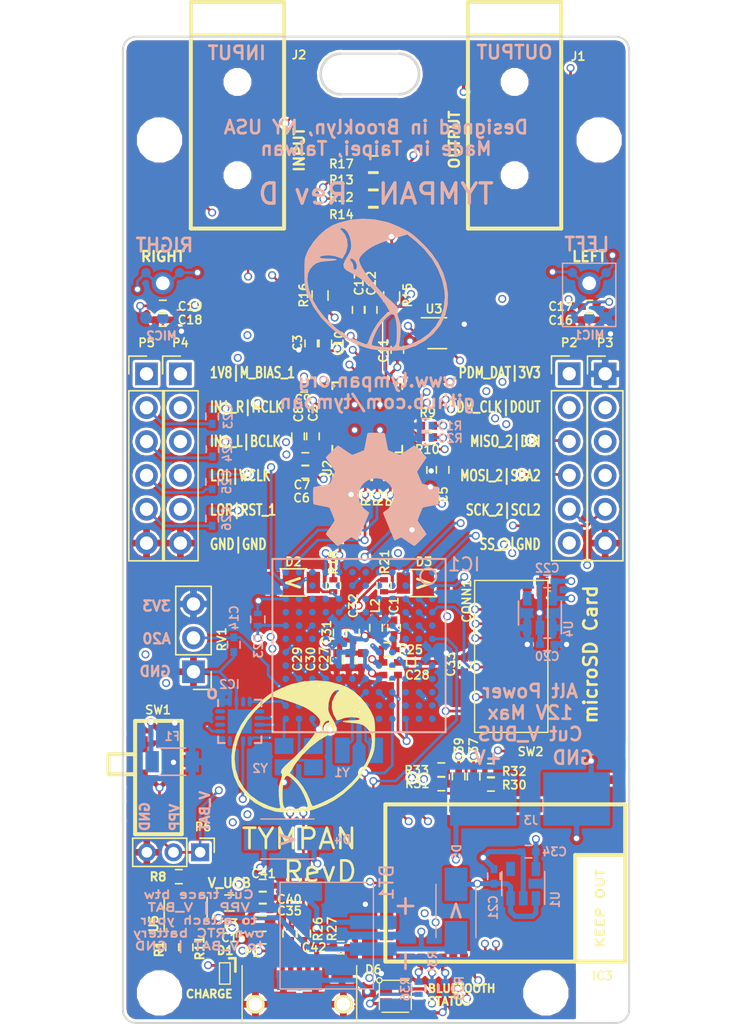
<source format=kicad_pcb>
(kicad_pcb (version 20171130) (host pcbnew "(5.1.5)-3")
  (title_block (title "Tympan Rev D") (date 3/19/18) (company "Solutiosn Design & Prototyping, LLC"))
  (layers (0 F.Cu signal) (1 In1.Cu power) (2 In2.Cu mixed) (31 B.Cu signal) (34 B.Paste user) (35 F.Paste user) (36 B.SilkS user hide) (37 F.SilkS user hide) (38 B.Mask user hide) (39 F.Mask user hide) (44 Edge.Cuts user))
  (net 0 "")
  (net 1 GND)
  (net 2 +3V3)
  (net 3 "Net-(C2-Pad1)")
  (net 4 "Net-(C2-Pad2)")
  (net 5 VPP)
  (net 6 +1V8)
  (net 7 "Net-(C8-Pad1)")
  (net 8 "Net-(C11-Pad1)")
  (net 9 /POT)
  (net 10 /IN2_L)
  (net 11 "Net-(C17-Pad2)")
  (net 12 /IN2_R)
  (net 13 "Net-(C19-Pad2)")
  (net 14 +BATT)
  (net 15 "Net-(D2-Pad2)")
  (net 16 "Net-(D3-Pad2)")
  (net 17 "Net-(J1-Pad3)")
  (net 18 /MICDET)
  (net 19 /BT_TX)
  (net 20 /BT_RX)
  (net 21 /BT_nRESET)
  (net 22 /BCLK)
  (net 23 /MCLK)
  (net 24 /BT_RTS)
  (net 25 /BT_CTS)
  (net 26 /WCLK)
  (net 27 /DIN)
  (net 28 /nRESET)
  (net 29 /SCL/SS)
  (net 30 /SDA/MOSI)
  (net 31 /DOUT)
  (net 32 /IN1_L)
  (net 33 /IN1_R)
  (net 34 /LOL)
  (net 35 /LOR)
  (net 36 "Net-(R2-Pad2)")
  (net 37 "Net-(R3-Pad2)")
  (net 38 "Net-(R4-Pad2)")
  (net 39 "Net-(R5-Pad2)")
  (net 40 "Net-(R6-Pad2)")
  (net 41 "Net-(R7-Pad2)")
  (net 42 "Net-(R9-Pad2)")
  (net 43 "Net-(R10-Pad2)")
  (net 44 /HPL)
  (net 45 "Net-(J1-Pad2)")
  (net 46 /HPR)
  (net 47 /MICBIAS)
  (net 48 "Net-(SW1-Pad6)")
  (net 49 "Net-(SW1-Pad3)")
  (net 50 "Net-(U2-Pad4)")
  (net 51 "Net-(U4-Pad4)")
  (net 52 "Net-(C23-Pad2)")
  (net 53 "Net-(C24-Pad2)")
  (net 54 "Net-(C25-Pad2)")
  (net 55 "Net-(C26-Pad2)")
  (net 56 "Net-(C1-Pad1)")
  (net 57 "Net-(C1-Pad2)")
  (net 58 "Net-(C28-Pad2)")
  (net 59 "Net-(IC1-PadA6)")
  (net 60 "Net-(IC1-PadA7)")
  (net 61 "Net-(IC1-PadA9)")
  (net 62 "Net-(IC1-PadA10)")
  (net 63 "Net-(IC1-PadC1)")
  (net 64 /CLK)
  (net 65 "Net-(IC1-PadE1)")
  (net 66 /USB0_D+)
  (net 67 "Net-(IC1-PadJ1)")
  (net 68 "Net-(IC1-PadB10)")
  (net 69 "Net-(IC1-PadB9)")
  (net 70 "Net-(IC1-PadB8)")
  (net 71 "Net-(IC1-PadB6)")
  (net 72 "Net-(IC1-PadB5)")
  (net 73 "Net-(IC1-PadB2)")
  (net 74 "Net-(IC1-PadB3)")
  (net 75 "Net-(IC1-PadC5)")
  (net 76 "Net-(IC1-PadC6)")
  (net 77 "Net-(IC1-PadC9)")
  (net 78 /DAT0)
  (net 79 /DAT1)
  (net 80 "Net-(IC1-PadD4)")
  (net 81 "Net-(IC1-PadD5)")
  (net 82 "Net-(IC1-PadD6)")
  (net 83 "Net-(IC1-PadD7)")
  (net 84 "Net-(IC1-PadD9)")
  (net 85 /DAT2)
  (net 86 /DAT3)
  (net 87 /CMD)
  (net 88 "Net-(IC1-PadC10)")
  (net 89 "Net-(IC1-PadD10)")
  (net 90 "Net-(IC1-PadC11)")
  (net 91 "Net-(IC1-PadD11)")
  (net 92 "Net-(IC1-PadD12)")
  (net 93 "Net-(IC1-PadF2)")
  (net 94 "Net-(IC1-PadF3)")
  (net 95 "Net-(IC1-PadF4)")
  (net 96 "Net-(IC1-PadG4)")
  (net 97 "Net-(IC1-PadG3)")
  (net 98 "Net-(IC1-PadG2)")
  (net 99 /USB0_D-)
  (net 100 "Net-(IC1-PadH4)")
  (net 101 "Net-(IC1-PadJ4)")
  (net 102 "Net-(IC1-PadJ3)")
  (net 103 "Net-(IC1-PadJ2)")
  (net 104 "Net-(IC1-PadK1)")
  (net 105 "Net-(IC1-PadK3)")
  (net 106 "Net-(IC1-PadL4)")
  (net 107 "Net-(IC1-PadL3)")
  (net 108 "Net-(IC1-PadL2)")
  (net 109 "Net-(IC1-PadL1)")
  (net 110 "Net-(IC1-PadM2)")
  (net 111 "Net-(IC1-PadH5)")
  (net 112 /PTA0)
  (net 113 /PTA1)
  (net 114 "Net-(IC1-PadJ7)")
  (net 115 "Net-(IC1-PadJ8)")
  (net 116 /PTA2)
  (net 117 /PTA3)
  (net 118 "Net-(IC1-PadK8)")
  (net 119 "Net-(IC1-PadL5)")
  (net 120 "Net-(IC1-PadL7)")
  (net 121 "Net-(IC1-PadL8)")
  (net 122 "Net-(IC1-PadM5)")
  (net 123 "Net-(IC1-PadM6)")
  (net 124 "Net-(IC1-PadM7)")
  (net 125 "Net-(IC1-PadE11)")
  (net 126 "Net-(IC1-PadF9)")
  (net 127 "Net-(IC1-PadF10)")
  (net 128 "Net-(IC1-PadF11)")
  (net 129 "Net-(IC1-PadF12)")
  (net 130 "Net-(IC1-PadG10)")
  (net 131 "Net-(IC1-PadG9)")
  (net 132 "Net-(IC1-PadH9)")
  (net 133 "Net-(IC1-PadH10)")
  (net 134 "Net-(IC1-PadH12)")
  (net 135 "Net-(IC1-PadJ10)")
  (net 136 "Net-(IC1-PadJ12)")
  (net 137 "Net-(IC1-PadM9)")
  (net 138 "Net-(IC1-PadL9)")
  (net 139 "Net-(IC1-PadK10)")
  (net 140 "Net-(IC1-PadL10)")
  (net 141 "Net-(IC1-PadM11)")
  (net 142 "Net-(IC1-PadL11)")
  (net 143 "Net-(IC1-PadK12)")
  (net 144 /RESET_B)
  (net 145 "Net-(IC1-PadM12)")
  (net 146 /DE)
  (net 147 "Net-(IC2-Pad5)")
  (net 148 /PROG)
  (net 149 "Net-(IC2-Pad11)")
  (net 150 "Net-(IC2-Pad12)")
  (net 151 "Net-(IC2-Pad14)")
  (net 152 "Net-(IC2-Pad15)")
  (net 153 "Net-(IC2-Pad16)")
  (net 154 "Net-(IC3-Pad5)")
  (net 155 "Net-(IC3-Pad6)")
  (net 156 "Net-(IC3-Pad7)")
  (net 157 "Net-(IC3-Pad8)")
  (net 158 "Net-(IC3-Pad9)")
  (net 159 "Net-(IC3-Pad10)")
  (net 160 "Net-(IC3-Pad12)")
  (net 161 "Net-(IC3-Pad14)")
  (net 162 "Net-(IC3-Pad16)")
  (net 163 "Net-(IC3-Pad17)")
  (net 164 "Net-(IC3-Pad24)")
  (net 165 "Net-(IC3-Pad29)")
  (net 166 "Net-(IC3-Pad34)")
  (net 167 "Net-(IC3-Pad35)")
  (net 168 "Net-(IC3-Pad36)")
  (net 169 "Net-(IC3-Pad45)")
  (net 170 "Net-(IC3-Pad46)")
  (net 171 "Net-(IC3-Pad47)")
  (net 172 "Net-(IC3-Pad48)")
  (net 173 "Net-(IC3-Pad49)")
  (net 174 "Net-(IC3-Pad50)")
  (net 175 "Net-(IC3-Pad51)")
  (net 176 "Net-(P1-Pad2)")
  (net 177 "Net-(P1-Pad4)")
  (net 178 "Net-(P1-Pad3)")
  (net 179 /V_USB)
  (net 180 "Net-(C21-Pad1)")
  (net 181 "Net-(C37-Pad2)")
  (net 182 "Net-(C39-Pad2)")
  (net 183 "Net-(D6-Pad2)")
  (net 184 "Net-(D6-Pad3)")
  (net 185 "Net-(D6-Pad4)")
  (net 186 "Net-(F1-Pad1)")
  (net 187 /VREGEN)
  (net 188 /LED_0)
  (net 189 /LED_1)
  (net 190 /LED_2)
  (net 191 "Net-(U1-Pad4)")
  (net 192 Earth)
  (net 193 /M_BIAS)
  (net 194 "Net-(R16-Pad2)")
  (net 195 /SS_2)
  (net 196 /SCK_2)
  (net 197 /TX_3)
  (net 198 /MISO_2)
  (net 199 /MOSI_2)
  (net 200 /RX_3)
  (net 201 "Net-(IC1-PadA4)")
  (net 202 "Net-(IC1-PadA5)")
  (net 203 "Net-(IC1-PadA2)")
  (net 204 "Net-(D1-Pad1)")
  (net 205 /BT_PIO5)
  (net 206 /BT_PIO0)
  (net 207 "Net-(IC3-Pad26)")
  (net 208 "Net-(MIC1-Pad5)")
  (net 209 "Net-(MIC2-Pad5)")
  (net 210 "Net-(R1-Pad2)")
  (net 211 "Net-(R8-Pad1)")
  (net 212 "Net-(D1-Pad4)")
  (net 213 /USB)
  (net 214 "Net-(C12-Pad1)")
  (net 215 "Net-(C13-Pad1)")
  (net 216 "Net-(C12-Pad2)")
  (net 217 "Net-(C13-Pad2)")
  (net 218 /nRESET_1)
  (net 219 /DIN_1)
  (net 220 /DOUT_1)
  (net 221 "Net-(IC1-PadC7)")
  (net 222 /SDA2)
  (net 223 /SCL2)
  (net 224 /M_BIAS_1)
  (net 225 "Net-(IC1-PadM1)")
  (net 226 /PDM_CLK)
  (net 227 /PDM_DAT)
  (module Tympan:SPM0687LR5H-1 (layer B.Cu) (at 117.85 64.98)
    (fp_text reference MIC2 (at -0.1 3.95) (layer B.SilkS) (effects (font (size 0.635 0.635)) (justify mirror)))
    (fp_text value SPM0687LR5H-1)
    (fp_circle (center 0 0) (end 0.67525 0) (layer B.Cu) (width 0.325))
    (pad 1 smd circle (at -1.265 2.616) (size 0.9 0.9) (layers B.Cu B.Paste B.Mask) (net 13 "Net-(C19-Pad2)"))
    (pad 5 smd circle (at 0 2.616) (size 0.9 0.9) (layers B.Cu B.Paste B.Mask) (net 209 "Net-(MIC2-Pad5)"))
    (pad 4 smd circle (at 1.265 2.616) (size 0.9 0.9) (layers B.Cu B.Paste B.Mask) (net 2 +3V3))
    (pad "" np_thru_hole circle (at 0 0) (size 0.8 0.8) (drill 0.8) (layers *.Cu))
    (pad 2 smd circle (at -1.265 -0.79) (size 0.7 0.7) (layers B.Cu B.Paste B.Mask) (net 1 GND))
    (pad 3 smd circle (at 1.265 -0.79) (size 0.7 0.7) (layers B.Cu B.Paste B.Mask) (net 1 GND))
  )
  (module Capacitors_SMD:C_0402 (layer F.Cu) (at 117.85 67.73)
    (fp_text reference C18 (at 2.05 0) (layer F.SilkS) (effects (font (size 0.635 0.635) (thickness 0.127))))
    (fp_text value 0.1uF)
    (pad 1 smd rect (at -0.55 0) (size 0.6 0.5) (layers F.Cu F.Paste F.Mask) (net 1 GND))
    (pad 2 smd rect (at 0.55 0) (size 0.6 0.5) (layers F.Cu F.Paste F.Mask) (net 2 +3V3))
  )
  (module Capacitors_SMD:C_0402 (layer F.Cu) (at 117.85 66.73 180)
    (fp_text reference C19 (at -2.0513 0.0194 180) (layer F.SilkS) (effects (font (size 0.635 0.635) (thickness 0.127))))
    (fp_text value 1uF)
    (pad 1 smd rect (at -0.55 0 180) (size 0.6 0.5) (layers F.Cu F.Paste F.Mask) (net 12 /IN2_R))
    (pad 2 smd rect (at 0.55 0 180) (size 0.6 0.5) (layers F.Cu F.Paste F.Mask) (net 13 "Net-(C19-Pad2)"))
  )
  (module Capacitors_SMD:C_0402 (layer B.Cu) (at 121.55 74.98 270)
    (fp_text reference C23 (at 0.025 -1.2 90) (layer B.SilkS) (effects (font (size 0.635 0.635) (thickness 0.127)) (justify mirror)))
    (fp_text value 2.2uF)
    (pad 1 smd rect (at -0.55 0 270) (size 0.6 0.5) (layers B.Cu B.Paste B.Mask) (net 33 /IN1_R))
    (pad 2 smd rect (at 0.55 0 270) (size 0.6 0.5) (layers B.Cu B.Paste B.Mask) (net 52 "Net-(C23-Pad2)"))
  )
  (module Capacitors_SMD:C_0402 (layer B.Cu) (at 121.55 79.88 270)
    (fp_text reference C25 (at 0 -1.1 270) (layer B.SilkS) (effects (font (size 0.635 0.635) (thickness 0.127)) (justify mirror)))
    (fp_text value 2.2uF)
    (pad 1 smd rect (at -0.55 0 270) (size 0.6 0.5) (layers B.Cu B.Paste B.Mask) (net 34 /LOL))
    (pad 2 smd rect (at 0.55 0 270) (size 0.6 0.5) (layers B.Cu B.Paste B.Mask) (net 54 "Net-(C25-Pad2)"))
  )
  (module Capacitors_SMD:C_0402 (layer B.Cu) (at 121.55 82.634 270)
    (fp_text reference C26 (at 0 -1.075 270) (layer B.SilkS) (effects (font (size 0.635 0.635) (thickness 0.127)) (justify mirror)))
    (fp_text value 2.2uF)
    (pad 1 smd rect (at -0.55 0 270) (size 0.6 0.5) (layers B.Cu B.Paste B.Mask) (net 35 /LOR))
    (pad 2 smd rect (at 0.55 0 270) (size 0.6 0.5) (layers B.Cu B.Paste B.Mask) (net 55 "Net-(C26-Pad2)"))
  )
  (module Capacitors_SMD:C_0402 (layer B.Cu) (at 121.575 77.43 270)
    (fp_text reference C24 (at 0.05 -1.125 270) (layer B.SilkS) (effects (font (size 0.635 0.635) (thickness 0.127)) (justify mirror)))
    (fp_text value 2.2uF)
    (pad 1 smd rect (at -0.55 0 270) (size 0.6 0.5) (layers B.Cu B.Paste B.Mask) (net 32 /IN1_L))
    (pad 2 smd rect (at 0.55 0 270) (size 0.6 0.5) (layers B.Cu B.Paste B.Mask) (net 53 "Net-(C24-Pad2)"))
  )
  (module Pin_Headers:Pin_Header_Straight_1x06_Pitch2.54mm (layer F.Cu) (at 119.168 71.78)
    (fp_text reference P4 (at 0 -2.33) (layer F.SilkS) (effects (font (size 0.635 0.635) (thickness 0.127))))
    (fp_text value CONN_01X06)
    (pad 1 thru_hole rect (at 0 0) (size 1.7 1.7) (drill 1) (layers *.Cu *.Mask) (net 224 /M_BIAS_1))
    (pad 2 thru_hole oval (at 0 2.54) (size 1.7 1.7) (drill 1) (layers *.Cu *.Mask) (net 23 /MCLK))
    (pad 3 thru_hole oval (at 0 5.08) (size 1.7 1.7) (drill 1) (layers *.Cu *.Mask) (net 22 /BCLK))
    (pad 4 thru_hole oval (at 0 7.62) (size 1.7 1.7) (drill 1) (layers *.Cu *.Mask) (net 26 /WCLK))
    (pad 5 thru_hole oval (at 0 10.16) (size 1.7 1.7) (drill 1) (layers *.Cu *.Mask) (net 218 /nRESET_1))
    (pad 6 thru_hole oval (at 0 12.7) (size 1.7 1.7) (drill 1) (layers *.Cu *.Mask) (net 1 GND))
  )
  (module Pin_Headers:Pin_Header_Straight_1x03_Pitch2.54mm (layer F.Cu) (at 120.15 94.13 180)
    (fp_text reference RV1 (at -2.125 2.425 270) (layer F.SilkS) (effects (font (size 0.635 0.635) (thickness 0.127))))
    (fp_text value POT)
    (pad 1 thru_hole rect (at 0 0 180) (size 1.7 1.7) (drill 1) (layers *.Cu *.Mask) (net 1 GND))
    (pad 2 thru_hole oval (at 0 2.54 180) (size 1.7 1.7) (drill 1) (layers *.Cu *.Mask) (net 9 /POT))
    (pad 3 thru_hole oval (at 0 5.08 180) (size 1.7 1.7) (drill 1) (layers *.Cu *.Mask) (net 2 +3V3))
  )
  (module Capacitors_SMD:C_0603 (layer F.Cu) (at 122.85 111.48)
    (fp_text reference V_USB (at 0 -1.5) (layer F.SilkS) (effects (font (size 0.7 0.7))))
    (fp_text value DNP)
    (pad 1 smd rect (at -0.75 0) (size 0.8 0.75) (layers F.Cu F.Paste F.Mask) (net 179 /V_USB))
    (pad 2 smd rect (at 0.75 0) (size 0.8 0.75) (layers F.Cu F.Paste F.Mask) (net 179 /V_USB))
  )
  (module Capacitors_SMD:C_0402 (layer F.Cu) (at 125.35 111.98)
    (fp_text reference C35 (at 2.01 0.1) (layer F.SilkS) (effects (font (size 0.635 0.635) (thickness 0.127))))
    (fp_text value 4.7uF)
    (pad 1 smd rect (at -0.55 0) (size 0.6 0.5) (layers F.Cu F.Paste F.Mask) (net 179 /V_USB))
    (pad 2 smd rect (at 0.55 0) (size 0.6 0.5) (layers F.Cu F.Paste F.Mask) (net 1 GND))
  )
  (module Capacitors_SMD:C_0402 (layer F.Cu) (at 125.35 111.08)
    (fp_text reference C40 (at 2 0.13) (layer F.SilkS) (effects (font (size 0.635 0.635) (thickness 0.127))))
    (fp_text value 15pF)
    (pad 1 smd rect (at -0.55 0) (size 0.6 0.5) (layers F.Cu F.Paste F.Mask) (net 179 /V_USB))
    (pad 2 smd rect (at 0.55 0) (size 0.6 0.5) (layers F.Cu F.Paste F.Mask) (net 1 GND))
  )
  (module Resistors_SMD:R_0402 (layer F.Cu) (at 118.6 114.805 90)
    (fp_text reference R1 (at -0.125 -1.025 90) (layer F.SilkS) (effects (font (size 0.635 0.635))))
    (fp_text value 1K)
    (pad 1 smd rect (at -0.45 0 90) (size 0.4 0.6) (layers F.Cu F.Paste F.Mask) (net 212 "Net-(D1-Pad4)"))
    (pad 2 smd rect (at 0.45 0 90) (size 0.4 0.6) (layers F.Cu F.Paste F.Mask) (net 210 "Net-(R1-Pad2)"))
  )
  (module Resistors_SMD:R_0402 (layer F.Cu) (at 119.575 114.805 90)
    (fp_text reference R11 (at -0.05 1.05 90) (layer F.SilkS) (effects (font (size 0.635 0.635))))
    (fp_text value 1K)
    (pad 1 smd rect (at -0.45 0 90) (size 0.4 0.6) (layers F.Cu F.Paste F.Mask) (net 204 "Net-(D1-Pad1)"))
    (pad 2 smd rect (at 0.45 0 90) (size 0.4 0.6) (layers F.Cu F.Paste F.Mask) (net 210 "Net-(R1-Pad2)"))
  )
  (module TO_SOT_Packages_SMD:SOT-23-5 (layer F.Cu) (at 119.5625 111.9675 90)
    (fp_text reference U5 (at -1.075 -2.4 90) (layer F.SilkS) (effects (font (size 0.635 0.635))))
    (fp_text value MCP73831)
    (pad 1 smd rect (at -1.1 -0.95 90) (size 1.06 0.65) (layers F.Cu F.Paste F.Mask) (net 210 "Net-(R1-Pad2)"))
    (pad 2 smd rect (at -1.1 0 90) (size 1.06 0.65) (layers F.Cu F.Paste F.Mask) (net 1 GND))
    (pad 3 smd rect (at -1.1 0.95 90) (size 1.06 0.65) (layers F.Cu F.Paste F.Mask) (net 14 +BATT))
    (pad 4 smd rect (at 1.1 0.95 90) (size 1.06 0.65) (layers F.Cu F.Paste F.Mask) (net 179 /V_USB))
    (pad 5 smd rect (at 1.1 -0.95 90) (size 1.06 0.65) (layers F.Cu F.Paste F.Mask) (net 211 "Net-(R8-Pad1)"))
  )
  (module Capacitors_SMD:C_0402 (layer F.Cu) (at 125.35 110.18)
    (fp_text reference C41 (at 0.06 -0.9) (layer F.SilkS) (effects (font (size 0.635 0.635) (thickness 0.127))))
    (fp_text value 22nF)
    (pad 1 smd rect (at -0.55 0) (size 0.6 0.5) (layers F.Cu F.Paste F.Mask) (net 179 /V_USB))
    (pad 2 smd rect (at 0.55 0) (size 0.6 0.5) (layers F.Cu F.Paste F.Mask) (net 1 GND))
  )
  (module Solutions:4UCON-0217-20519 (layer B.Cu) (at 133.65 113.93 90)
    (fp_text reference BT1 (at 4 1 90) (layer B.SilkS) (effects (justify mirror)))
    (fp_text value 4UCON-20519)
    (fp_text user "+  -" (at 0.15 2.3 90) (layer B.SilkS) (effects (font (size 1.5 1.5) (thickness 0.2)) (justify mirror)))
    (pad 1 smd rect (at -1 0 90) (size 1 3.5) (layers B.Cu B.Paste B.Mask) (net 14 +BATT))
    (pad 2 smd rect (at 1 0 90) (size 1 3.5) (layers B.Cu B.Paste B.Mask) (net 1 GND))
    (pad 3 smd rect (at -3.35 -5.55 90) (size 1.5 3.4) (layers B.Cu B.Paste B.Mask) (net 1 GND))
    (pad 4 smd rect (at 3.35 -5.55 90) (size 1.5 3.4) (layers B.Cu B.Paste B.Mask) (net 1 GND))
  )
  (module Tympan:ABHB1608S (layer F.Cu) (at 122.5 116.77 270)
    (fp_text reference D1 (at -1.72 -0.03) (layer F.SilkS) (effects (font (size 0.635 0.635))))
    (fp_text value APHB1608SGNC)
    (pad 1 smd rect (at -0.6 -0.35 270) (size 0.5 0.4) (layers F.Cu F.Paste F.Mask) (net 204 "Net-(D1-Pad1)"))
    (pad 2 smd rect (at 0.6 -0.35 270) (size 0.5 0.4) (layers F.Cu F.Paste F.Mask) (net 1 GND))
    (pad 3 smd rect (at -0.6 0.35 270) (size 0.5 0.4) (layers F.Cu F.Paste F.Mask) (net 213 /USB))
    (pad 4 smd rect (at 0.6 0.35 270) (size 0.5 0.4) (layers F.Cu F.Paste F.Mask) (net 212 "Net-(D1-Pad4)"))
  )
  (module Capacitors_SMD:C_0603 (layer F.Cu) (at 125.15 113.03 180)
    (fp_text reference L3 (at 2.2 0 180) (layer F.SilkS) (effects (font (size 0.635 0.635) (thickness 0.127))))
    (fp_text value 1K)
    (pad 2 smd rect (at 0.75 0 180) (size 0.8 0.75) (layers F.Cu F.Paste F.Mask) (net 179 /V_USB))
    (pad 1 smd rect (at -0.75 0 180) (size 0.8 0.75) (layers F.Cu F.Paste F.Mask) (net 213 /USB))
  )
  (module Capacitors_SMD:C_0402 (layer F.Cu) (at 131.2 114.83)
    (fp_text reference C42 (at -2 0) (layer F.SilkS) (effects (font (size 0.635 0.635) (thickness 0.127))))
    (fp_text value 0.1uF)
    (pad 1 smd rect (at -0.55 0) (size 0.6 0.5) (layers F.Cu F.Paste F.Mask) (net 1 GND))
    (pad 2 smd rect (at 0.55 0) (size 0.6 0.5) (layers F.Cu F.Paste F.Mask) (net 192 Earth))
  )
  (module Capacitors_SMD:C_0402 (layer F.Cu) (at 125.35 114.08 180)
    (fp_text reference C15 (at 2.2 0 180) (layer F.SilkS) (effects (font (size 0.635 0.635) (thickness 0.127))))
    (fp_text value 10uF)
    (pad 1 smd rect (at -0.55 0 180) (size 0.6 0.5) (layers F.Cu F.Paste F.Mask) (net 213 /USB))
    (pad 2 smd rect (at 0.55 0 180) (size 0.6 0.5) (layers F.Cu F.Paste F.Mask) (net 1 GND))
  )
  (module Resistors_SMD:R_0402 (layer F.Cu) (at 128.4 113.78 90)
    (fp_text reference R27 (at 0.35 2.15 90) (layer F.SilkS) (effects (font (size 0.635 0.635) (thickness 0.127))))
    (fp_text value 33R)
    (pad 1 smd rect (at -0.45 0 90) (size 0.4 0.6) (layers F.Cu F.Paste F.Mask) (net 178 "Net-(P1-Pad3)"))
    (pad 2 smd rect (at 0.45 0 90) (size 0.4 0.6) (layers F.Cu F.Paste F.Mask) (net 66 /USB0_D+))
  )
  (module Resistors_SMD:R_0402 (layer F.Cu) (at 127.4 113.78 90)
    (fp_text reference R26 (at 0.35 2.1 90) (layer F.SilkS) (effects (font (size 0.635 0.635) (thickness 0.127))))
    (fp_text value 33R)
    (pad 1 smd rect (at -0.45 0 90) (size 0.4 0.6) (layers F.Cu F.Paste F.Mask) (net 176 "Net-(P1-Pad2)"))
    (pad 2 smd rect (at 0.45 0 90) (size 0.4 0.6) (layers F.Cu F.Paste F.Mask) (net 99 /USB0_D-))
  )
  (module Pin_Headers:Pin_Header_Straight_1x06_Pitch2.54mm (layer F.Cu) (at 116.628 71.78)
    (fp_text reference P5 (at 0 -2.33) (layer F.SilkS) (effects (font (size 0.635 0.635) (thickness 0.127))))
    (fp_text value CONN_01X06)
    (pad 1 thru_hole rect (at 0 0) (size 1.7 1.7) (drill 1) (layers *.Cu *.Mask) (net 6 +1V8))
    (pad 2 thru_hole oval (at 0 2.54) (size 1.7 1.7) (drill 1) (layers *.Cu *.Mask) (net 52 "Net-(C23-Pad2)"))
    (pad 3 thru_hole oval (at 0 5.08) (size 1.7 1.7) (drill 1) (layers *.Cu *.Mask) (net 53 "Net-(C24-Pad2)"))
    (pad 4 thru_hole oval (at 0 7.62) (size 1.7 1.7) (drill 1) (layers *.Cu *.Mask) (net 54 "Net-(C25-Pad2)"))
    (pad 5 thru_hole oval (at 0 10.16) (size 1.7 1.7) (drill 1) (layers *.Cu *.Mask) (net 55 "Net-(C26-Pad2)"))
    (pad 6 thru_hole oval (at 0 12.7) (size 1.7 1.7) (drill 1) (layers *.Cu *.Mask) (net 1 GND))
  )
  (module Tympan:NPTH_3.2mm (layer F.Cu) (at 117.6 118.23)
    (fp_text reference P8)
    (fp_text value CONN_01X01)
    (pad "" np_thru_hole circle (at 0 0) (size 3 3) (drill 3) (layers *.Cu F.SilkS))
  )
  (module Tympan:NPTH_3.2mm (layer F.Cu) (at 150.6 54.23)
    (fp_text reference P9)
    (fp_text value CONN_01X01)
    (pad "" np_thru_hole circle (at 0 0) (size 3 3) (drill 3) (layers *.Cu F.SilkS))
  )
  (module Tympan:NPTH_3.2mm (layer F.Cu) (at 117.6 54.23)
    (fp_text reference P10)
    (fp_text value CONN_01X01)
    (pad "" np_thru_hole circle (at 0 0) (size 3 3) (drill 3) (layers *.Cu F.SilkS))
  )
  (module Resistors_SMD:R_0402 (layer F.Cu) (at 135.9 79.53 90)
    (fp_text reference R6 (at -1.6 0.075 90) (layer F.SilkS) (effects (font (size 0.635 0.635) (thickness 0.127))))
    (fp_text value 33R)
    (pad 2 smd rect (at 0.45 0 90) (size 0.4 0.6) (layers F.Cu F.Paste F.Mask) (net 40 "Net-(R6-Pad2)"))
    (pad 1 smd rect (at -0.45 0 90) (size 0.4 0.6) (layers F.Cu F.Paste F.Mask) (net 31 /DOUT))
  )
  (module Tympan:BC127 (layer F.Cu) (at 142.85 109.78 270)
    (fp_text reference IC3 (at 7.175 -8) (layer F.SilkS) (effects (font (size 0.635 0.635) (thickness 0.127))))
    (fp_text value BC127)
    (fp_text user "KEEP OUT" (at 2.1 -7.825 270) (layer F.SilkS) (effects (font (size 0.6 0.8))))
    (pad 1 smd rect (at -5.6 -8.8 270) (size 1 0.6) (layers F.Cu F.Paste F.Mask) (net 1 GND))
    (pad 2 smd rect (at -5.6 -8 270) (size 1 0.6) (layers F.Cu F.Paste F.Mask) (net 1 GND))
    (pad 3 smd rect (at -5.6 -7.2 270) (size 1 0.6) (layers F.Cu F.Paste F.Mask) (net 1 GND))
    (pad 4 smd rect (at -5.6 -6.4 270) (size 1 0.6) (layers F.Cu F.Paste F.Mask) (net 1 GND))
    (pad 5 smd rect (at -5.6 -5.6 270) (size 1 0.6) (layers F.Cu F.Paste F.Mask) (net 154 "Net-(IC3-Pad5)"))
    (pad 6 smd rect (at -5.6 -4.8 270) (size 1 0.6) (layers F.Cu F.Paste F.Mask) (net 155 "Net-(IC3-Pad6)"))
    (pad 7 smd rect (at -5.6 -4 270) (size 1 0.6) (layers F.Cu F.Paste F.Mask) (net 156 "Net-(IC3-Pad7)"))
    (pad 8 smd rect (at -5.6 -3.2 270) (size 1 0.6) (layers F.Cu F.Paste F.Mask) (net 157 "Net-(IC3-Pad8)"))
    (pad 9 smd rect (at -5.6 -2.4 270) (size 1 0.6) (layers F.Cu F.Paste F.Mask) (net 158 "Net-(IC3-Pad9)"))
    (pad 10 smd rect (at -5.6 -1.6 270) (size 1 0.6) (layers F.Cu F.Paste F.Mask) (net 159 "Net-(IC3-Pad10)"))
    (pad 11 smd rect (at -5.6 -0.8 270) (size 1 0.6) (layers F.Cu F.Paste F.Mask) (net 1 GND))
    (pad 12 smd rect (at -5.6 0 270) (size 1 0.6) (layers F.Cu F.Paste F.Mask) (net 160 "Net-(IC3-Pad12)"))
    (pad 13 smd rect (at -5.6 0.8 270) (size 1 0.6) (layers F.Cu F.Paste F.Mask) (net 1 GND))
    (pad 14 smd rect (at -5.6 1.6 270) (size 1 0.6) (layers F.Cu F.Paste F.Mask) (net 161 "Net-(IC3-Pad14)"))
    (pad 15 smd rect (at -5.6 2.4 270) (size 1 0.6) (layers F.Cu F.Paste F.Mask) (net 1 GND))
    (pad 16 smd rect (at -5.6 3.2 270) (size 1 0.6) (layers F.Cu F.Paste F.Mask) (net 162 "Net-(IC3-Pad16)"))
    (pad 17 smd rect (at -5.6 4 270) (size 1 0.6) (layers F.Cu F.Paste F.Mask) (net 163 "Net-(IC3-Pad17)"))
    (pad 18 smd rect (at -5.6 4.8 270) (size 1 0.6) (layers F.Cu F.Paste F.Mask) (net 1 GND))
    (pad 19 smd rect (at -5.6 5.6 270) (size 1 0.6) (layers F.Cu F.Paste F.Mask) (net 35 /LOR))
    (pad 20 smd rect (at -5.6 6.4 270) (size 1 0.6) (layers F.Cu F.Paste F.Mask) (net 1 GND))
    (pad 21 smd rect (at -5.6 7.2 270) (size 1 0.6) (layers F.Cu F.Paste F.Mask) (net 34 /LOL))
    (pad 22 smd rect (at -4.6 8.2 270) (size 0.6 1) (layers F.Cu F.Paste F.Mask) (net 1 GND))
    (pad 23 smd rect (at -3.8 8.2 270) (size 0.6 1) (layers F.Cu F.Paste F.Mask) (net 206 /BT_PIO0))
    (pad 24 smd rect (at -3 8.2 270) (size 0.6 1) (layers F.Cu F.Paste F.Mask) (net 164 "Net-(IC3-Pad24)"))
    (pad 25 smd rect (at -2.2 8.2 270) (size 0.6 1) (layers F.Cu F.Paste F.Mask) (net 205 /BT_PIO5))
    (pad 26 smd rect (at -1.4 8.2 270) (size 0.6 1) (layers F.Cu F.Paste F.Mask) (net 207 "Net-(IC3-Pad26)"))
    (pad 27 smd rect (at -0.6 8.2 270) (size 0.6 1) (layers F.Cu F.Paste F.Mask) (net 1 GND))
    (pad 28 smd rect (at 0.2 8.2 270) (size 0.6 1) (layers F.Cu F.Paste F.Mask) (net 187 /VREGEN))
    (pad 29 smd rect (at 1 8.2 270) (size 0.6 1) (layers F.Cu F.Paste F.Mask) (net 165 "Net-(IC3-Pad29)"))
    (pad 30 smd rect (at 1.8 8.2 270) (size 0.6 1) (layers F.Cu F.Paste F.Mask) (net 2 +3V3))
    (pad 31 smd rect (at 2.6 8.2 270) (size 0.6 1) (layers F.Cu F.Paste F.Mask) (net 2 +3V3))
    (pad 32 smd rect (at 3.4 8.2 270) (size 0.6 1) (layers F.Cu F.Paste F.Mask) (net 2 +3V3))
    (pad 33 smd rect (at 4.2 8.2 270) (size 0.6 1) (layers F.Cu F.Paste F.Mask) (net 2 +3V3))
    (pad 34 smd rect (at 5 8.2 270) (size 0.6 1) (layers F.Cu F.Paste F.Mask) (net 166 "Net-(IC3-Pad34)"))
    (pad 35 smd rect (at 6 7.2 270) (size 1 0.6) (layers F.Cu F.Paste F.Mask) (net 167 "Net-(IC3-Pad35)"))
    (pad 36 smd rect (at 6 6.4 270) (size 1 0.6) (layers F.Cu F.Paste F.Mask) (net 168 "Net-(IC3-Pad36)"))
    (pad 37 smd rect (at 6 5.6 270) (size 1 0.6) (layers F.Cu F.Paste F.Mask) (net 188 /LED_0))
    (pad 38 smd rect (at 6 4.8 270) (size 1 0.6) (layers F.Cu F.Paste F.Mask) (net 189 /LED_1))
    (pad 39 smd rect (at 6 4 270) (size 1 0.6) (layers F.Cu F.Paste F.Mask) (net 190 /LED_2))
    (pad 40 smd rect (at 6 3.2 270) (size 1 0.6) (layers F.Cu F.Paste F.Mask) (net 25 /BT_CTS))
    (pad 41 smd rect (at 6 2.4 270) (size 1 0.6) (layers F.Cu F.Paste F.Mask) (net 19 /BT_TX))
    (pad 42 smd rect (at 6 1.6 270) (size 1 0.6) (layers F.Cu F.Paste F.Mask) (net 20 /BT_RX))
    (pad 43 smd rect (at 6 0.8 270) (size 1 0.6) (layers F.Cu F.Paste F.Mask) (net 24 /BT_RTS))
    (pad 44 smd rect (at 6 0 270) (size 1 0.6) (layers F.Cu F.Paste F.Mask) (net 21 /BT_nRESET))
    (pad 45 smd rect (at 6 -0.8 270) (size 1 0.6) (layers F.Cu F.Paste F.Mask) (net 169 "Net-(IC3-Pad45)"))
    (pad 46 smd rect (at 6 -1.6 270) (size 1 0.6) (layers F.Cu F.Paste F.Mask) (net 170 "Net-(IC3-Pad46)"))
    (pad 47 smd rect (at 6 -2.4 270) (size 1 0.6) (layers F.Cu F.Paste F.Mask) (net 171 "Net-(IC3-Pad47)"))
    (pad 48 smd rect (at 6 -3.2 270) (size 1 0.6) (layers F.Cu F.Paste F.Mask) (net 172 "Net-(IC3-Pad48)"))
    (pad 49 smd rect (at 6 -4 270) (size 1 0.6) (layers F.Cu F.Paste F.Mask) (net 173 "Net-(IC3-Pad49)"))
    (pad 50 smd rect (at 6 -4.8 270) (size 1 0.6) (layers F.Cu F.Paste F.Mask) (net 174 "Net-(IC3-Pad50)"))
    (pad 51 smd rect (at 6 -5.6 270) (size 1 0.6) (layers F.Cu F.Paste F.Mask) (net 175 "Net-(IC3-Pad51)"))
  )
  (module Capacitors_SMD:C_1206 (layer F.Cu) (at 127.65 87.43)
    (fp_text reference D2 (at 0 -1.55) (layer F.SilkS) (effects (font (size 0.635 0.635) (thickness 0.127))))
    (fp_text value LED)
    (pad 1 smd rect (at -1.5 0) (size 1 1.6) (layers F.Cu F.Paste F.Mask) (net 1 GND))
    (pad 2 smd rect (at 1.5 0) (size 1 1.6) (layers F.Cu F.Paste F.Mask) (net 15 "Net-(D2-Pad2)"))
  )
  (module Capacitors_SMD:C_1206 (layer F.Cu) (at 137.4 87.48 180)
    (fp_text reference D3 (at -0.05 1.6 180) (layer F.SilkS) (effects (font (size 0.635 0.635) (thickness 0.127))))
    (fp_text value LED)
    (pad 1 smd rect (at -1.5 0 180) (size 1 1.6) (layers F.Cu F.Paste F.Mask) (net 1 GND))
    (pad 2 smd rect (at 1.5 0 180) (size 1 1.6) (layers F.Cu F.Paste F.Mask) (net 16 "Net-(D3-Pad2)"))
  )
  (module Capacitors_SMD:C_1206 (layer B.Cu) (at 118.55 100.88)
    (fp_text reference F1 (at 0 -1.9) (layer B.SilkS) (effects (font (size 0.635 0.635) (thickness 0.127)) (justify mirror)))
    (fp_text value FUSE)
    (pad 1 smd rect (at -1.5 0) (size 1 1.6) (layers B.Cu B.Paste B.Mask) (net 186 "Net-(F1-Pad1)"))
    (pad 2 smd rect (at 1.5 0) (size 1 1.6) (layers B.Cu B.Paste B.Mask) (net 2 +3V3))
  )
  (module Capacitors_SMD:C_0603 (layer F.Cu) (at 133.65 58.63)
    (fp_text reference R12 (at -2.4 -0.1) (layer F.SilkS) (effects (font (size 0.635 0.635) (thickness 0.127))))
    (fp_text value 0R)
    (pad 1 smd rect (at -0.75 0) (size 0.8 0.75) (layers F.Cu F.Paste F.Mask) (net 44 /HPL))
    (pad 2 smd rect (at 0.75 0) (size 0.8 0.75) (layers F.Cu F.Paste F.Mask) (net 45 "Net-(J1-Pad2)"))
  )
  (module Capacitors_SMD:C_0603 (layer F.Cu) (at 133.65 57.33)
    (fp_text reference R13 (at -2.4 -0.1) (layer F.SilkS) (effects (font (size 0.635 0.635) (thickness 0.127))))
    (fp_text value 0R)
    (pad 1 smd rect (at -0.75 0) (size 0.8 0.75) (layers F.Cu F.Paste F.Mask) (net 46 /HPR))
    (pad 2 smd rect (at 0.75 0) (size 0.8 0.75) (layers F.Cu F.Paste F.Mask) (net 17 "Net-(J1-Pad3)"))
  )
  (module Capacitors_SMD:C_0603 (layer F.Cu) (at 133.65 59.93 180)
    (fp_text reference R14 (at 2.4 0.1 180) (layer F.SilkS) (effects (font (size 0.635 0.635) (thickness 0.127))))
    (fp_text value DNP)
    (pad 1 smd rect (at -0.75 0 180) (size 0.8 0.75) (layers F.Cu F.Paste F.Mask) (net 45 "Net-(J1-Pad2)"))
    (pad 2 smd rect (at 0.75 0 180) (size 0.8 0.75) (layers F.Cu F.Paste F.Mask) (net 1 GND))
  )
  (module Capacitors_SMD:C_0603 (layer F.Cu) (at 135.025 65.98 90)
    (fp_text reference R15 (at 0.1 1.2 90) (layer F.SilkS) (effects (font (size 0.635 0.635) (thickness 0.127))))
    (fp_text value 2.2K)
    (pad 1 smd rect (at -0.75 0 90) (size 0.8 0.75) (layers F.Cu F.Paste F.Mask) (net 47 /MICBIAS))
    (pad 2 smd rect (at 0.75 0 90) (size 0.8 0.75) (layers F.Cu F.Paste F.Mask) (net 216 "Net-(C12-Pad2)"))
  )
  (module Capacitors_SMD:C_0603 (layer F.Cu) (at 129.65 65.905 270)
    (fp_text reference R16 (at -0.025 1.225 270) (layer F.SilkS) (effects (font (size 0.635 0.635) (thickness 0.127))))
    (fp_text value 2.2K)
    (pad 1 smd rect (at -0.75 0 270) (size 0.8 0.75) (layers F.Cu F.Paste F.Mask) (net 217 "Net-(C13-Pad2)"))
    (pad 2 smd rect (at 0.75 0 270) (size 0.8 0.75) (layers F.Cu F.Paste F.Mask) (net 194 "Net-(R16-Pad2)"))
  )
  (module Capacitors_SMD:C_0603 (layer F.Cu) (at 133.65 56.03 180)
    (fp_text reference R17 (at 2.4 0 180) (layer F.SilkS) (effects (font (size 0.635 0.635) (thickness 0.127))))
    (fp_text value DNP)
    (pad 1 smd rect (at -0.75 0 180) (size 0.8 0.75) (layers F.Cu F.Paste F.Mask) (net 17 "Net-(J1-Pad3)"))
    (pad 2 smd rect (at 0.75 0 180) (size 0.8 0.75) (layers F.Cu F.Paste F.Mask) (net 1 GND))
  )
  (module Housings_DFN_QFN:UQFN-40-1EP_5x5mm_Pitch0.4mm (layer F.Cu) (at 133.1946 75.047 90)
    (fp_text reference U2 (at -3.833 -2.9946 90) (layer F.SilkS) (effects (font (size 0.635 0.635) (thickness 0.127))))
    (fp_text value TLV320AIC3206IRSBT)
    (pad 1 smd rect (at -2.5 -1.8 90) (size 0.75 0.2) (layers F.Cu F.Paste F.Mask) (net 1 GND))
    (pad 2 smd rect (at -2.5 -1.4 90) (size 0.75 0.2) (layers F.Cu F.Paste F.Mask) (net 1 GND))
    (pad 3 smd rect (at -2.5 -1 90) (size 0.75 0.2) (layers F.Cu F.Paste F.Mask) (net 36 "Net-(R2-Pad2)"))
    (pad 4 smd rect (at -2.5 -0.6 90) (size 0.75 0.2) (layers F.Cu F.Paste F.Mask) (net 50 "Net-(U2-Pad4)"))
    (pad 5 smd rect (at -2.5 -0.2 90) (size 0.75 0.2) (layers F.Cu F.Paste F.Mask) (net 41 "Net-(R7-Pad2)"))
    (pad 6 smd rect (at -2.5 0.2 90) (size 0.75 0.2) (layers F.Cu F.Paste F.Mask) (net 37 "Net-(R3-Pad2)"))
    (pad 7 smd rect (at -2.5 0.6 90) (size 0.75 0.2) (layers F.Cu F.Paste F.Mask) (net 38 "Net-(R4-Pad2)"))
    (pad 8 smd rect (at -2.5 1 90) (size 0.75 0.2) (layers F.Cu F.Paste F.Mask) (net 39 "Net-(R5-Pad2)"))
    (pad 9 smd rect (at -2.5 1.4 90) (size 0.75 0.2) (layers F.Cu F.Paste F.Mask) (net 40 "Net-(R6-Pad2)"))
    (pad 10 smd rect (at -2.5 1.8 90) (size 0.75 0.2) (layers F.Cu F.Paste F.Mask) (net 2 +3V3))
    (pad 11 smd rect (at -1.8 2.5 180) (size 0.75 0.2) (layers F.Cu F.Paste F.Mask) (net 1 GND))
    (pad 12 smd rect (at -1.4 2.5 180) (size 0.75 0.2) (layers F.Cu F.Paste F.Mask) (net 226 /PDM_CLK))
    (pad 13 smd rect (at -1 2.5 180) (size 0.75 0.2) (layers F.Cu F.Paste F.Mask) (net 43 "Net-(R10-Pad2)"))
    (pad 14 smd rect (at -0.6 2.5 180) (size 0.75 0.2) (layers F.Cu F.Paste F.Mask) (net 42 "Net-(R9-Pad2)"))
    (pad 15 smd rect (at -0.2 2.5 180) (size 0.75 0.2) (layers F.Cu F.Paste F.Mask) (net 227 /PDM_DAT))
    (pad 16 smd rect (at 0.2 2.5 180) (size 0.75 0.2) (layers F.Cu F.Paste F.Mask) (net 1 GND))
    (pad 17 smd rect (at 0.6 2.5 180) (size 0.75 0.2) (layers F.Cu F.Paste F.Mask) (net 32 /IN1_L))
    (pad 18 smd rect (at 1 2.5 180) (size 0.75 0.2) (layers F.Cu F.Paste F.Mask) (net 33 /IN1_R))
    (pad 19 smd rect (at 1.4 2.5 180) (size 0.75 0.2) (layers F.Cu F.Paste F.Mask) (net 10 /IN2_L))
    (pad 20 smd rect (at 1.8 2.5 180) (size 0.75 0.2) (layers F.Cu F.Paste F.Mask) (net 12 /IN2_R))
    (pad 21 smd rect (at 2.5 1.8 90) (size 0.75 0.2) (layers F.Cu F.Paste F.Mask) (net 1 GND))
    (pad 22 smd rect (at 2.5 1.4 90) (size 0.75 0.2) (layers F.Cu F.Paste F.Mask) (net 8 "Net-(C11-Pad1)"))
    (pad 23 smd rect (at 2.5 1 90) (size 0.75 0.2) (layers F.Cu F.Paste F.Mask) (net 47 /MICBIAS))
    (pad 24 smd rect (at 2.5 0.6 90) (size 0.75 0.2) (layers F.Cu F.Paste F.Mask) (net 214 "Net-(C12-Pad1)"))
    (pad 25 smd rect (at 2.5 0.2 90) (size 0.75 0.2) (layers F.Cu F.Paste F.Mask) (net 215 "Net-(C13-Pad1)"))
    (pad 26 smd rect (at 2.5 -0.2 90) (size 0.75 0.2) (layers F.Cu F.Paste F.Mask) (net 34 /LOL))
    (pad 27 smd rect (at 2.5 -0.6 90) (size 0.75 0.2) (layers F.Cu F.Paste F.Mask) (net 35 /LOR))
    (pad 28 smd rect (at 2.5 -1 90) (size 0.75 0.2) (layers F.Cu F.Paste F.Mask) (net 1 GND))
    (pad 29 smd rect (at 2.5 -1.4 90) (size 0.75 0.2) (layers F.Cu F.Paste F.Mask) (net 6 +1V8))
    (pad 30 smd rect (at 2.5 -1.8 90) (size 0.75 0.2) (layers F.Cu F.Paste F.Mask) (net 2 +3V3))
    (pad 31 smd rect (at 1.8 -2.5 180) (size 0.75 0.2) (layers F.Cu F.Paste F.Mask) (net 44 /HPL))
    (pad 32 smd rect (at 1.4 -2.5 180) (size 0.75 0.2) (layers F.Cu F.Paste F.Mask) (net 6 +1V8))
    (pad 33 smd rect (at 1 -2.5 180) (size 0.75 0.2) (layers F.Cu F.Paste F.Mask) (net 46 /HPR))
    (pad 34 smd rect (at 0.6 -2.5 180) (size 0.75 0.2) (layers F.Cu F.Paste F.Mask) (net 18 /MICDET))
    (pad 35 smd rect (at 0.2 -2.5 180) (size 0.75 0.2) (layers F.Cu F.Paste F.Mask) (net 7 "Net-(C8-Pad1)"))
    (pad 36 smd rect (at -0.2 -2.5 180) (size 0.75 0.2) (layers F.Cu F.Paste F.Mask) (net 3 "Net-(C2-Pad1)"))
    (pad 37 smd rect (at -0.6 -2.5 180) (size 0.75 0.2) (layers F.Cu F.Paste F.Mask) (net 1 GND))
    (pad 38 smd rect (at -1 -2.5 180) (size 0.75 0.2) (layers F.Cu F.Paste F.Mask) (net 4 "Net-(C2-Pad2)"))
    (pad 39 smd rect (at -1.4 -2.5 180) (size 0.75 0.2) (layers F.Cu F.Paste F.Mask) (net 6 +1V8))
    (pad 40 smd rect (at -1.8 -2.5 180) (size 0.75 0.2) (layers F.Cu F.Paste F.Mask) (net 6 +1V8))
    (pad 41 smd rect (at 0.95 0.95 90) (size 1.9 1.9) (layers F.Cu F.Paste F.Mask) (net 1 GND))
    (pad 41 smd rect (at 0.95 -0.95 90) (size 1.9 1.9) (layers F.Cu F.Paste F.Mask) (net 1 GND))
    (pad 41 smd rect (at -0.95 0.95 90) (size 1.9 1.9) (layers F.Cu F.Paste F.Mask) (net 1 GND))
    (pad 41 smd rect (at -0.95 -0.95 90) (size 1.9 1.9) (layers F.Cu F.Paste F.Mask) (net 1 GND))
  )
  (module TO_SOT_Packages_SMD:SOT-23-5 (layer B.Cu) (at 146.15 89.73 90)
    (fp_text reference U4 (at -1.1938 2.1463 90) (layer B.SilkS) (effects (font (size 0.635 0.635) (thickness 0.127)) (justify mirror)))
    (fp_text value LP5907MFX-1.8)
    (pad 1 smd rect (at -1.1 0.95 90) (size 1.06 0.65) (layers B.Cu B.Paste B.Mask) (net 2 +3V3))
    (pad 2 smd rect (at -1.1 0 90) (size 1.06 0.65) (layers B.Cu B.Paste B.Mask) (net 1 GND))
    (pad 3 smd rect (at -1.1 -0.95 90) (size 1.06 0.65) (layers B.Cu B.Paste B.Mask) (net 2 +3V3))
    (pad 4 smd rect (at 1.1 -0.95 90) (size 1.06 0.65) (layers B.Cu B.Paste B.Mask) (net 51 "Net-(U4-Pad4)"))
    (pad 5 smd rect (at 1.1 0.95 90) (size 1.06 0.65) (layers B.Cu B.Paste B.Mask) (net 6 +1V8))
  )
  (module Tympan:SJ-3524-SMT-TR (layer F.Cu) (at 123.45 49.88 270)
    (fp_text reference J2 (at -2.032 -4.6228) (layer F.SilkS) (effects (font (size 0.635 0.635) (thickness 0.127))))
    (fp_text value SJ-3524-SMT-TR-PI)
    (pad 4 smd rect (at 12.2 -0.75 270) (size 2.8 2.8) (layers F.Cu F.Paste F.Mask) (net 18 /MICDET))
    (pad 2 smd rect (at 8.3 4.2 270) (size 2.8 2.8) (layers F.Cu F.Paste F.Mask) (net 216 "Net-(C12-Pad2)"))
    (pad 3 smd rect (at 0.9 -4.2 270) (size 2.2 2.8) (layers F.Cu F.Paste F.Mask) (net 217 "Net-(C13-Pad2)"))
    (pad "" np_thru_hole circle (at 7 0 270) (size 1.7 1.7) (drill 1.7) (layers *.Cu *.Mask))
    (pad "" np_thru_hole circle (at 0 0 270) (size 1.7 1.7) (drill 1.7) (layers *.Cu *.Mask))
    (pad 1 smd rect (at -1.1 4.2 270) (size 2.2 2.8) (layers F.Cu F.Paste F.Mask) (net 1 GND))
  )
  (module Tympan:SJ-3523-SMT-TR (layer F.Cu) (at 144.25 49.88 270)
    (fp_text reference J1 (at -1.925 -4.775) (layer F.SilkS) (effects (font (size 0.635 0.635) (thickness 0.127))))
    (fp_text value SJ-3523-SMT-TR)
    (pad 2 smd rect (at 8.3 4.2 270) (size 2.8 2.8) (layers F.Cu F.Paste F.Mask) (net 45 "Net-(J1-Pad2)"))
    (pad 3 smd rect (at 0.9 -4.2 270) (size 2.2 2.8) (layers F.Cu F.Paste F.Mask) (net 17 "Net-(J1-Pad3)"))
    (pad "" np_thru_hole circle (at 7 0 270) (size 1.7 1.7) (drill 1.7) (layers *.Cu *.Mask))
    (pad "" np_thru_hole circle (at 0 0 270) (size 1.7 1.7) (drill 1.7) (layers *.Cu *.Mask))
    (pad 1 smd rect (at -1.1 4.2 270) (size 2.2 2.8) (layers F.Cu F.Paste F.Mask) (net 1 GND))
  )
  (module Capacitors_SMD:C_0402 (layer F.Cu) (at 135.2 90.83 270)
    (fp_text reference C1 (at -1.7 0 270) (layer F.SilkS) (effects (font (size 0.635 0.635) (thickness 0.127))))
    (fp_text value 0.1uF)
    (pad 1 smd rect (at -0.55 0 270) (size 0.6 0.5) (layers F.Cu F.Paste F.Mask) (net 56 "Net-(C1-Pad1)"))
    (pad 2 smd rect (at 0.55 0 270) (size 0.6 0.5) (layers F.Cu F.Paste F.Mask) (net 57 "Net-(C1-Pad2)"))
  )
  (module Capacitors_SMD:C_0402 (layer F.Cu) (at 129.1179 76.4694 270)
    (fp_text reference C2 (at -1.7145 -0.0127 270) (layer F.SilkS) (effects (font (size 0.635 0.635) (thickness 0.127))))
    (fp_text value 2.2uF)
    (pad 1 smd rect (at -0.55 0 270) (size 0.6 0.5) (layers F.Cu F.Paste F.Mask) (net 3 "Net-(C2-Pad1)"))
    (pad 2 smd rect (at 0.55 0 270) (size 0.6 0.5) (layers F.Cu F.Paste F.Mask) (net 4 "Net-(C2-Pad2)"))
  )
  (module Capacitors_SMD:C_0402 (layer F.Cu) (at 128.9909 69.4971 270)
    (fp_text reference C3 (at -0.0381 1.0287 270) (layer F.SilkS) (effects (font (size 0.635 0.635) (thickness 0.127))))
    (fp_text value 0.1uF)
    (pad 1 smd rect (at -0.55 0 270) (size 0.6 0.5) (layers F.Cu F.Paste F.Mask) (net 1 GND))
    (pad 2 smd rect (at 0.55 0 270) (size 0.6 0.5) (layers F.Cu F.Paste F.Mask) (net 2 +3V3))
  )
  (module Capacitors_SMD:C_0402 (layer F.Cu) (at 137.2006 78.9893 90)
    (fp_text reference C4 (at -1.905 -0.0381 90) (layer F.SilkS) (effects (font (size 0.635 0.635) (thickness 0.127))))
    (fp_text value 10uF)
    (pad 1 smd rect (at -0.55 0 90) (size 0.6 0.5) (layers F.Cu F.Paste F.Mask) (net 1 GND))
    (pad 2 smd rect (at 0.55 0 90) (size 0.6 0.5) (layers F.Cu F.Paste F.Mask) (net 2 +3V3))
  )
  (module Capacitors_SMD:C_0402 (layer F.Cu) (at 138.85 78.98 90)
    (fp_text reference C5 (at -1.8669 0.0381 90) (layer F.SilkS) (effects (font (size 0.635 0.635) (thickness 0.127))))
    (fp_text value 0.1uF)
    (pad 1 smd rect (at -0.55 0 90) (size 0.6 0.5) (layers F.Cu F.Paste F.Mask) (net 1 GND))
    (pad 2 smd rect (at 0.55 0 90) (size 0.6 0.5) (layers F.Cu F.Paste F.Mask) (net 2 +3V3))
  )
  (module Capacitors_SMD:C_0402 (layer F.Cu) (at 128.5464 79.1491 180)
    (fp_text reference C6 (at 0.2794 -1.9431 180) (layer F.SilkS) (effects (font (size 0.635 0.635) (thickness 0.127))))
    (fp_text value 10uF)
    (pad 1 smd rect (at -0.55 0 180) (size 0.6 0.5) (layers F.Cu F.Paste F.Mask) (net 6 +1V8))
    (pad 2 smd rect (at 0.55 0 180) (size 0.6 0.5) (layers F.Cu F.Paste F.Mask) (net 1 GND))
  )
  (module Capacitors_SMD:C_0402 (layer F.Cu) (at 128.5464 78.1712 180)
    (fp_text reference C7 (at 0.254 -1.9304 180) (layer F.SilkS) (effects (font (size 0.635 0.635) (thickness 0.127))))
    (fp_text value 0.1uF)
    (pad 1 smd rect (at -0.55 0 180) (size 0.6 0.5) (layers F.Cu F.Paste F.Mask) (net 6 +1V8))
    (pad 2 smd rect (at 0.55 0 180) (size 0.6 0.5) (layers F.Cu F.Paste F.Mask) (net 1 GND))
  )
  (module Capacitors_SMD:C_0402 (layer F.Cu) (at 128.0003 76.4694 270)
    (fp_text reference C8 (at -1.6764 -0.0381 270) (layer F.SilkS) (effects (font (size 0.635 0.635) (thickness 0.127))))
    (fp_text value 2.2uF)
    (pad 1 smd rect (at -0.55 0 270) (size 0.6 0.5) (layers F.Cu F.Paste F.Mask) (net 7 "Net-(C8-Pad1)"))
    (pad 2 smd rect (at 0.55 0 270) (size 0.6 0.5) (layers F.Cu F.Paste F.Mask) (net 1 GND))
  )
  (module Capacitors_SMD:C_0402 (layer F.Cu) (at 128.45 72.68 180)
    (fp_text reference C9 (at 0.1 -1 180) (layer F.SilkS) (effects (font (size 0.635 0.635) (thickness 0.127))))
    (fp_text value 1uF)
    (pad 1 smd rect (at -0.55 0 180) (size 0.6 0.5) (layers F.Cu F.Paste F.Mask) (net 6 +1V8))
    (pad 2 smd rect (at 0.55 0 180) (size 0.6 0.5) (layers F.Cu F.Paste F.Mask) (net 1 GND))
  )
  (module Capacitors_SMD:C_0402 (layer F.Cu) (at 130.045 69.4971 90)
    (fp_text reference C10 (at 0.0381 1.0414 90) (layer F.SilkS) (effects (font (size 0.635 0.635) (thickness 0.127))))
    (fp_text value 0.1uF)
    (pad 1 smd rect (at -0.55 0 90) (size 0.6 0.5) (layers F.Cu F.Paste F.Mask) (net 6 +1V8))
    (pad 2 smd rect (at 0.55 0 90) (size 0.6 0.5) (layers F.Cu F.Paste F.Mask) (net 1 GND))
  )
  (module Capacitors_SMD:C_0402 (layer F.Cu) (at 135.45 69.98 270)
    (fp_text reference C11 (at 0.05 1.05 270) (layer F.SilkS) (effects (font (size 0.635 0.635) (thickness 0.127))))
    (fp_text value 10uF)
    (pad 1 smd rect (at -0.55 0 270) (size 0.6 0.5) (layers F.Cu F.Paste F.Mask) (net 8 "Net-(C11-Pad1)"))
    (pad 2 smd rect (at 0.55 0 270) (size 0.6 0.5) (layers F.Cu F.Paste F.Mask) (net 1 GND))
  )
  (module Capacitors_SMD:C_0402 (layer F.Cu) (at 133.45 66.98 90)
    (fp_text reference C12 (at 1.9945 0.0471 270) (layer F.SilkS) (effects (font (size 0.635 0.635) (thickness 0.127))))
    (fp_text value 2.2uF)
    (pad 1 smd rect (at -0.55 0 90) (size 0.6 0.5) (layers F.Cu F.Paste F.Mask) (net 214 "Net-(C12-Pad1)"))
    (pad 2 smd rect (at 0.55 0 90) (size 0.6 0.5) (layers F.Cu F.Paste F.Mask) (net 216 "Net-(C12-Pad2)"))
  )
  (module Capacitors_SMD:C_0402 (layer F.Cu) (at 132.55 66.98 90)
    (fp_text reference C13 (at 1.9945 0.0278 270) (layer F.SilkS) (effects (font (size 0.635 0.635) (thickness 0.127))))
    (fp_text value 2.2uF)
    (pad 1 smd rect (at -0.55 0 90) (size 0.6 0.5) (layers F.Cu F.Paste F.Mask) (net 215 "Net-(C13-Pad1)"))
    (pad 2 smd rect (at 0.55 0 90) (size 0.6 0.5) (layers F.Cu F.Paste F.Mask) (net 217 "Net-(C13-Pad2)"))
  )
  (module Capacitors_SMD:C_0402 (layer B.Cu) (at 123.175 92.105 270)
    (fp_text reference C14 (at -2.025 -0.025 270) (layer B.SilkS) (effects (font (size 0.635 0.635) (thickness 0.127)) (justify mirror)))
    (fp_text value 0.1uF)
    (pad 1 smd rect (at -0.55 0 270) (size 0.6 0.5) (layers B.Cu B.Paste B.Mask) (net 9 /POT))
    (pad 2 smd rect (at 0.55 0 270) (size 0.6 0.5) (layers B.Cu B.Paste B.Mask) (net 1 GND))
  )
  (module Capacitors_SMD:C_0402 (layer F.Cu) (at 149.85 67.73)
    (fp_text reference C16 (at -2.142266 0.031469) (layer F.SilkS) (effects (font (size 0.635 0.635) (thickness 0.127))))
    (fp_text value 0.1uF)
    (pad 1 smd rect (at -0.55 0) (size 0.6 0.5) (layers F.Cu F.Paste F.Mask) (net 1 GND))
    (pad 2 smd rect (at 0.55 0) (size 0.6 0.5) (layers F.Cu F.Paste F.Mask) (net 2 +3V3))
  )
  (module Capacitors_SMD:C_0402 (layer F.Cu) (at 149.85 66.73)
    (fp_text reference C17 (at -2.142266 -0.009231) (layer F.SilkS) (effects (font (size 0.635 0.635) (thickness 0.127))))
    (fp_text value 1uF)
    (pad 1 smd rect (at -0.55 0) (size 0.6 0.5) (layers F.Cu F.Paste F.Mask) (net 10 /IN2_L))
    (pad 2 smd rect (at 0.55 0) (size 0.6 0.5) (layers F.Cu F.Paste F.Mask) (net 11 "Net-(C17-Pad2)"))
  )
  (module Capacitors_SMD:C_0402 (layer B.Cu) (at 146.7 92.08 180)
    (fp_text reference C20 (at 0 -0.9 180) (layer B.SilkS) (effects (font (size 0.635 0.635) (thickness 0.127)) (justify mirror)))
    (fp_text value 1uF)
    (pad 1 smd rect (at -0.55 0 180) (size 0.6 0.5) (layers B.Cu B.Paste B.Mask) (net 2 +3V3))
    (pad 2 smd rect (at 0.55 0 180) (size 0.6 0.5) (layers B.Cu B.Paste B.Mask) (net 1 GND))
  )
  (module Capacitors_SMD:C_0402 (layer B.Cu) (at 142.7 109.48 90)
    (fp_text reference C21 (at -2.3495 -0.0508 90) (layer B.SilkS) (effects (font (size 0.635 0.635) (thickness 0.127)) (justify mirror)))
    (fp_text value 1uF)
    (pad 1 smd rect (at -0.55 0 90) (size 0.6 0.5) (layers B.Cu B.Paste B.Mask) (net 180 "Net-(C21-Pad1)"))
    (pad 2 smd rect (at 0.55 0 90) (size 0.6 0.5) (layers B.Cu B.Paste B.Mask) (net 1 GND))
  )
  (module Capacitors_SMD:C_0402 (layer B.Cu) (at 146.7 87.355 180)
    (fp_text reference C22 (at 0 1 180) (layer B.SilkS) (effects (font (size 0.635 0.635) (thickness 0.127)) (justify mirror)))
    (fp_text value 1uF)
    (pad 1 smd rect (at -0.55 0 180) (size 0.6 0.5) (layers B.Cu B.Paste B.Mask) (net 6 +1V8))
    (pad 2 smd rect (at 0.55 0 180) (size 0.6 0.5) (layers B.Cu B.Paste B.Mask) (net 1 GND))
  )
  (module Resistors_SMD:R_0402 (layer F.Cu) (at 130.65 87.68 270)
    (fp_text reference R18 (at -1.75 0 270) (layer F.SilkS) (effects (font (size 0.635 0.635) (thickness 0.127))))
    (fp_text value 240R)
    (pad 1 smd rect (at -0.45 0 270) (size 0.4 0.6) (layers F.Cu F.Paste F.Mask) (net 61 "Net-(IC1-PadA9)"))
    (pad 2 smd rect (at 0.45 0 270) (size 0.4 0.6) (layers F.Cu F.Paste F.Mask) (net 15 "Net-(D2-Pad2)"))
  )
  (module Resistors_SMD:R_0402 (layer B.Cu) (at 137.55 75.68)
    (fp_text reference R19 (at 1.85 0) (layer B.SilkS) (effects (font (size 0.635 0.635) (thickness 0.127)) (justify mirror)))
    (fp_text value 1K)
    (pad 1 smd rect (at -0.45 0) (size 0.4 0.6) (layers B.Cu B.Paste B.Mask) (net 2 +3V3))
    (pad 2 smd rect (at 0.45 0) (size 0.4 0.6) (layers B.Cu B.Paste B.Mask) (net 30 /SDA/MOSI))
  )
  (module Resistors_SMD:R_0402 (layer B.Cu) (at 137.55 76.58)
    (fp_text reference R20 (at 1.8923 0.0381) (layer B.SilkS) (effects (font (size 0.635 0.635) (thickness 0.127)) (justify mirror)))
    (fp_text value 1K)
    (pad 1 smd rect (at -0.45 0) (size 0.4 0.6) (layers B.Cu B.Paste B.Mask) (net 2 +3V3))
    (pad 2 smd rect (at 0.45 0) (size 0.4 0.6) (layers B.Cu B.Paste B.Mask) (net 29 /SCL/SS))
  )
  (module Resistors_SMD:R_0402 (layer F.Cu) (at 134.45 87.68 270)
    (fp_text reference R21 (at -1.8 -0.05 270) (layer F.SilkS) (effects (font (size 0.635 0.635) (thickness 0.127))))
    (fp_text value 240R)
    (pad 1 smd rect (at -0.45 0 270) (size 0.4 0.6) (layers F.Cu F.Paste F.Mask) (net 83 "Net-(IC1-PadD7)"))
    (pad 2 smd rect (at 0.45 0 270) (size 0.4 0.6) (layers F.Cu F.Paste F.Mask) (net 16 "Net-(D3-Pad2)"))
  )
  (module Resistors_SMD:R_0402 (layer B.Cu) (at 124.975 90.205 90)
    (fp_text reference R23 (at -2 0.05 90) (layer B.SilkS) (effects (font (size 0.635 0.635) (thickness 0.127)) (justify mirror)))
    (fp_text value 100K)
    (pad 1 smd rect (at -0.45 0 90) (size 0.4 0.6) (layers B.Cu B.Paste B.Mask) (net 187 /VREGEN))
    (pad 2 smd rect (at 0.45 0 90) (size 0.4 0.6) (layers B.Cu B.Paste B.Mask) (net 1 GND))
  )
  (module Capacitors_SMD:C_0402 (layer F.Cu) (at 132.75 93.28 270)
    (fp_text reference C27 (at -0.1 2.8 270) (layer F.SilkS) (effects (font (size 0.635 0.635) (thickness 0.127))))
    (fp_text value 2.2uF)
    (pad 1 smd rect (at -0.55 0 270) (size 0.6 0.5) (layers F.Cu F.Paste F.Mask) (net 2 +3V3))
    (pad 2 smd rect (at 0.55 0 270) (size 0.6 0.5) (layers F.Cu F.Paste F.Mask) (net 1 GND))
  )
  (module Capacitors_SMD:C_0402 (layer F.Cu) (at 134.95 94.38)
    (fp_text reference C28 (at 2 0) (layer F.SilkS) (effects (font (size 0.635 0.635) (thickness 0.127))))
    (fp_text value 0.1uF)
    (pad 1 smd rect (at -0.55 0) (size 0.6 0.5) (layers F.Cu F.Paste F.Mask) (net 56 "Net-(C1-Pad1)"))
    (pad 2 smd rect (at 0.55 0) (size 0.6 0.5) (layers F.Cu F.Paste F.Mask) (net 58 "Net-(C28-Pad2)"))
  )
  (module Capacitors_SMD:C_0402 (layer F.Cu) (at 130.9 93.28 270)
    (fp_text reference C29 (at -0.1 2.95 270) (layer F.SilkS) (effects (font (size 0.635 0.635) (thickness 0.127))))
    (fp_text value 0.1uF)
    (pad 1 smd rect (at -0.55 0 270) (size 0.6 0.5) (layers F.Cu F.Paste F.Mask) (net 2 +3V3))
    (pad 2 smd rect (at 0.55 0 270) (size 0.6 0.5) (layers F.Cu F.Paste F.Mask) (net 1 GND))
  )
  (module Capacitors_SMD:C_0402 (layer F.Cu) (at 131.8 93.28 270)
    (fp_text reference C30 (at -0.1 2.85 270) (layer F.SilkS) (effects (font (size 0.635 0.635) (thickness 0.127))))
    (fp_text value 10nF)
    (pad 1 smd rect (at -0.55 0 270) (size 0.6 0.5) (layers F.Cu F.Paste F.Mask) (net 2 +3V3))
    (pad 2 smd rect (at 0.55 0 270) (size 0.6 0.5) (layers F.Cu F.Paste F.Mask) (net 1 GND))
  )
  (module Capacitors_SMD:C_0402 (layer F.Cu) (at 131.125 91.205 90)
    (fp_text reference C31 (at 0.025 -0.975 90) (layer F.SilkS) (effects (font (size 0.635 0.635) (thickness 0.127))))
    (fp_text value 10nF)
    (pad 1 smd rect (at -0.55 0 90) (size 0.6 0.5) (layers F.Cu F.Paste F.Mask) (net 2 +3V3))
    (pad 2 smd rect (at 0.55 0 90) (size 0.6 0.5) (layers F.Cu F.Paste F.Mask) (net 1 GND))
  )
  (module Capacitors_SMD:C_0402 (layer F.Cu) (at 132.125 91.205 90)
    (fp_text reference C32 (at 2.025 0.025 90) (layer F.SilkS) (effects (font (size 0.635 0.635) (thickness 0.127))))
    (fp_text value 2.2uF)
    (pad 1 smd rect (at -0.55 0 90) (size 0.6 0.5) (layers F.Cu F.Paste F.Mask) (net 2 +3V3))
    (pad 2 smd rect (at 0.55 0 90) (size 0.6 0.5) (layers F.Cu F.Paste F.Mask) (net 1 GND))
  )
  (module SMD_Packages:BGA-144-1mm (layer B.Cu) (at 132.574 92.1666 180)
    (fp_text reference IC1 (at -7.876 6.0866 180) (layer B.SilkS) (effects (justify mirror)))
    (fp_text value MK66FX1M0VMD18)
    (pad A1 smd circle (at -5.50164 5.50164 180) (size 0.50038 0.50038) (layers B.Cu B.Paste B.Mask) (net 195 /SS_2))
    (pad A2 smd circle (at -4.50088 5.50164 180) (size 0.50038 0.50038) (layers B.Cu B.Paste B.Mask) (net 203 "Net-(IC1-PadA2)"))
    (pad A3 smd circle (at -3.50012 5.50164 180) (size 0.50038 0.50038) (layers B.Cu B.Paste B.Mask) (net 193 /M_BIAS))
    (pad A4 smd circle (at -2.5019 5.50164 180) (size 0.50038 0.50038) (layers B.Cu B.Paste B.Mask) (net 201 "Net-(IC1-PadA4)"))
    (pad A5 smd circle (at -1.50114 5.50164 180) (size 0.50038 0.50038) (layers B.Cu B.Paste B.Mask) (net 202 "Net-(IC1-PadA5)"))
    (pad A6 smd circle (at -0.50038 5.50164 180) (size 0.50038 0.50038) (layers B.Cu B.Paste B.Mask) (net 59 "Net-(IC1-PadA6)"))
    (pad A7 smd circle (at 0.49784 5.50164 180) (size 0.50038 0.50038) (layers B.Cu B.Paste B.Mask) (net 60 "Net-(IC1-PadA7)"))
    (pad A8 smd circle (at 1.4986 5.50164 180) (size 0.50038 0.50038) (layers B.Cu B.Paste B.Mask) (net 28 /nRESET))
    (pad A9 smd circle (at 2.49936 5.50164 180) (size 0.50038 0.50038) (layers B.Cu B.Paste B.Mask) (net 61 "Net-(IC1-PadA9)"))
    (pad A10 smd circle (at 3.50012 5.50164 180) (size 0.50038 0.50038) (layers B.Cu B.Paste B.Mask) (net 62 "Net-(IC1-PadA10)"))
    (pad A11 smd circle (at 4.49834 5.50164 180) (size 0.50038 0.50038) (layers B.Cu B.Paste B.Mask) (net 22 /BCLK))
    (pad A12 smd circle (at 5.4991 5.50164 180) (size 0.50038 0.50038) (layers B.Cu B.Paste B.Mask) (net 26 /WCLK))
    (pad B1 smd circle (at -5.50164 4.50088 180) (size 0.50038 0.50038) (layers B.Cu B.Paste B.Mask) (net 196 /SCK_2))
    (pad C1 smd circle (at -5.50164 3.50012 180) (size 0.50038 0.50038) (layers B.Cu B.Paste B.Mask) (net 63 "Net-(IC1-PadC1)"))
    (pad D1 smd circle (at -5.50164 2.5019 180) (size 0.50038 0.50038) (layers B.Cu B.Paste B.Mask) (net 64 /CLK))
    (pad E1 smd circle (at -5.50164 1.50114 180) (size 0.50038 0.50038) (layers B.Cu B.Paste B.Mask) (net 65 "Net-(IC1-PadE1)"))
    (pad F1 smd circle (at -5.50164 0.50038 180) (size 0.50038 0.50038) (layers B.Cu B.Paste B.Mask) (net 206 /BT_PIO0))
    (pad G1 smd circle (at -5.50164 -0.49784 180) (size 0.50038 0.50038) (layers B.Cu B.Paste B.Mask) (net 2 +3V3))
    (pad H1 smd circle (at -5.50164 -1.4986 180) (size 0.50038 0.50038) (layers B.Cu B.Paste B.Mask) (net 66 /USB0_D+))
    (pad J1 smd circle (at -5.50164 -2.49936 180) (size 0.50038 0.50038) (layers B.Cu B.Paste B.Mask) (net 67 "Net-(IC1-PadJ1)"))
    (pad B12 smd circle (at 5.4991 4.50088 180) (size 0.50038 0.50038) (layers B.Cu B.Paste B.Mask) (net 219 /DIN_1))
    (pad B11 smd circle (at 4.49834 4.50088 180) (size 0.50038 0.50038) (layers B.Cu B.Paste B.Mask) (net 27 /DIN))
    (pad B10 smd circle (at 3.50012 4.50088 180) (size 0.50038 0.50038) (layers B.Cu B.Paste B.Mask) (net 68 "Net-(IC1-PadB10)"))
    (pad B9 smd circle (at 2.49936 4.50088 180) (size 0.50038 0.50038) (layers B.Cu B.Paste B.Mask) (net 69 "Net-(IC1-PadB9)"))
    (pad B8 smd circle (at 1.4986 4.50088 180) (size 0.50038 0.50038) (layers B.Cu B.Paste B.Mask) (net 70 "Net-(IC1-PadB8)"))
    (pad B7 smd circle (at 0.49784 4.50088 180) (size 0.50038 0.50038) (layers B.Cu B.Paste B.Mask) (net 220 /DOUT_1))
    (pad B6 smd circle (at -0.50038 4.50088 180) (size 0.50038 0.50038) (layers B.Cu B.Paste B.Mask) (net 71 "Net-(IC1-PadB6)"))
    (pad B5 smd circle (at -1.50114 4.50088 180) (size 0.50038 0.50038) (layers B.Cu B.Paste B.Mask) (net 72 "Net-(IC1-PadB5)"))
    (pad B2 smd circle (at -4.50088 4.50088 180) (size 0.50038 0.50038) (layers B.Cu B.Paste B.Mask) (net 73 "Net-(IC1-PadB2)"))
    (pad B3 smd circle (at -3.50012 4.50088 180) (size 0.50038 0.50038) (layers B.Cu B.Paste B.Mask) (net 74 "Net-(IC1-PadB3)"))
    (pad B4 smd circle (at -2.5019 4.50088 180) (size 0.50038 0.50038) (layers B.Cu B.Paste B.Mask) (net 197 /TX_3))
    (pad C2 smd circle (at -4.50088 3.50012 180) (size 0.50038 0.50038) (layers B.Cu B.Paste B.Mask) (net 198 /MISO_2))
    (pad C3 smd circle (at -3.50012 3.50012 180) (size 0.50038 0.50038) (layers B.Cu B.Paste B.Mask) (net 199 /MOSI_2))
    (pad C4 smd circle (at -2.5019 3.50012 180) (size 0.50038 0.50038) (layers B.Cu B.Paste B.Mask) (net 200 /RX_3))
    (pad C5 smd circle (at -1.50114 3.50012 180) (size 0.50038 0.50038) (layers B.Cu B.Paste B.Mask) (net 75 "Net-(IC1-PadC5)"))
    (pad C6 smd circle (at -0.50038 3.50012 180) (size 0.50038 0.50038) (layers B.Cu B.Paste B.Mask) (net 76 "Net-(IC1-PadC6)"))
    (pad C7 smd circle (at 0.49784 3.50012 180) (size 0.50038 0.50038) (layers B.Cu B.Paste B.Mask) (net 221 "Net-(IC1-PadC7)"))
    (pad C8 smd circle (at 1.4986 3.50012 180) (size 0.50038 0.50038) (layers B.Cu B.Paste B.Mask) (net 23 /MCLK))
    (pad C9 smd circle (at 2.49936 3.50012 180) (size 0.50038 0.50038) (layers B.Cu B.Paste B.Mask) (net 77 "Net-(IC1-PadC9)"))
    (pad D2 smd circle (at -4.50088 2.5019 180) (size 0.50038 0.50038) (layers B.Cu B.Paste B.Mask) (net 78 /DAT0))
    (pad D3 smd circle (at -3.50012 2.5019 180) (size 0.50038 0.50038) (layers B.Cu B.Paste B.Mask) (net 79 /DAT1))
    (pad D4 smd circle (at -2.5019 2.5019 180) (size 0.50038 0.50038) (layers B.Cu B.Paste B.Mask) (net 80 "Net-(IC1-PadD4)"))
    (pad D5 smd circle (at -1.50114 2.5019 180) (size 0.50038 0.50038) (layers B.Cu B.Paste B.Mask) (net 81 "Net-(IC1-PadD5)"))
    (pad D6 smd circle (at -0.50038 2.5019 180) (size 0.50038 0.50038) (layers B.Cu B.Paste B.Mask) (net 82 "Net-(IC1-PadD6)"))
    (pad D7 smd circle (at 0.49784 2.5019 180) (size 0.50038 0.50038) (layers B.Cu B.Paste B.Mask) (net 83 "Net-(IC1-PadD7)"))
    (pad D8 smd circle (at 1.4986 2.5019 180) (size 0.50038 0.50038) (layers B.Cu B.Paste B.Mask) (net 31 /DOUT))
    (pad D9 smd circle (at 2.49936 2.5019 180) (size 0.50038 0.50038) (layers B.Cu B.Paste B.Mask) (net 84 "Net-(IC1-PadD9)"))
    (pad E2 smd circle (at -4.50088 1.50114 180) (size 0.50038 0.50038) (layers B.Cu B.Paste B.Mask) (net 85 /DAT2))
    (pad E3 smd circle (at -3.50012 1.50114 180) (size 0.50038 0.50038) (layers B.Cu B.Paste B.Mask) (net 86 /DAT3))
    (pad E4 smd circle (at -2.5019 1.50114 180) (size 0.50038 0.50038) (layers B.Cu B.Paste B.Mask) (net 87 /CMD))
    (pad C10 smd circle (at 3.50012 3.50012 180) (size 0.50038 0.50038) (layers B.Cu B.Paste B.Mask) (net 88 "Net-(IC1-PadC10)"))
    (pad D10 smd circle (at 3.50012 2.5019 180) (size 0.50038 0.50038) (layers B.Cu B.Paste B.Mask) (net 89 "Net-(IC1-PadD10)"))
    (pad C11 smd circle (at 4.49834 3.50012 180) (size 0.50038 0.50038) (layers B.Cu B.Paste B.Mask) (net 90 "Net-(IC1-PadC11)"))
    (pad D11 smd circle (at 4.49834 2.5019 180) (size 0.50038 0.50038) (layers B.Cu B.Paste B.Mask) (net 91 "Net-(IC1-PadD11)"))
    (pad D12 smd circle (at 5.4991 2.5019 180) (size 0.50038 0.50038) (layers B.Cu B.Paste B.Mask) (net 92 "Net-(IC1-PadD12)"))
    (pad C12 smd circle (at 5.4991 3.50012 180) (size 0.50038 0.50038) (layers B.Cu B.Paste B.Mask) (net 1 GND))
    (pad F2 smd circle (at -4.50088 0.50038 180) (size 0.50038 0.50038) (layers B.Cu B.Paste B.Mask) (net 93 "Net-(IC1-PadF2)"))
    (pad F3 smd circle (at -3.50012 0.50038 180) (size 0.50038 0.50038) (layers B.Cu B.Paste B.Mask) (net 94 "Net-(IC1-PadF3)"))
    (pad F4 smd circle (at -2.5019 0.50038 180) (size 0.50038 0.50038) (layers B.Cu B.Paste B.Mask) (net 95 "Net-(IC1-PadF4)"))
    (pad G4 smd circle (at -2.5019 -0.49784 180) (size 0.50038 0.50038) (layers B.Cu B.Paste B.Mask) (net 96 "Net-(IC1-PadG4)"))
    (pad G3 smd circle (at -3.50012 -0.49784 180) (size 0.50038 0.50038) (layers B.Cu B.Paste B.Mask) (net 97 "Net-(IC1-PadG3)"))
    (pad G2 smd circle (at -4.50088 -0.49784 180) (size 0.50038 0.50038) (layers B.Cu B.Paste B.Mask) (net 98 "Net-(IC1-PadG2)"))
    (pad H2 smd circle (at -4.50088 -1.4986 180) (size 0.50038 0.50038) (layers B.Cu B.Paste B.Mask) (net 99 /USB0_D-))
    (pad H3 smd circle (at -3.50012 -1.4986 180) (size 0.50038 0.50038) (layers B.Cu B.Paste B.Mask) (net 1 GND))
    (pad H4 smd circle (at -2.5019 -1.4986 180) (size 0.50038 0.50038) (layers B.Cu B.Paste B.Mask) (net 100 "Net-(IC1-PadH4)"))
    (pad J4 smd circle (at -2.5019 -2.49936 180) (size 0.50038 0.50038) (layers B.Cu B.Paste B.Mask) (net 101 "Net-(IC1-PadJ4)"))
    (pad J3 smd circle (at -3.50012 -2.49936 180) (size 0.50038 0.50038) (layers B.Cu B.Paste B.Mask) (net 102 "Net-(IC1-PadJ3)"))
    (pad J2 smd circle (at -4.50088 -2.49936 180) (size 0.50038 0.50038) (layers B.Cu B.Paste B.Mask) (net 103 "Net-(IC1-PadJ2)"))
    (pad K1 smd circle (at -5.50164 -3.50012 180) (size 0.50038 0.50038) (layers B.Cu B.Paste B.Mask) (net 104 "Net-(IC1-PadK1)"))
    (pad K2 smd circle (at -4.50088 -3.50012 180) (size 0.50038 0.50038) (layers B.Cu B.Paste B.Mask) (net 1 GND))
    (pad K3 smd circle (at -3.50012 -3.50012 180) (size 0.50038 0.50038) (layers B.Cu B.Paste B.Mask) (net 105 "Net-(IC1-PadK3)"))
    (pad K4 smd circle (at -2.5019 -3.50012 180) (size 0.50038 0.50038) (layers B.Cu B.Paste B.Mask) (net 24 /BT_RTS))
    (pad L4 smd circle (at -2.5019 -4.49834 180) (size 0.50038 0.50038) (layers B.Cu B.Paste B.Mask) (net 106 "Net-(IC1-PadL4)"))
    (pad L3 smd circle (at -3.50012 -4.49834 180) (size 0.50038 0.50038) (layers B.Cu B.Paste B.Mask) (net 107 "Net-(IC1-PadL3)"))
    (pad L2 smd circle (at -4.50088 -4.49834 180) (size 0.50038 0.50038) (layers B.Cu B.Paste B.Mask) (net 108 "Net-(IC1-PadL2)"))
    (pad L1 smd circle (at -5.50164 -4.49834 180) (size 0.50038 0.50038) (layers B.Cu B.Paste B.Mask) (net 109 "Net-(IC1-PadL1)"))
    (pad M1 smd circle (at -5.50164 -5.4991 180) (size 0.50038 0.50038) (layers B.Cu B.Paste B.Mask) (net 225 "Net-(IC1-PadM1)"))
    (pad M2 smd circle (at -4.50088 -5.4991 180) (size 0.50038 0.50038) (layers B.Cu B.Paste B.Mask) (net 110 "Net-(IC1-PadM2)"))
    (pad M3 smd circle (at -3.50012 -5.4991 180) (size 0.50038 0.50038) (layers B.Cu B.Paste B.Mask) (net 58 "Net-(C28-Pad2)"))
    (pad M4 smd circle (at -2.5019 -5.4991 180) (size 0.50038 0.50038) (layers B.Cu B.Paste B.Mask) (net 205 /BT_PIO5))
    (pad E8 smd circle (at 1.4986 1.50114 180) (size 0.50038 0.50038) (layers B.Cu B.Paste B.Mask) (net 2 +3V3))
    (pad E7 smd circle (at 0.49784 1.50114 180) (size 0.50038 0.50038) (layers B.Cu B.Paste B.Mask) (net 2 +3V3))
    (pad E6 smd circle (at -0.50038 1.50114 180) (size 0.50038 0.50038) (layers B.Cu B.Paste B.Mask) (net 2 +3V3))
    (pad E5 smd circle (at -1.50114 1.50114 180) (size 0.50038 0.50038) (layers B.Cu B.Paste B.Mask) (net 2 +3V3))
    (pad F5 smd circle (at -1.50114 0.50038 180) (size 0.50038 0.50038) (layers B.Cu B.Paste B.Mask) (net 2 +3V3))
    (pad F6 smd circle (at -0.50038 0.50038 180) (size 0.50038 0.50038) (layers B.Cu B.Paste B.Mask) (net 1 GND))
    (pad F7 smd circle (at 0.49784 0.50038 180) (size 0.50038 0.50038) (layers B.Cu B.Paste B.Mask) (net 1 GND))
    (pad F8 smd circle (at 1.4986 0.50038 180) (size 0.50038 0.50038) (layers B.Cu B.Paste B.Mask) (net 2 +3V3))
    (pad G5 smd circle (at -1.50114 -0.49784 180) (size 0.50038 0.50038) (layers B.Cu B.Paste B.Mask) (net 57 "Net-(C1-Pad2)"))
    (pad G6 smd circle (at -0.50038 -0.49784 180) (size 0.50038 0.50038) (layers B.Cu B.Paste B.Mask) (net 56 "Net-(C1-Pad1)"))
    (pad G7 smd circle (at 0.49784 -0.49784 180) (size 0.50038 0.50038) (layers B.Cu B.Paste B.Mask) (net 1 GND))
    (pad G8 smd circle (at 1.4986 -0.49784 180) (size 0.50038 0.50038) (layers B.Cu B.Paste B.Mask) (net 1 GND))
    (pad H5 smd circle (at -1.50114 -1.4986 180) (size 0.50038 0.50038) (layers B.Cu B.Paste B.Mask) (net 111 "Net-(IC1-PadH5)"))
    (pad H6 smd circle (at -0.50038 -1.4986 180) (size 0.50038 0.50038) (layers B.Cu B.Paste B.Mask) (net 56 "Net-(C1-Pad1)"))
    (pad H7 smd circle (at 0.49784 -1.4986 180) (size 0.50038 0.50038) (layers B.Cu B.Paste B.Mask) (net 1 GND))
    (pad H8 smd circle (at 1.4986 -1.4986 180) (size 0.50038 0.50038) (layers B.Cu B.Paste B.Mask) (net 1 GND))
    (pad J5 smd circle (at -1.50114 -2.49936 180) (size 0.50038 0.50038) (layers B.Cu B.Paste B.Mask) (net 112 /PTA0))
    (pad J6 smd circle (at -0.50038 -2.49936 180) (size 0.50038 0.50038) (layers B.Cu B.Paste B.Mask) (net 113 /PTA1))
    (pad J7 smd circle (at 0.49784 -2.49936 180) (size 0.50038 0.50038) (layers B.Cu B.Paste B.Mask) (net 114 "Net-(IC1-PadJ7)"))
    (pad J8 smd circle (at 1.4986 -2.49936 180) (size 0.50038 0.50038) (layers B.Cu B.Paste B.Mask) (net 115 "Net-(IC1-PadJ8)"))
    (pad K5 smd circle (at -1.50114 -3.50012 180) (size 0.50038 0.50038) (layers B.Cu B.Paste B.Mask) (net 21 /BT_nRESET))
    (pad K6 smd circle (at -0.50038 -3.50012 180) (size 0.50038 0.50038) (layers B.Cu B.Paste B.Mask) (net 116 /PTA2))
    (pad K7 smd circle (at 0.49784 -3.50012 180) (size 0.50038 0.50038) (layers B.Cu B.Paste B.Mask) (net 117 /PTA3))
    (pad K8 smd circle (at 1.4986 -3.50012 180) (size 0.50038 0.50038) (layers B.Cu B.Paste B.Mask) (net 118 "Net-(IC1-PadK8)"))
    (pad L5 smd circle (at -1.50114 -4.49834 180) (size 0.50038 0.50038) (layers B.Cu B.Paste B.Mask) (net 119 "Net-(IC1-PadL5)"))
    (pad L6 smd circle (at -0.50038 -4.49834 180) (size 0.50038 0.50038) (layers B.Cu B.Paste B.Mask) (net 5 VPP))
    (pad L7 smd circle (at 0.49784 -4.49834 180) (size 0.50038 0.50038) (layers B.Cu B.Paste B.Mask) (net 120 "Net-(IC1-PadL7)"))
    (pad L8 smd circle (at 1.4986 -4.49834 180) (size 0.50038 0.50038) (layers B.Cu B.Paste B.Mask) (net 121 "Net-(IC1-PadL8)"))
    (pad M5 smd circle (at -1.50114 -5.4991 180) (size 0.50038 0.50038) (layers B.Cu B.Paste B.Mask) (net 122 "Net-(IC1-PadM5)"))
    (pad M6 smd circle (at -0.50038 -5.4991 180) (size 0.50038 0.50038) (layers B.Cu B.Paste B.Mask) (net 123 "Net-(IC1-PadM6)"))
    (pad M7 smd circle (at 0.49784 -5.4991 180) (size 0.50038 0.50038) (layers B.Cu B.Paste B.Mask) (net 124 "Net-(IC1-PadM7)"))
    (pad M8 smd circle (at 1.4986 -5.4991 180) (size 0.50038 0.50038) (layers B.Cu B.Paste B.Mask) (net 25 /BT_CTS))
    (pad E9 smd circle (at 2.49936 1.50114 180) (size 0.50038 0.50038) (layers B.Cu B.Paste B.Mask) (net 20 /BT_RX))
    (pad E10 smd circle (at 3.50012 1.50114 180) (size 0.50038 0.50038) (layers B.Cu B.Paste B.Mask) (net 19 /BT_TX))
    (pad E11 smd circle (at 4.49834 1.50114 180) (size 0.50038 0.50038) (layers B.Cu B.Paste B.Mask) (net 125 "Net-(IC1-PadE11)"))
    (pad E12 smd circle (at 5.4991 1.50114 180) (size 0.50038 0.50038) (layers B.Cu B.Paste B.Mask) (net 187 /VREGEN))
    (pad F9 smd circle (at 2.49936 0.50038 180) (size 0.50038 0.50038) (layers B.Cu B.Paste B.Mask) (net 126 "Net-(IC1-PadF9)"))
    (pad F10 smd circle (at 3.50012 0.50038 180) (size 0.50038 0.50038) (layers B.Cu B.Paste B.Mask) (net 127 "Net-(IC1-PadF10)"))
    (pad F11 smd circle (at 4.49834 0.50038 180) (size 0.50038 0.50038) (layers B.Cu B.Paste B.Mask) (net 128 "Net-(IC1-PadF11)"))
    (pad F12 smd circle (at 5.4991 0.50038 180) (size 0.50038 0.50038) (layers B.Cu B.Paste B.Mask) (net 129 "Net-(IC1-PadF12)"))
    (pad J9 smd circle (at 2.49936 -2.49936 180) (size 0.50038 0.50038) (layers B.Cu B.Paste B.Mask) (net 222 /SDA2))
    (pad G12 smd circle (at 5.4991 -0.49784 180) (size 0.50038 0.50038) (layers B.Cu B.Paste B.Mask) (net 29 /SCL/SS))
    (pad G11 smd circle (at 4.49834 -0.49784 180) (size 0.50038 0.50038) (layers B.Cu B.Paste B.Mask) (net 30 /SDA/MOSI))
    (pad G10 smd circle (at 3.50012 -0.49784 180) (size 0.50038 0.50038) (layers B.Cu B.Paste B.Mask) (net 130 "Net-(IC1-PadG10)"))
    (pad G9 smd circle (at 2.49936 -0.49784 180) (size 0.50038 0.50038) (layers B.Cu B.Paste B.Mask) (net 131 "Net-(IC1-PadG9)"))
    (pad H9 smd circle (at 2.49936 -1.4986 180) (size 0.50038 0.50038) (layers B.Cu B.Paste B.Mask) (net 132 "Net-(IC1-PadH9)"))
    (pad H10 smd circle (at 3.50012 -1.4986 180) (size 0.50038 0.50038) (layers B.Cu B.Paste B.Mask) (net 133 "Net-(IC1-PadH10)"))
    (pad H11 smd circle (at 4.49834 -1.4986 180) (size 0.50038 0.50038) (layers B.Cu B.Paste B.Mask) (net 224 /M_BIAS_1))
    (pad H12 smd circle (at 5.4991 -1.4986 180) (size 0.50038 0.50038) (layers B.Cu B.Paste B.Mask) (net 134 "Net-(IC1-PadH12)"))
    (pad J10 smd circle (at 3.50012 -2.49936 180) (size 0.50038 0.50038) (layers B.Cu B.Paste B.Mask) (net 135 "Net-(IC1-PadJ10)"))
    (pad J11 smd circle (at 4.49834 -2.49936 180) (size 0.50038 0.50038) (layers B.Cu B.Paste B.Mask) (net 218 /nRESET_1))
    (pad J12 smd circle (at 5.4991 -2.49936 180) (size 0.50038 0.50038) (layers B.Cu B.Paste B.Mask) (net 136 "Net-(IC1-PadJ12)"))
    (pad M9 smd circle (at 2.49936 -5.4991 180) (size 0.50038 0.50038) (layers B.Cu B.Paste B.Mask) (net 137 "Net-(IC1-PadM9)"))
    (pad L9 smd circle (at 2.49936 -4.49834 180) (size 0.50038 0.50038) (layers B.Cu B.Paste B.Mask) (net 138 "Net-(IC1-PadL9)"))
    (pad K9 smd circle (at 2.49936 -3.50012 180) (size 0.50038 0.50038) (layers B.Cu B.Paste B.Mask) (net 223 /SCL2))
    (pad K10 smd circle (at 3.50012 -3.50012 180) (size 0.50038 0.50038) (layers B.Cu B.Paste B.Mask) (net 139 "Net-(IC1-PadK10)"))
    (pad L10 smd circle (at 3.50012 -4.49834 180) (size 0.50038 0.50038) (layers B.Cu B.Paste B.Mask) (net 140 "Net-(IC1-PadL10)"))
    (pad M10 smd circle (at 3.50012 -5.4991 180) (size 0.50038 0.50038) (layers B.Cu B.Paste B.Mask) (net 1 GND))
    (pad M11 smd circle (at 4.49834 -5.4991 180) (size 0.50038 0.50038) (layers B.Cu B.Paste B.Mask) (net 141 "Net-(IC1-PadM11)"))
    (pad L11 smd circle (at 4.49834 -4.49834 180) (size 0.50038 0.50038) (layers B.Cu B.Paste B.Mask) (net 142 "Net-(IC1-PadL11)"))
    (pad K11 smd circle (at 4.49834 -3.50012 180) (size 0.50038 0.50038) (layers B.Cu B.Paste B.Mask) (net 9 /POT))
    (pad K12 smd circle (at 5.4991 -3.50012 180) (size 0.50038 0.50038) (layers B.Cu B.Paste B.Mask) (net 143 "Net-(IC1-PadK12)"))
    (pad L12 smd circle (at 5.4991 -4.49834 180) (size 0.50038 0.50038) (layers B.Cu B.Paste B.Mask) (net 144 /RESET_B))
    (pad M12 smd circle (at 5.4991 -5.4991 180) (size 0.50038 0.50038) (layers B.Cu B.Paste B.Mask) (net 145 "Net-(IC1-PadM12)"))
  )
  (module Solutions:10118193_microUSB (layer F.Cu) (at 128.1 119.08)
    (fp_text reference P1 (at -3.55 -3.9 180) (layer F.SilkS) (effects (font (size 0.635 0.635) (thickness 0.127))))
    (fp_text value USB_OTG)
    (pad 10 thru_hole oval (at -3.3 0) (size 1.4 1.4) (drill 1) (layers *.Cu *.Mask F.SilkS) (net 192 Earth))
    (pad 9 smd rect (at 1.2 0) (size 1.9 1.9) (layers F.Cu F.Paste F.Mask) (net 192 Earth))
    (pad 7 smd rect (at 3.2 -2.45) (size 1.6 1.4) (layers F.Cu F.Paste F.Mask) (net 192 Earth))
    (pad 1 smd rect (at -1.3 -2.675) (size 0.4 1.35) (layers F.Cu F.Paste F.Mask) (net 213 /USB))
    (pad 2 smd rect (at -0.65 -2.675) (size 0.4 1.35) (layers F.Cu F.Paste F.Mask) (net 176 "Net-(P1-Pad2)"))
    (pad 5 smd rect (at 1.3 -2.675) (size 0.4 1.35) (layers F.Cu F.Paste F.Mask) (net 1 GND))
    (pad 4 smd rect (at 0.65 -2.675) (size 0.4 1.35) (layers F.Cu F.Paste F.Mask) (net 177 "Net-(P1-Pad4)"))
    (pad 3 smd rect (at 0 -2.675) (size 0.4 1.35) (layers F.Cu F.Paste F.Mask) (net 178 "Net-(P1-Pad3)"))
    (pad 6 smd rect (at -3.2 -2.45) (size 1.6 1.4) (layers F.Cu F.Paste F.Mask) (net 192 Earth))
    (pad 8 smd rect (at -1.2 0) (size 1.9 1.9) (layers F.Cu F.Paste F.Mask) (net 192 Earth))
    (pad 11 thru_hole oval (at 3.3 0) (size 1.4 1.4) (drill 1) (layers *.Cu *.Mask F.SilkS) (net 192 Earth))
  )
  (module Resistors_SMD:R_0402 (layer F.Cu) (at 134.7 92.48 180)
    (fp_text reference R25 (at -1.75 0 180) (layer F.SilkS) (effects (font (size 0.635 0.635) (thickness 0.127))))
    (fp_text value 470R)
    (pad 1 smd rect (at -0.45 0 180) (size 0.4 0.6) (layers F.Cu F.Paste F.Mask) (net 57 "Net-(C1-Pad2)"))
    (pad 2 smd rect (at 0.45 0 180) (size 0.4 0.6) (layers F.Cu F.Paste F.Mask) (net 111 "Net-(IC1-PadH5)"))
  )
  (module OpenBCI:PTS810 (layer F.Cu) (at 148.95 100.78)
    (fp_text reference SW2 (at -3.5 -0.65 180) (layer F.SilkS) (effects (font (size 0.635 0.635) (thickness 0.127))))
    (fp_text value TACT_SWITCH)
    (pad 1 smd rect (at -1.2 -0.7) (size 1.05 0.65) (layers F.Cu F.Paste F.Mask) (net 148 /PROG))
    (pad 2 smd rect (at 2.95 -0.7) (size 1.05 0.65) (layers F.Cu F.Paste F.Mask) (net 148 /PROG))
    (pad 3 smd rect (at -1.2 1.45) (size 1.05 0.65) (layers F.Cu F.Paste F.Mask) (net 1 GND))
    (pad 4 smd rect (at 2.95 1.45) (size 1.05 0.65) (layers F.Cu F.Paste F.Mask) (net 1 GND))
  )
  (module Tympan:LFXTAL009678 (layer B.Cu) (at 132.575 100.03 180)
    (fp_text reference Y1 (at 1.285 -1.67 180) (layer B.SilkS) (effects (font (size 0.635 0.635) (thickness 0.127)) (justify mirror)))
    (fp_text value 32.768kHz)
    (pad 1 smd rect (at -1.25 0 180) (size 1.1 1.9) (layers B.Cu B.Paste B.Mask) (net 123 "Net-(IC1-PadM6)"))
    (pad 2 smd rect (at 1.25 0 180) (size 1.1 1.9) (layers B.Cu B.Paste B.Mask) (net 124 "Net-(IC1-PadM7)"))
  )
  (module Tympan:FA_238_16.0000MB_K3 (layer B.Cu) (at 128.05 100.505 180)
    (fp_text reference Y2 (at 2.9 -0.875 180) (layer B.SilkS) (effects (font (size 0.635 0.635) (thickness 0.127)) (justify mirror)))
    (fp_text value 16MHz)
    (pad 1 smd rect (at -1.1 -0.8 180) (size 1.4 1.2) (layers B.Cu B.Paste B.Mask) (net 141 "Net-(IC1-PadM11)"))
    (pad 2 smd rect (at 1.1 -0.8 180) (size 1.4 1.2) (layers B.Cu B.Paste B.Mask) (net 1 GND))
    (pad 3 smd rect (at 1.1 0.8 180) (size 1.4 1.2) (layers B.Cu B.Paste B.Mask) (net 145 "Net-(IC1-PadM12)"))
    (pad 4 smd rect (at -1.1 0.8 180) (size 1.4 1.2) (layers B.Cu B.Paste B.Mask) (net 1 GND))
  )
  (module Capacitors_SMD:C_0402 (layer F.Cu) (at 140.5 93.63 270)
    (fp_text reference C33 (at -0.05 1.05 270) (layer F.SilkS) (effects (font (size 0.635 0.635) (thickness 0.127))))
    (fp_text value 2.2uF)
    (pad 1 smd rect (at -0.55 0 270) (size 0.6 0.5) (layers F.Cu F.Paste F.Mask) (net 2 +3V3))
    (pad 2 smd rect (at 0.55 0 270) (size 0.6 0.5) (layers F.Cu F.Paste F.Mask) (net 1 GND))
  )
  (module Capacitors_SMD:C_0402 (layer B.Cu) (at 145.3 107.63 180)
    (fp_text reference C34 (at -1.95 -0.01 180) (layer B.SilkS) (effects (font (size 0.635 0.635) (thickness 0.127)) (justify mirror)))
    (fp_text value 1uF)
    (pad 1 smd rect (at -0.55 0 180) (size 0.6 0.5) (layers B.Cu B.Paste B.Mask) (net 5 VPP))
    (pad 2 smd rect (at 0.55 0 180) (size 0.6 0.5) (layers B.Cu B.Paste B.Mask) (net 1 GND))
  )
  (module Capacitors_SMD:C_0402 (layer F.Cu) (at 141.175 102.005 270)
    (fp_text reference C37 (at -2 0 270) (layer F.SilkS) (effects (font (size 0.635 0.635) (thickness 0.127))))
    (fp_text value 2.2uF)
    (pad 1 smd rect (at -0.55 0 270) (size 0.6 0.5) (layers F.Cu F.Paste F.Mask) (net 32 /IN1_L))
    (pad 2 smd rect (at 0.55 0 270) (size 0.6 0.5) (layers F.Cu F.Paste F.Mask) (net 181 "Net-(C37-Pad2)"))
  )
  (module Capacitors_SMD:C_0402 (layer F.Cu) (at 140.05 101.98 270)
    (fp_text reference C39 (at -2 -0.025 270) (layer F.SilkS) (effects (font (size 0.635 0.635) (thickness 0.127))))
    (fp_text value 2.2uF)
    (pad 1 smd rect (at -0.55 0 270) (size 0.6 0.5) (layers F.Cu F.Paste F.Mask) (net 33 /IN1_R))
    (pad 2 smd rect (at 0.55 0 270) (size 0.6 0.5) (layers F.Cu F.Paste F.Mask) (net 182 "Net-(C39-Pad2)"))
  )
  (module Tympan:ACDBA340-HF (layer B.Cu) (at 127.2 106.68 180)
    (fp_text reference D4 (at -4.15 -0.05 180) (layer B.SilkS) (effects (font (size 0.635 0.635) (thickness 0.127)) (justify mirror)))
    (fp_text value Shottkey)
    (pad 1 smd rect (at -2 0 180) (size 2.5 1.7) (layers B.Cu B.Paste B.Mask) (net 180 "Net-(C21-Pad1)"))
    (pad 2 smd rect (at 2 0 180) (size 2.5 1.7) (layers B.Cu B.Paste B.Mask) (net 179 /V_USB))
  )
  (module Tympan:ACDBA340-HF (layer B.Cu) (at 139.85 112.08 270)
    (fp_text reference D5 (at -4.4 -0.05 270) (layer B.SilkS) (effects (font (size 0.635 0.635) (thickness 0.127)) (justify mirror)))
    (fp_text value Shottkey)
    (pad 1 smd rect (at -2 0 270) (size 2.5 1.7) (layers B.Cu B.Paste B.Mask) (net 180 "Net-(C21-Pad1)"))
    (pad 2 smd rect (at 2 0 270) (size 2.5 1.7) (layers B.Cu B.Paste B.Mask) (net 14 +BATT))
  )
  (module Solutions:CLMVB-FKA-CFHEHLCBB7a363 (layer F.Cu) (at 135.3 118.48 90)
    (fp_text reference D6 (at 2 -1.65) (layer F.SilkS) (effects (font (size 0.635 0.635) (thickness 0.127))))
    (fp_text value Led_RGB_CA)
    (pad 1 smd rect (at 0.55 -0.75 90) (size 0.8 1) (layers F.Cu F.Paste F.Mask) (net 2 +3V3))
    (pad 2 smd rect (at 0.55 0.75 90) (size 0.8 1) (layers F.Cu F.Paste F.Mask) (net 183 "Net-(D6-Pad2)"))
    (pad 3 smd rect (at -0.55 0.75 90) (size 0.8 1) (layers F.Cu F.Paste F.Mask) (net 184 "Net-(D6-Pad3)"))
    (pad 4 smd rect (at -0.55 -0.75 90) (size 0.8 1) (layers F.Cu F.Paste F.Mask) (net 185 "Net-(D6-Pad4)"))
  )
  (module Pin_Headers:Pin_Header_Straight_1x06_Pitch2.54mm (layer F.Cu) (at 151.05 71.78)
    (fp_text reference P3 (at 0 -2.33) (layer F.SilkS) (effects (font (size 0.635 0.635) (thickness 0.127))))
    (fp_text value CONN_01X06)
    (pad 1 thru_hole rect (at 0 0) (size 1.7 1.7) (drill 1) (layers *.Cu *.Mask) (net 2 +3V3))
    (pad 2 thru_hole oval (at 0 2.54) (size 1.7 1.7) (drill 1) (layers *.Cu *.Mask) (net 220 /DOUT_1))
    (pad 3 thru_hole oval (at 0 5.08) (size 1.7 1.7) (drill 1) (layers *.Cu *.Mask) (net 219 /DIN_1))
    (pad 4 thru_hole oval (at 0 7.62) (size 1.7 1.7) (drill 1) (layers *.Cu *.Mask) (net 222 /SDA2))
    (pad 5 thru_hole oval (at 0 10.16) (size 1.7 1.7) (drill 1) (layers *.Cu *.Mask) (net 223 /SCL2))
    (pad 6 thru_hole oval (at 0 12.7) (size 1.7 1.7) (drill 1) (layers *.Cu *.Mask) (net 1 GND))
  )
  (module Resistors_SMD:R_0402 (layer F.Cu) (at 142.475 102.555 180)
    (fp_text reference R30 (at -1.75 -0.075 180) (layer F.SilkS) (effects (font (size 0.635 0.635) (thickness 0.127))))
    (fp_text value 10K)
    (pad 1 smd rect (at -0.45 0 180) (size 0.4 0.6) (layers F.Cu F.Paste F.Mask) (net 161 "Net-(IC3-Pad14)"))
    (pad 2 smd rect (at 0.45 0 180) (size 0.4 0.6) (layers F.Cu F.Paste F.Mask) (net 181 "Net-(C37-Pad2)"))
  )
  (module Resistors_SMD:R_0402 (layer F.Cu) (at 138.75 102.53)
    (fp_text reference R31 (at -1.8 0) (layer F.SilkS) (effects (font (size 0.635 0.635) (thickness 0.127))))
    (fp_text value 10K)
    (pad 1 smd rect (at -0.45 0) (size 0.4 0.6) (layers F.Cu F.Paste F.Mask) (net 162 "Net-(IC3-Pad16)"))
    (pad 2 smd rect (at 0.45 0) (size 0.4 0.6) (layers F.Cu F.Paste F.Mask) (net 182 "Net-(C39-Pad2)"))
  )
  (module Resistors_SMD:R_0402 (layer F.Cu) (at 142.475 101.555)
    (fp_text reference R32 (at 1.75 0.05) (layer F.SilkS) (effects (font (size 0.635 0.635) (thickness 0.127))))
    (fp_text value 1K)
    (pad 1 smd rect (at -0.45 0) (size 0.4 0.6) (layers F.Cu F.Paste F.Mask) (net 181 "Net-(C37-Pad2)"))
    (pad 2 smd rect (at 0.45 0) (size 0.4 0.6) (layers F.Cu F.Paste F.Mask) (net 1 GND))
  )
  (module Resistors_SMD:R_0402 (layer F.Cu) (at 138.75 101.505 180)
    (fp_text reference R33 (at 1.85 -0.025 180) (layer F.SilkS) (effects (font (size 0.635 0.635) (thickness 0.127))))
    (fp_text value 1K)
    (pad 1 smd rect (at -0.45 0 180) (size 0.4 0.6) (layers F.Cu F.Paste F.Mask) (net 182 "Net-(C39-Pad2)"))
    (pad 2 smd rect (at 0.45 0 180) (size 0.4 0.6) (layers F.Cu F.Paste F.Mask) (net 1 GND))
  )
  (module Resistors_SMD:R_0402 (layer B.Cu) (at 138.05 117.88 270)
    (fp_text reference R34 (at -1.9 -0.05 90) (layer B.SilkS) (effects (font (size 0.635 0.635) (thickness 0.127)) (justify mirror)))
    (fp_text value 240R)
    (pad 1 smd rect (at -0.45 0 270) (size 0.4 0.6) (layers B.Cu B.Paste B.Mask) (net 189 /LED_1))
    (pad 2 smd rect (at 0.45 0 270) (size 0.4 0.6) (layers B.Cu B.Paste B.Mask) (net 183 "Net-(D6-Pad2)"))
  )
  (module Resistors_SMD:R_0402 (layer B.Cu) (at 139.05 117.88 270)
    (fp_text reference R35 (at 0 -1.05 270) (layer B.SilkS) (effects (font (size 0.635 0.635) (thickness 0.127)) (justify mirror)))
    (fp_text value 240R)
    (pad 1 smd rect (at -0.45 0 270) (size 0.4 0.6) (layers B.Cu B.Paste B.Mask) (net 190 /LED_2))
    (pad 2 smd rect (at 0.45 0 270) (size 0.4 0.6) (layers B.Cu B.Paste B.Mask) (net 184 "Net-(D6-Pad3)"))
  )
  (module Resistors_SMD:R_0402 (layer B.Cu) (at 137.05 117.88 270)
    (fp_text reference R36 (at 0.05 1 270) (layer B.SilkS) (effects (font (size 0.635 0.635) (thickness 0.127)) (justify mirror)))
    (fp_text value 240R)
    (pad 1 smd rect (at -0.45 0 270) (size 0.4 0.6) (layers B.Cu B.Paste B.Mask) (net 188 /LED_0))
    (pad 2 smd rect (at 0.45 0 270) (size 0.4 0.6) (layers B.Cu B.Paste B.Mask) (net 185 "Net-(D6-Pad4)"))
  )
  (module TO_SOT_Packages_SMD:SOT-23-5 (layer B.Cu) (at 144.9 110.03 90)
    (fp_text reference U1 (at -1.2 2.4 90) (layer B.SilkS) (effects (font (size 0.635 0.635) (thickness 0.127)) (justify mirror)))
    (fp_text value AP2210K-3.3TRG1)
    (pad 1 smd rect (at -1.1 0.95 90) (size 1.06 0.65) (layers B.Cu B.Paste B.Mask) (net 180 "Net-(C21-Pad1)"))
    (pad 2 smd rect (at -1.1 0 90) (size 1.06 0.65) (layers B.Cu B.Paste B.Mask) (net 1 GND))
    (pad 3 smd rect (at -1.1 -0.95 90) (size 1.06 0.65) (layers B.Cu B.Paste B.Mask) (net 180 "Net-(C21-Pad1)"))
    (pad 4 smd rect (at 1.1 -0.95 90) (size 1.06 0.65) (layers B.Cu B.Paste B.Mask) (net 191 "Net-(U1-Pad4)"))
    (pad 5 smd rect (at 1.1 0.95 90) (size 1.06 0.65) (layers B.Cu B.Paste B.Mask) (net 5 VPP))
  )
  (module Capacitors_SMD:C_0402 (layer F.Cu) (at 134.95 93.43)
    (fp_text reference L1 (at 1.6 -0.05) (layer F.SilkS) (effects (font (size 0.635 0.635) (thickness 0.127))))
    (fp_text value 600R)
    (pad 1 smd rect (at -0.55 0) (size 0.6 0.5) (layers F.Cu F.Paste F.Mask) (net 111 "Net-(IC1-PadH5)"))
    (pad 2 smd rect (at 0.55 0) (size 0.6 0.5) (layers F.Cu F.Paste F.Mask) (net 2 +3V3))
  )
  (module Capacitors_SMD:C_0402 (layer F.Cu) (at 133.85 90.83 90)
    (fp_text reference L2 (at 1.65 -0.05 90) (layer F.SilkS) (effects (font (size 0.635 0.635) (thickness 0.127))))
    (fp_text value 600R)
    (pad 1 smd rect (at -0.55 0 90) (size 0.6 0.5) (layers F.Cu F.Paste F.Mask) (net 56 "Net-(C1-Pad1)"))
    (pad 2 smd rect (at 0.55 0 90) (size 0.6 0.5) (layers F.Cu F.Paste F.Mask) (net 1 GND))
  )
  (module Tympan:CL-SB-22A (layer F.Cu) (at 117.52 102.07 270)
    (fp_text reference SW1 (at -5.075 0.025) (layer F.SilkS) (effects (font (size 0.635 0.635) (thickness 0.127))))
    (fp_text value CL-SB-22A)
    (pad 5 smd rect (at 0 -1.6 270) (size 1.2 1.6) (layers F.Cu F.Paste F.Mask) (net 5 VPP))
    (pad 2 smd rect (at 0 1.6 270) (size 1.2 1.6) (layers F.Cu F.Paste F.Mask) (net 5 VPP))
    (pad 6 smd rect (at 2.5 -1.6 270) (size 1.2 1.6) (layers F.Cu F.Paste F.Mask) (net 48 "Net-(SW1-Pad6)"))
    (pad 3 smd rect (at 2.5 1.6 270) (size 1.2 1.6) (layers F.Cu F.Paste F.Mask) (net 49 "Net-(SW1-Pad3)"))
    (pad 1 smd rect (at -2.5 1.6 270) (size 1.2 1.6) (layers F.Cu F.Paste F.Mask) (net 186 "Net-(F1-Pad1)"))
    (pad 4 smd rect (at -2.5 -1.6 270) (size 1.2 1.6) (layers F.Cu F.Paste F.Mask) (net 186 "Net-(F1-Pad1)"))
  )
  (module TO_SOT_Packages_SMD:SOT-353_SC-70-5 (layer F.Cu) (at 138.45 68.73)
    (fp_text reference U3 (at -0.25 -1.825) (layer F.SilkS) (effects (font (size 0.635 0.635) (thickness 0.127))))
    (fp_text value 74LVC1G66)
    (pad 1 smd rect (at -0.95 -0.65) (size 0.65 0.4) (layers F.Cu F.Paste F.Mask) (net 47 /MICBIAS))
    (pad 3 smd rect (at -0.95 0.65) (size 0.65 0.4) (layers F.Cu F.Paste F.Mask) (net 1 GND))
    (pad 2 smd rect (at -0.95 0) (size 0.65 0.4) (layers F.Cu F.Paste F.Mask) (net 194 "Net-(R16-Pad2)"))
    (pad 4 smd rect (at 0.95 0.65) (size 0.65 0.4) (layers F.Cu F.Paste F.Mask) (net 193 /M_BIAS))
    (pad 5 smd rect (at 0.95 -0.65) (size 0.65 0.4) (layers F.Cu F.Paste F.Mask) (net 2 +3V3))
  )
  (module Housings_DFN_QFN:QFN-16-1EP_3x3mm_Pitch0.5mm (layer B.Cu) (at 123.625 97.855 270)
    (fp_text reference IC2 (at -2.775 0.775) (layer B.SilkS) (effects (font (size 0.635 0.635) (thickness 0.127)) (justify mirror)))
    (fp_text value MKL02Z32VFG4)
    (pad 1 smd oval (at -1.475 0.75 270) (size 0.75 0.3) (layers B.Cu B.Paste B.Mask) (net 2 +3V3))
    (pad 2 smd oval (at -1.475 0.25 270) (size 0.75 0.3) (layers B.Cu B.Paste B.Mask) (net 1 GND))
    (pad 3 smd oval (at -1.475 -0.25 270) (size 0.75 0.3) (layers B.Cu B.Paste B.Mask) (net 146 /DE))
    (pad 4 smd oval (at -1.475 -0.75 270) (size 0.75 0.3) (layers B.Cu B.Paste B.Mask) (net 144 /RESET_B))
    (pad 5 smd oval (at -0.75 -1.475 180) (size 0.75 0.3) (layers B.Cu B.Paste B.Mask) (net 147 "Net-(IC2-Pad5)"))
    (pad 6 smd oval (at -0.25 -1.475 180) (size 0.75 0.3) (layers B.Cu B.Paste B.Mask) (net 113 /PTA1))
    (pad 7 smd oval (at 0.25 -1.475 180) (size 0.75 0.3) (layers B.Cu B.Paste B.Mask) (net 117 /PTA3))
    (pad 8 smd oval (at 0.75 -1.475 180) (size 0.75 0.3) (layers B.Cu B.Paste B.Mask) (net 112 /PTA0))
    (pad 9 smd oval (at 1.475 -0.75 270) (size 0.75 0.3) (layers B.Cu B.Paste B.Mask) (net 116 /PTA2))
    (pad 10 smd oval (at 1.475 -0.25 270) (size 0.75 0.3) (layers B.Cu B.Paste B.Mask) (net 148 /PROG))
    (pad 11 smd oval (at 1.475 0.25 270) (size 0.75 0.3) (layers B.Cu B.Paste B.Mask) (net 149 "Net-(IC2-Pad11)"))
    (pad 12 smd oval (at 1.475 0.75 270) (size 0.75 0.3) (layers B.Cu B.Paste B.Mask) (net 150 "Net-(IC2-Pad12)"))
    (pad 13 smd oval (at 0.75 1.475 180) (size 0.75 0.3) (layers B.Cu B.Paste B.Mask) (net 144 /RESET_B))
    (pad 14 smd oval (at 0.25 1.475 180) (size 0.75 0.3) (layers B.Cu B.Paste B.Mask) (net 151 "Net-(IC2-Pad14)"))
    (pad 15 smd oval (at -0.25 1.475 180) (size 0.75 0.3) (layers B.Cu B.Paste B.Mask) (net 152 "Net-(IC2-Pad15)"))
    (pad 16 smd oval (at -0.75 1.475 180) (size 0.75 0.3) (layers B.Cu B.Paste B.Mask) (net 153 "Net-(IC2-Pad16)"))
    (pad 17 smd rect (at 0.45 -0.45 270) (size 0.9 0.9) (layers B.Cu B.Paste B.Mask) (net 1 GND))
    (pad 17 smd rect (at 0.45 0.45 270) (size 0.9 0.9) (layers B.Cu B.Paste B.Mask) (net 1 GND))
    (pad 17 smd rect (at -0.45 -0.45 270) (size 0.9 0.9) (layers B.Cu B.Paste B.Mask) (net 1 GND))
    (pad 17 smd rect (at -0.45 0.45 270) (size 0.9 0.9) (layers B.Cu B.Paste B.Mask) (net 1 GND))
  )
  (module Pin_Headers:Pin_Header_Straight_1x06_Pitch2.54mm (layer F.Cu) (at 148.35 71.773)
    (fp_text reference P2 (at 0 -2.33) (layer F.SilkS) (effects (font (size 0.635 0.635) (thickness 0.127))))
    (fp_text value CONN_01X06)
    (pad 1 thru_hole rect (at 0 0) (size 1.7 1.7) (drill 1) (layers *.Cu *.Mask) (net 227 /PDM_DAT))
    (pad 2 thru_hole oval (at 0 2.54) (size 1.7 1.7) (drill 1) (layers *.Cu *.Mask) (net 226 /PDM_CLK))
    (pad 3 thru_hole oval (at 0 5.08) (size 1.7 1.7) (drill 1) (layers *.Cu *.Mask) (net 198 /MISO_2))
    (pad 4 thru_hole oval (at 0 7.62) (size 1.7 1.7) (drill 1) (layers *.Cu *.Mask) (net 199 /MOSI_2))
    (pad 5 thru_hole oval (at 0 10.16) (size 1.7 1.7) (drill 1) (layers *.Cu *.Mask) (net 196 /SCK_2))
    (pad 6 thru_hole oval (at 0 12.7) (size 1.7 1.7) (drill 1) (layers *.Cu *.Mask) (net 195 /SS_2))
  )
  (module Tympan:MOLEX_47571-0001 (layer F.Cu) (at 142.55 93.28 90)
    (fp_text reference CONN1 (at 4.45 -1.9 270) (layer F.SilkS) (effects (font (size 0.635 0.635) (thickness 0.127))))
    (fp_text value 8_PIN_microSD)
    (pad 1 smd rect (at 3.85 0.01 90) (size 0.7 1) (layers F.Cu F.Paste F.Mask) (net 85 /DAT2))
    (pad 2 smd rect (at 2.75 0.01 90) (size 0.7 1) (layers F.Cu F.Paste F.Mask) (net 86 /DAT3))
    (pad 3 smd rect (at 1.65 0.01 90) (size 0.7 1) (layers F.Cu F.Paste F.Mask) (net 87 /CMD))
    (pad 4 smd rect (at 0.55 0.01 90) (size 0.7 1) (layers F.Cu F.Paste F.Mask) (net 2 +3V3))
    (pad 5 smd rect (at -0.55 0.01 90) (size 0.7 1) (layers F.Cu F.Paste F.Mask) (net 64 /CLK))
    (pad 6 smd rect (at -1.65 0.01 90) (size 0.7 1) (layers F.Cu F.Paste F.Mask) (net 1 GND))
    (pad 7 smd rect (at -2.75 0.01 90) (size 0.7 1) (layers F.Cu F.Paste F.Mask) (net 78 /DAT0))
    (pad 8 smd rect (at -3.85 0.01 90) (size 0.7 1) (layers F.Cu F.Paste F.Mask) (net 79 /DAT1))
    (pad 9 smd rect (at -4.925 1.06 90) (size 1 1.2) (drill (offset -0.2 0)) (layers F.Cu F.Paste F.Mask) (net 1 GND))
    (pad 10 smd rect (at -4.925 3.65 90) (size 1.15 1.2) (layers F.Cu F.Paste F.Mask) (net 1 GND))
    (pad 11 smd rect (at 5.475 1.5 90) (size 1.45 1.2) (layers F.Cu F.Paste F.Mask) (net 1 GND))
    (pad 12 smd rect (at 5.7 2.65 90) (size 1 0.7) (layers F.Cu F.Paste F.Mask) (net 1 GND))
    (pad 13 smd rect (at 5.5 3.8 90) (size 1.4 0.9) (layers F.Cu F.Paste F.Mask) (net 1 GND))
  )
  (module Pin_Headers:Pin_Header_Straight_1x03_Pitch2.00mm (layer F.Cu) (at 120.65 107.68 270)
    (fp_text reference P6 (at -1.91 -0.22) (layer F.SilkS) (effects (font (size 0.625 0.625) (thickness 0.127))))
    (fp_text value CONN_01X03)
    (pad 1 thru_hole rect (at 0 0 270) (size 1.35 1.35) (drill 0.8) (layers *.Cu *.Mask) (net 5 VPP))
    (pad 2 thru_hole oval (at 0 2 270) (size 1.35 1.35) (drill 0.8) (layers *.Cu *.Mask) (net 5 VPP))
    (pad 3 thru_hole oval (at 0 4 270) (size 1.35 1.35) (drill 0.8) (layers *.Cu *.Mask) (net 1 GND))
  )
  (module Resistors_SMD:R_0402 (layer F.Cu) (at 119.05 109.505)
    (fp_text reference R8 (at -1.56 0.015) (layer F.SilkS) (effects (font (size 0.635 0.635))))
    (fp_text value 2.2K)
    (pad 1 smd rect (at -0.45 0) (size 0.4 0.6) (layers F.Cu F.Paste F.Mask) (net 211 "Net-(R8-Pad1)"))
    (pad 2 smd rect (at 0.45 0) (size 0.4 0.6) (layers F.Cu F.Paste F.Mask) (net 1 GND))
  )
  (module Tympan:NPTH_2.4mm (layer F.Cu) (at 146.6 118.23)
    (fp_text reference P7)
    (fp_text value CONN_01X01)
    (pad "" np_thru_hole circle (at 0 0) (size 3 3) (drill 3) (layers *.Cu F.SilkS))
  )
  (module Tympan:SPM0687LR5H-1 (layer B.Cu) (at 149.85 64.98)
    (fp_text reference MIC1 (at 0 3.9) (layer B.SilkS) (effects (font (size 0.635 0.635)) (justify mirror)))
    (fp_text value SPM0687LR5H-1)
    (fp_circle (center 0 0) (end 0.67525 0) (layer B.Cu) (width 0.325))
    (pad 1 smd circle (at -1.265 2.616) (size 0.9 0.9) (layers B.Cu B.Paste B.Mask) (net 11 "Net-(C17-Pad2)"))
    (pad 5 smd circle (at 0 2.616) (size 0.9 0.9) (layers B.Cu B.Paste B.Mask) (net 208 "Net-(MIC1-Pad5)"))
    (pad 4 smd circle (at 1.265 2.616) (size 0.9 0.9) (layers B.Cu B.Paste B.Mask) (net 2 +3V3))
    (pad "" np_thru_hole circle (at 0 0) (size 0.8 0.8) (drill 0.8) (layers *.Cu))
    (pad 2 smd circle (at -1.265 -0.79) (size 0.7 0.7) (layers B.Cu B.Paste B.Mask) (net 1 GND))
    (pad 3 smd circle (at 1.265 -0.79) (size 0.7 0.7) (layers B.Cu B.Paste B.Mask) (net 1 GND))
  )
  (module Graphics:Tympan_LOGO (layer F.Cu) (at 128.4 99.73)
    (fp_text reference G*** hide)
    (fp_text value LOGO hide)
  )
  (module Graphics:Tympan_LOGO (layer B.Cu) (at 133.85 65.08 180)
    (fp_text reference G*** hide)
    (fp_text value LOGO hide)
  )
  (module Resistors_SMD:R_0402 (layer F.Cu) (at 131.15 79.53 90)
    (fp_text reference R2 (at -1.6 0 90) (layer F.SilkS) (effects (font (size 0.635 0.635) (thickness 0.127))))
    (fp_text value 33R)
    (pad 1 smd rect (at -0.45 0 90) (size 0.4 0.6) (layers F.Cu F.Paste F.Mask) (net 28 /nRESET))
    (pad 2 smd rect (at 0.45 0 90) (size 0.4 0.6) (layers F.Cu F.Paste F.Mask) (net 36 "Net-(R2-Pad2)"))
  )
  (module Resistors_SMD:R_0402 (layer F.Cu) (at 133.05 79.53 90)
    (fp_text reference R3 (at -1.6 0.05 90) (layer F.SilkS) (effects (font (size 0.635 0.635) (thickness 0.127))))
    (fp_text value 33R)
    (pad 2 smd rect (at 0.45 0 90) (size 0.4 0.6) (layers F.Cu F.Paste F.Mask) (net 37 "Net-(R3-Pad2)"))
    (pad 1 smd rect (at -0.45 0 90) (size 0.4 0.6) (layers F.Cu F.Paste F.Mask) (net 22 /BCLK))
  )
  (module Resistors_SMD:R_0402 (layer F.Cu) (at 134 79.53 90)
    (fp_text reference R4 (at -1.6 0.025 90) (layer F.SilkS) (effects (font (size 0.635 0.635) (thickness 0.127))))
    (fp_text value 33R)
    (pad 2 smd rect (at 0.45 0 90) (size 0.4 0.6) (layers F.Cu F.Paste F.Mask) (net 38 "Net-(R4-Pad2)"))
    (pad 1 smd rect (at -0.45 0 90) (size 0.4 0.6) (layers F.Cu F.Paste F.Mask) (net 26 /WCLK))
  )
  (module Resistors_SMD:R_0402 (layer F.Cu) (at 134.95 79.53 90)
    (fp_text reference R5 (at -1.625 0.025 90) (layer F.SilkS) (effects (font (size 0.635 0.635) (thickness 0.127))))
    (fp_text value 33R)
    (pad 1 smd rect (at -0.45 0 90) (size 0.4 0.6) (layers F.Cu F.Paste F.Mask) (net 27 /DIN))
    (pad 2 smd rect (at 0.45 0 90) (size 0.4 0.6) (layers F.Cu F.Paste F.Mask) (net 39 "Net-(R5-Pad2)"))
  )
  (module Resistors_SMD:R_0402 (layer F.Cu) (at 132.1 79.53 90)
    (fp_text reference R7 (at -1.6 0.1 90) (layer F.SilkS) (effects (font (size 0.635 0.635) (thickness 0.127))))
    (fp_text value 33R)
    (pad 1 smd rect (at -0.45 0 90) (size 0.4 0.6) (layers F.Cu F.Paste F.Mask) (net 23 /MCLK))
    (pad 2 smd rect (at 0.45 0 90) (size 0.4 0.6) (layers F.Cu F.Paste F.Mask) (net 41 "Net-(R7-Pad2)"))
  )
  (module Resistors_SMD:R_0402 (layer F.Cu) (at 137.7793 75.6693 180)
    (fp_text reference R9 (at 0.0543 0.9643 180) (layer F.SilkS) (effects (font (size 0.635 0.635) (thickness 0.127))))
    (fp_text value 33R)
    (pad 2 smd rect (at 0.45 0 180) (size 0.4 0.6) (layers F.Cu F.Paste F.Mask) (net 42 "Net-(R9-Pad2)"))
    (pad 1 smd rect (at -0.45 0 180) (size 0.4 0.6) (layers F.Cu F.Paste F.Mask) (net 30 /SDA/MOSI))
  )
  (module Resistors_SMD:R_0402 (layer F.Cu) (at 137.7793 76.5329 180)
    (fp_text reference R10 (at 0.0793 -0.9221 180) (layer F.SilkS) (effects (font (size 0.635 0.635) (thickness 0.127))))
    (fp_text value 33R)
    (pad 1 smd rect (at -0.45 0 180) (size 0.4 0.6) (layers F.Cu F.Paste F.Mask) (net 29 /SCL/SS))
    (pad 2 smd rect (at 0.45 0 180) (size 0.4 0.6) (layers F.Cu F.Paste F.Mask) (net 43 "Net-(R10-Pad2)"))
  )
  (module Graphics:oshwa-logo-gear (layer B.Cu) (at 133.85 80.48 180)
    (fp_text reference G*** hide)
    (fp_text value LOGO hide)
  )
  (module "Tympan:alt Power Pads" (layer B.Cu) (at 141.9 103.68)
    (fp_text reference J3 (at 3.58 1.6) (layer B.SilkS) (effects (font (size 0.635 0.635) (thickness 0.127)) (justify mirror)))
    (fp_text value "alt Power Pads")
    (pad 1 smd rect (at 0 0) (size 5 4) (layers B.Cu B.Mask) (net 14 +BATT))
    (pad 2 smd rect (at 7 0) (size 5 4) (layers B.Cu B.Mask) (net 1 GND))
  )
  (gr_text V (at 139.85 112.005 180) (layer B.SilkS) (effects (font (size 1 1) (thickness 0.2)) (justify mirror)))
  (gr_text L (at 123.13 116.08 180) (layer F.SilkS) (effects (font (size 1 1) (thickness 0.2))))
  (gr_text "Cut trace btw\nVPP | V_BAT\nto attach your\nown RTC battery\nto V_BAT | GND" (at 120.55 112.78) (layer B.SilkS) (effects (font (size 0.6 0.8)) (justify mirror)))
  (gr_text "GND     +V" (at 145.68 100.58) (layer B.SilkS) (effects (font (size 1 1) (thickness 0.2)) (justify mirror)))
  (gr_text "Alt Power\n12V Max\nCut V_BUS" (at 145.42 97.2) (layer B.SilkS) (effects (font (size 1 1) (thickness 0.2)) (justify mirror)))
  (gr_arc (start 151.85 47.48) (end 152.85 47.48) (angle -90) (layer Edge.Cuts) (width 0.15))
  (gr_arc (start 115.85 47.48) (end 115.85 46.48) (angle -90) (layer Edge.Cuts) (width 0.15))
  (gr_arc (start 151.85 119.48) (end 151.85 120.48) (angle -90) (layer Edge.Cuts) (width 0.15))
  (gr_arc (start 115.85 119.48) (end 114.85 119.48) (angle -90) (layer Edge.Cuts) (width 0.15))
  (gr_line (start 131.225 50.805) (end 135.55 50.805) (layer Edge.Cuts) (width 0.15))
  (gr_line (start 131.2 47.755) (end 135.6 47.755) (layer Edge.Cuts) (width 0.15))
  (gr_arc (start 131.225 49.28) (end 131.225 47.755) (angle -180) (layer Edge.Cuts) (width 0.2))
  (gr_arc (start 135.55 49.28) (end 135.55 50.805) (angle -180) (layer Edge.Cuts) (width 0.2))
  (gr_text V (at 127.575 87.455 270) (layer F.SilkS) (effects (font (size 1 1) (thickness 0.2))))
  (gr_text V (at 137.5 87.505 90) (layer F.SilkS) (effects (font (size 1 1) (thickness 0.2))))
  (gr_text INPUT (at 123.4 47.705) (layer B.SilkS) (effects (font (size 1 1) (thickness 0.2)) (justify mirror)))
  (gr_text OUTPUT (at 144.25 47.655) (layer B.SilkS) (effects (font (size 1 1) (thickness 0.2)) (justify mirror)))
  (gr_text V (at 127.25 106.73 90) (layer B.SilkS) (effects (font (size 1 1) (thickness 0.2)) (justify mirror)))
  (gr_text o (at 121.55 95.655) (layer B.SilkS) (effects (font (size 1 1) (thickness 0.2)) (justify mirror)))
  (gr_text RIGHT (at 117.975 62.13) (layer B.SilkS) (effects (font (size 1 1) (thickness 0.2)) (justify mirror)))
  (gr_text LEFT (at 149.675 62.055) (layer B.SilkS) (effects (font (size 1 1) (thickness 0.2)) (justify mirror)))
  (gr_text "www.tympan.org\ngithub.com/tympan" (at 133.95 73.08) (layer B.SilkS) (effects (font (size 1 1) (thickness 0.2)) (justify mirror)))
  (gr_text "Designed in Brooklyn, NY USA\nMade in Taipei, Taiwan" (at 133.85 54.08) (layer B.SilkS) (effects (font (size 1 1) (thickness 0.2)) (justify mirror)))
  (gr_text "BLUETOOTH\nSTATUS" (at 137.65 118.38) (layer F.SilkS) (effects (font (size 0.6 0.6)) (justify left)))
  (gr_text CHARGE (at 121.33 118.31) (layer F.SilkS) (effects (font (size 0.6 0.6))))
  (gr_text "GND\n\nVPP\n\nV_BAT" (at 118.75 106.18 90) (layer B.SilkS) (effects (font (size 0.7 0.7) (thickness 0.175)) (justify right mirror)))
  (gr_text "PDM_DAT|3V3\n\nPDM_CLK|DOUT\n\nMISO_2|DIN\n\nMOSI_2|SDA2\n\nSCK_2|SCL2\n\nSS_2|GND\n" (at 146.3 78.13) (layer F.SilkS) (effects (font (size 0.8 0.6)) (justify right)))
  (gr_text "1V8|M_BIAS_1\n\nIN1_R|MCLK\n\nIN1_L|BCLK\n\nLOL|WCLK\n\nLOR|RST_1\n\nGND|GND\n" (at 121.3 78.13) (layer F.SilkS) (effects (font (size 0.8 0.6)) (justify left)))
  (gr_text "microSD Card" (at 149.95 92.83 90) (layer F.SilkS) (effects (font (size 1 1) (thickness 0.2))))
  (gr_line (start 114.85 47.48) (end 114.85 119.48) (angle 90) (layer Edge.Cuts) (width 0.15))
  (gr_line (start 151.85 46.48) (end 115.85 46.48) (angle 90) (layer Edge.Cuts) (width 0.15))
  (gr_line (start 152.85 119.48) (end 152.85 47.48) (angle 90) (layer Edge.Cuts) (width 0.15))
  (gr_line (start 115.85 120.48) (end 151.85 120.48) (angle 90) (layer Edge.Cuts) (width 0.15))
  (gr_text "TYMPAN\nRevD" (at 132.54 107.89) (layer F.SilkS) (effects (font (size 1.524 1.524) (thickness 0.2)) (justify right)))
  (gr_text "TYMPAN  Rev D" (at 133.85 58.28) (layer B.SilkS) (effects (font (size 1.524 1.524) (thickness 0.25)) (justify mirror)))
  (gr_text "3V3\n\nA20\n\nGND" (at 118.55 91.655) (layer B.SilkS) (effects (font (size 0.762 0.762) (thickness 0.1778)) (justify left mirror)))
  (gr_text INPUT (at 128.09 54.95 90) (layer F.SilkS) (effects (font (size 0.762 0.762) (thickness 0.1778))))
  (gr_text OUTPUT (at 139.73 54.21 90) (layer F.SilkS) (effects (font (size 0.762 0.762) (thickness 0.1778))))
  (gr_text RIGHT (at 117.85 62.98) (layer F.SilkS) (effects (font (size 0.762 0.762) (thickness 0.1778))))
  (gr_text LEFT (at 149.85 62.98) (layer F.SilkS) (effects (font (size 0.762 0.762) (thickness 0.1778))))
  (segment (start 127.0749 88.66648) (end 125.16352 88.66648) (width 0.2032) (layer B.Cu) (net 1))
  (segment (start 124.975 88.855) (end 125.025 88.805) (width 0.2032) (layer B.Cu) (net 1))
  (via (at 125.025 88.805) (size 0.6) (drill 0.4) (layers F.Cu B.Cu) (net 1))
  (segment (start 124.975 88.855) (end 124.975 89.755) (width 0.2032) (layer B.Cu) (net 1))
  (segment (start 125.16352 88.66648) (end 125.025 88.805) (width 0.2032) (layer B.Cu) (net 1))
  (segment (start 151.115 64.19) (end 151.6 63.705) (width 0.2032) (layer B.Cu) (net 1))
  (via (at 151.6 62.88) (size 0.6) (drill 0.4) (layers F.Cu B.Cu) (net 1))
  (segment (start 151.6 63.705) (end 151.6 62.88) (width 0.2032) (layer B.Cu) (net 1))
  (segment (start 151.115 64.19) (end 150.55 64.755) (width 0.2032) (layer B.Cu) (net 1))
  (segment (start 124.075 98.305) (end 124.075 97.405) (width 0.381) (layer B.Cu) (net 1))
  (segment (start 124.075 97.405) (end 123.175 97.405) (width 0.381) (layer B.Cu) (net 1))
  (segment (start 131.825 93.855) (end 131.8 93.83) (width 0.381) (layer F.Cu) (net 1))
  (segment (start 130.9116 93.8416) (end 130.9 93.83) (width 0.381) (layer F.Cu) (net 1))
  (segment (start 146.15 90.83) (end 146.125 90.805) (width 0.381) (layer B.Cu) (net 1))
  (segment (start 146.125 90.805) (end 146.125 89.705) (width 0.381) (layer B.Cu) (net 1))
  (via (at 146.125 89.705) (size 0.6) (drill 0.4) (layers F.Cu B.Cu) (net 1))
  (segment (start 146.125 87.38) (end 146.125 89.705) (width 0.381) (layer B.Cu) (net 1))
  (segment (start 146.15 87.355) (end 146.125 87.38) (width 0.381) (layer B.Cu) (net 1))
  (segment (start 146.15 90.83) (end 146.15 92.105) (width 0.381) (layer B.Cu) (net 1))
  (segment (start 123.375 96.38) (end 123.375 97.205) (width 0.2032) (layer B.Cu) (net 1))
  (segment (start 123.375 97.205) (end 123.175 97.405) (width 0.2032) (layer B.Cu) (net 1))
  (segment (start 132.07616 91.66622) (end 131.68994 91.28) (width 0.381) (layer B.Cu) (net 1))
  (via micro (at 131.656402 91.28) (size 0.3) (drill 0.1) (layers In2.Cu B.Cu) (net 1))
  (segment (start 131.68994 91.28) (end 131.656402 91.28) (width 0.381) (layer B.Cu) (net 1))
  (segment (start 135.6 93.19108) (end 135.6 93.18) (width 0.381) (layer B.Cu) (net 1))
  (segment (start 136.07412 93.6652) (end 135.6 93.19108) (width 0.381) (layer B.Cu) (net 1))
  (segment (start 137.07488 95.66672) (end 137.53816 96.13) (width 0.381) (layer B.Cu) (net 1))
  (via micro (at 137.55 96.13) (size 0.3) (drill 0.1) (layers In2.Cu B.Cu) (net 1))
  (segment (start 137.53816 96.13) (end 137.55 96.13) (width 0.381) (layer B.Cu) (net 1))
  (segment (start 132.07616 91.66622) (end 132.07616 91.68116) (width 0.381) (layer B.Cu) (net 1))
  (segment (start 131.0754 93.6652) (end 131.0754 93.6304) (width 0.381) (layer B.Cu) (net 1))
  (segment (start 131.0754 93.6304) (end 130.625 93.18) (width 0.381) (layer B.Cu) (net 1))
  (via micro (at 130.625 93.18) (size 0.3) (drill 0.1) (layers In2.Cu B.Cu) (net 1))
  (segment (start 131.0754 93.6652) (end 131.0754 92.66444) (width 0.381) (layer B.Cu) (net 1))
  (segment (start 132.07616 93.6652) (end 132.07616 92.66444) (width 0.381) (layer B.Cu) (net 1))
  (segment (start 131.0754 92.66444) (end 132.07616 92.66444) (width 0.381) (layer B.Cu) (net 1))
  (segment (start 132.07616 92.66444) (end 132.07616 91.66622) (width 0.381) (layer B.Cu) (net 1))
  (segment (start 133.07438 91.66622) (end 132.07616 91.66622) (width 0.381) (layer B.Cu) (net 1))
  (via micro (at 135.6 93.18) (size 0.3) (drill 0.1) (layers In2.Cu B.Cu) (net 1))
  (segment (start 123.375 95.405) (end 122.1 94.13) (width 0.2032) (layer B.Cu) (net 1))
  (segment (start 123.375 96.38) (end 123.375 95.405) (width 0.2032) (layer B.Cu) (net 1))
  (via (at 115.95 65.43) (size 0.6) (drill 0.4) (layers F.Cu B.Cu) (net 1))
  (segment (start 120.15 94.13) (end 122.1 94.13) (width 0.2032) (layer B.Cu) (net 1))
  (segment (start 122.1 94.13) (end 123.175 93.055) (width 0.2032) (layer B.Cu) (net 1))
  (segment (start 123.175 93.055) (end 123.175 92.655) (width 0.2032) (layer B.Cu) (net 1))
  (segment (start 115.95 64.825) (end 115.95 65.43) (width 0.2032) (layer B.Cu) (net 1))
  (segment (start 116.585 64.19) (end 115.95 64.825) (width 0.2032) (layer B.Cu) (net 1))
  (via (at 126.95 102.429996) (size 0.6) (drill 0.4) (layers F.Cu B.Cu) (net 1))
  (via (at 150 100.83) (size 0.6) (drill 0.4) (layers F.Cu B.Cu) (net 1))
  (via (at 129.55 98.430001) (size 0.6) (drill 0.4) (layers F.Cu B.Cu) (net 1))
  (segment (start 129.55 98.430001) (end 129.55 99.305) (width 0.2032) (layer B.Cu) (net 1))
  (segment (start 129.55 99.305) (end 129.15 99.705) (width 0.2032) (layer B.Cu) (net 1))
  (segment (start 129.07388 97.6657) (end 129.07388 97.953881) (width 0.2032) (layer B.Cu) (net 1))
  (segment (start 148.9 103.68) (end 150 102.58) (width 0.381) (layer B.Cu) (net 1))
  (segment (start 126.95 101.305) (end 126.95 102.429996) (width 0.2032) (layer B.Cu) (net 1))
  (segment (start 150 102.58) (end 150 100.83) (width 0.381) (layer B.Cu) (net 1))
  (segment (start 129.07388 97.953881) (end 129.55 98.430001) (width 0.2032) (layer B.Cu) (net 1))
  (segment (start 129.15 99.705) (end 129.1 99.655) (width 0.2032) (layer B.Cu) (net 1))
  (segment (start 129.07388 97.6657) (end 129.1 97.69182) (width 0.2032) (layer B.Cu) (net 1))
  (segment (start 123.175 98.305) (end 124.075 98.305) (width 0.381) (layer B.Cu) (net 1))
  (via (at 131.85 71.08) (size 0.6) (drill 0.4) (layers F.Cu B.Cu) (net 1))
  (via (at 134.1446 75.997) (size 0.6) (drill 0.4) (layers F.Cu B.Cu) (net 1))
  (via (at 135.45 71.279992) (size 0.6) (drill 0.4) (layers F.Cu B.Cu) (net 1))
  (via (at 137.94 80.26) (size 0.6) (drill 0.4) (layers F.Cu B.Cu) (net 1))
  (via (at 132.2446 75.997) (size 0.6) (drill 0.4) (layers F.Cu B.Cu) (net 1))
  (via (at 140.425 50.63) (size 0.6) (drill 0.4) (layers F.Cu B.Cu) (net 1))
  (via (at 134.1446 74.097) (size 0.6) (drill 0.4) (layers F.Cu B.Cu) (net 1))
  (via (at 147.1 64.13) (size 0.6) (drill 0.4) (layers F.Cu B.Cu) (net 1))
  (via (at 136.4 69.33) (size 0.6) (drill 0.4) (layers F.Cu B.Cu) (net 1))
  (via (at 132.2446 74.097) (size 0.6) (drill 0.4) (layers F.Cu B.Cu) (net 1))
  (via (at 120.45 64.18) (size 0.6) (drill 0.4) (layers F.Cu B.Cu) (net 1))
  (segment (start 134.5946 73.647) (end 134.1446 74.097) (width 0.1778) (layer F.Cu) (net 1))
  (segment (start 140.425 49.155) (end 140.05 48.78) (width 0.25) (layer F.Cu) (net 1))
  (segment (start 132.2446 74.097) (end 132.2446 75.997) (width 0.1778) (layer F.Cu) (net 1))
  (segment (start 134.9946 76.847) (end 134.1446 75.997) (width 0.1778) (layer F.Cu) (net 1))
  (segment (start 131.7946 76.447) (end 132.2446 75.997) (width 0.1778) (layer F.Cu) (net 1))
  (segment (start 134.1446 75.997) (end 134.1471 75.9995) (width 0.1778) (layer B.Cu) (net 1))
  (segment (start 138.85 79.53) (end 138.67 79.53) (width 0.381) (layer F.Cu) (net 1))
  (segment (start 132.2446 74.097) (end 132.2421 74.0945) (width 0.1778) (layer B.Cu) (net 1))
  (segment (start 138.67 79.53) (end 137.94 80.26) (width 0.381) (layer F.Cu) (net 1))
  (segment (start 131.7946 77.547) (end 131.7946 76.447) (width 0.1778) (layer F.Cu) (net 1))
  (segment (start 131.3946 77.547) (end 131.7946 77.547) (width 0.1778) (layer F.Cu) (net 1))
  (segment (start 134.1446 74.097) (end 134.1471 74.0945) (width 0.1778) (layer B.Cu) (net 1))
  (segment (start 127.9964 79.1491) (end 127.9964 78.1712) (width 0.381) (layer F.Cu) (net 1))
  (segment (start 128.0003 78.1673) (end 127.9964 78.1712) (width 0.381) (layer F.Cu) (net 1))
  (segment (start 128.0003 77.0194) (end 128.0003 78.1673) (width 0.381) (layer F.Cu) (net 1))
  (segment (start 132.2446 75.997) (end 132.2421 75.9995) (width 0.1778) (layer B.Cu) (net 1))
  (segment (start 134.9946 71.735392) (end 135.150001 71.579991) (width 0.2032) (layer F.Cu) (net 1))
  (segment (start 135.6946 74.847) (end 134.8946 74.847) (width 0.1778) (layer F.Cu) (net 1))
  (segment (start 137.5 69.38) (end 136.45 69.38) (width 0.2032) (layer F.Cu) (net 1))
  (segment (start 130.045 68.9471) (end 128.9909 68.9471) (width 0.381) (layer F.Cu) (net 1))
  (segment (start 135.45 71.279992) (end 135.45 70.53) (width 0.2032) (layer F.Cu) (net 1))
  (segment (start 135.150001 71.579991) (end 135.45 71.279992) (width 0.2032) (layer F.Cu) (net 1))
  (segment (start 135.6946 76.847) (end 134.9946 76.847) (width 0.1778) (layer F.Cu) (net 1))
  (segment (start 134.8946 74.847) (end 134.1446 74.097) (width 0.1778) (layer F.Cu) (net 1))
  (segment (start 134.5946 73.647) (end 134.1446 74.097) (width 0.1778) (layer F.Cu) (net 1))
  (segment (start 134.1446 74.097) (end 134.1446 75.997) (width 0.1778) (layer F.Cu) (net 1))
  (segment (start 135.4718 70.5004) (end 135.4552 70.517) (width 0.1778) (layer F.Cu) (net 1))
  (segment (start 131.8946 75.647) (end 132.2446 75.997) (width 0.1778) (layer F.Cu) (net 1))
  (segment (start 137.87 80.26) (end 137.94 80.26) (width 0.381) (layer F.Cu) (net 1))
  (segment (start 137.2006 79.5906) (end 137.87 80.26) (width 0.381) (layer F.Cu) (net 1))
  (segment (start 137.2006 79.5393) (end 137.2006 79.5906) (width 0.381) (layer F.Cu) (net 1))
  (segment (start 134.9946 73.247) (end 134.1446 74.097) (width 0.1778) (layer F.Cu) (net 1))
  (segment (start 130.6946 75.647) (end 131.8946 75.647) (width 0.1778) (layer F.Cu) (net 1))
  (segment (start 134.9946 72.547) (end 134.9946 71.735392) (width 0.2032) (layer F.Cu) (net 1))
  (segment (start 140.425 50.63) (end 140.425 49.155) (width 0.25) (layer F.Cu) (net 1))
  (segment (start 136.45 69.38) (end 136.4 69.33) (width 0.2032) (layer F.Cu) (net 1))
  (segment (start 119.115 64.19) (end 120.44 64.19) (width 0.2032) (layer B.Cu) (net 1))
  (segment (start 148.525 64.13) (end 147.1 64.13) (width 0.2032) (layer B.Cu) (net 1))
  (segment (start 148.585 64.19) (end 148.525 64.13) (width 0.2032) (layer B.Cu) (net 1))
  (segment (start 118.55 64.755) (end 118.55 64.98) (width 0.2032) (layer B.Cu) (net 1))
  (segment (start 119.115 64.19) (end 118.55 64.755) (width 0.2032) (layer B.Cu) (net 1))
  (segment (start 117.15 64.755) (end 117.15 65.08) (width 0.2032) (layer B.Cu) (net 1))
  (segment (start 116.585 64.19) (end 117.15 64.755) (width 0.2032) (layer B.Cu) (net 1))
  (segment (start 132.1946 71.4246) (end 132.1946 72.547) (width 0.1778) (layer F.Cu) (net 1))
  (segment (start 134.9946 72.547) (end 134.9946 71.9854) (width 0.2032) (layer F.Cu) (net 1))
  (segment (start 132.1946 71.4246) (end 131.85 71.08) (width 0.1778) (layer F.Cu) (net 1))
  (segment (start 120.44 64.19) (end 120.45 64.18) (width 0.2032) (layer B.Cu) (net 1))
  (segment (start 148.585 64.19) (end 149.15 64.755) (width 0.2032) (layer B.Cu) (net 1))
  (segment (start 149.15 64.755) (end 149.15 64.98) (width 0.2032) (layer B.Cu) (net 1))
  (segment (start 150.55 64.755) (end 150.55 64.98) (width 0.2032) (layer B.Cu) (net 1))
  (segment (start 131.3946 76.847) (end 132.2446 75.997) (width 0.1778) (layer F.Cu) (net 1))
  (segment (start 131.3946 77.547) (end 131.3946 76.847) (width 0.1778) (layer F.Cu) (net 1))
  (segment (start 132.1946 74.047) (end 132.2446 74.097) (width 0.1778) (layer F.Cu) (net 1))
  (segment (start 148.9 103.68) (end 148.9 106.63) (width 0.381) (layer B.Cu) (net 1))
  (segment (start 136.7 103.08) (end 136.45 103.33) (width 0.381) (layer F.Cu) (net 1))
  (segment (start 138.05 103.505) (end 137.625 103.08) (width 0.381) (layer F.Cu) (net 1))
  (segment (start 138.05 104.18) (end 138.05 103.505) (width 0.381) (layer F.Cu) (net 1))
  (segment (start 137.625 103.08) (end 136.7 103.08) (width 0.381) (layer F.Cu) (net 1))
  (segment (start 136.45 103.33) (end 136.45 104.18) (width 0.381) (layer F.Cu) (net 1))
  (via (at 129.4 113.33) (size 0.6) (drill 0.4) (layers F.Cu B.Cu) (net 1))
  (via (at 133.2 118.13) (size 0.6) (drill 0.4) (layers F.Cu B.Cu) (net 1))
  (via (at 148.9 106.63) (size 0.6) (drill 0.4) (layers F.Cu B.Cu) (net 1))
  (via (at 123.77 114.2) (size 0.6) (drill 0.4) (layers F.Cu B.Cu) (net 1))
  (via (at 141.9 108.08) (size 0.6) (drill 0.4) (layers F.Cu B.Cu) (net 1))
  (segment (start 123.89 114.08) (end 123.77 114.2) (width 0.2032) (layer F.Cu) (net 1))
  (segment (start 124.8 114.08) (end 123.89 114.08) (width 0.2032) (layer F.Cu) (net 1))
  (segment (start 130.3 113.33) (end 129.4 113.33) (width 0.381) (layer B.Cu) (net 1))
  (segment (start 128.1 110.58) (end 129.4 111.88) (width 0.381) (layer B.Cu) (net 1))
  (segment (start 129.4 111.88) (end 129.4 113.33) (width 0.381) (layer B.Cu) (net 1))
  (segment (start 132.35 117.28) (end 133.2 118.13) (width 0.381) (layer B.Cu) (net 1))
  (segment (start 129.4 113.33) (end 129.4 116.405) (width 0.381) (layer F.Cu) (net 1))
  (segment (start 128.1 117.28) (end 132.35 117.28) (width 0.381) (layer B.Cu) (net 1))
  (segment (start 130.7 112.93) (end 130.3 113.33) (width 0.381) (layer B.Cu) (net 1))
  (segment (start 133.65 112.93) (end 130.7 112.93) (width 0.381) (layer B.Cu) (net 1))
  (segment (start 142.35 107.63) (end 141.9 108.08) (width 0.381) (layer B.Cu) (net 1))
  (segment (start 142.7 108.88) (end 141.9 108.08) (width 0.381) (layer B.Cu) (net 1))
  (segment (start 144.75 107.63) (end 142.35 107.63) (width 0.381) (layer B.Cu) (net 1))
  (segment (start 142.7 108.93) (end 142.7 108.88) (width 0.381) (layer B.Cu) (net 1))
  (segment (start 144.9 111.13) (end 144.9 107.78) (width 0.381) (layer B.Cu) (net 1))
  (segment (start 144.9 107.78) (end 144.75 107.63) (width 0.381) (layer B.Cu) (net 1))
  (segment (start 150.4 67.73) (end 151.45 68.78) (width 0.2032) (layer F.Cu) (net 2))
  (via (at 151.45 68.78) (size 0.6) (drill 0.4) (layers F.Cu B.Cu) (net 2))
  (segment (start 132.75 92.73) (end 131.8 92.73) (width 0.381) (layer F.Cu) (net 2))
  (segment (start 131.8 92.73) (end 132.125 92.405) (width 0.381) (layer F.Cu) (net 2))
  (segment (start 132.125 92.405) (end 132.125 91.755) (width 0.381) (layer F.Cu) (net 2))
  (segment (start 130.9 92.73) (end 131.125 92.505) (width 0.381) (layer F.Cu) (net 2))
  (segment (start 131.125 92.505) (end 131.125 91.755) (width 0.381) (layer F.Cu) (net 2))
  (segment (start 132.125 91.755) (end 131.125 91.755) (width 0.381) (layer F.Cu) (net 2))
  (segment (start 131.0754 91.66622) (end 130.56162 92.18) (width 0.381) (layer B.Cu) (net 2))
  (segment (start 130.1 91.93) (end 130.95 91.93) (width 0.381) (layer F.Cu) (net 2))
  (via blind (at 130.1 91.93) (size 0.6) (drill 0.4) (layers F.Cu In2.Cu) (net 2))
  (via micro (at 130.55 92.18) (size 0.3) (drill 0.1) (layers In2.Cu B.Cu) (net 2))
  (segment (start 130.56162 92.18) (end 130.55 92.18) (width 0.381) (layer B.Cu) (net 2))
  (segment (start 130.95 91.93) (end 131.125 91.755) (width 0.381) (layer F.Cu) (net 2))
  (segment (start 142.46 92.73) (end 140.85 92.73) (width 0.381) (layer F.Cu) (net 2))
  (segment (start 140.85 92.73) (end 140.5 93.08) (width 0.381) (layer F.Cu) (net 2))
  (segment (start 133.07438 90.66546) (end 133.07438 90.60438) (width 0.381) (layer B.Cu) (net 2))
  (segment (start 134.07514 91.66622) (end 134.07514 90.66546) (width 0.381) (layer B.Cu) (net 2))
  (segment (start 134.07514 90.66546) (end 133.07938 90.65546) (width 0.381) (layer B.Cu) (net 2))
  (segment (start 132.07616 90.66546) (end 133.07938 90.65546) (width 0.381) (layer B.Cu) (net 2))
  (segment (start 132.07616 90.66546) (end 131.0754 90.66546) (width 0.381) (layer B.Cu) (net 2))
  (segment (start 131.0754 91.66622) (end 131.0754 90.66546) (width 0.381) (layer B.Cu) (net 2))
  (segment (start 133.06546 90.65546) (end 133.05438 90.65546) (width 0.381) (layer B.Cu) (net 2))
  (segment (start 140.5 93.08) (end 139.475 93.08) (width 0.381) (layer F.Cu) (net 2))
  (segment (start 138.425 93.43) (end 139.125 92.73) (width 0.381) (layer F.Cu) (net 2))
  (segment (start 139.05944 92.66444) (end 138.07564 92.66444) (width 0.381) (layer B.Cu) (net 2))
  (segment (start 139.475 93.08) (end 139.125 92.73) (width 0.381) (layer F.Cu) (net 2))
  (segment (start 139.125 92.73) (end 139.05944 92.66444) (width 0.381) (layer B.Cu) (net 2))
  (via (at 139.125 92.73) (size 0.6) (drill 0.4) (layers F.Cu B.Cu) (net 2))
  (segment (start 135.5 93.43) (end 138.425 93.43) (width 0.381) (layer F.Cu) (net 2))
  (via (at 145.2 92.08) (size 0.6) (drill 0.4) (layers F.Cu B.Cu) (net 2))
  (segment (start 145.2 90.83) (end 145.2 92.08) (width 0.381) (layer B.Cu) (net 2))
  (via (at 148.15 92.08) (size 0.6) (drill 0.4) (layers F.Cu B.Cu) (net 2))
  (segment (start 147.25 92.08) (end 148.15 92.08) (width 0.381) (layer B.Cu) (net 2))
  (via (at 118.75 97.98) (size 0.6) (drill 0.4) (layers F.Cu B.Cu) (net 2))
  (via (at 118.65 100.93) (size 0.6) (drill 0.4) (layers F.Cu B.Cu) (net 2))
  (segment (start 120.05 100.88) (end 120.05 99.28) (width 0.381) (layer B.Cu) (net 2))
  (segment (start 118.7 100.88) (end 118.65 100.93) (width 0.381) (layer B.Cu) (net 2))
  (segment (start 120.05 100.88) (end 118.7 100.88) (width 0.381) (layer B.Cu) (net 2))
  (segment (start 120.05 99.28) (end 118.75 97.98) (width 0.381) (layer B.Cu) (net 2))
  (via (at 137.99 79.061601) (size 0.6) (drill 0.4) (layers F.Cu B.Cu) (net 2))
  (via (at 128.05 69.98) (size 0.6) (drill 0.4) (layers F.Cu B.Cu) (net 2))
  (via (at 140.475 68.055) (size 0.6) (drill 0.4) (layers F.Cu B.Cu) (net 2))
  (via (at 119.25 68.58) (size 0.6) (drill 0.4) (layers F.Cu B.Cu) (net 2))
  (segment (start 138.85 78.43) (end 138.621601 78.43) (width 0.381) (layer F.Cu) (net 2))
  (segment (start 137.2006 78.4393) (end 137.367699 78.4393) (width 0.381) (layer F.Cu) (net 2))
  (segment (start 138.621601 78.43) (end 137.99 79.061601) (width 0.381) (layer F.Cu) (net 2))
  (segment (start 139.4 68.08) (end 140.45 68.08) (width 0.1778) (layer F.Cu) (net 2))
  (segment (start 137.367699 78.4393) (end 137.99 79.061601) (width 0.381) (layer F.Cu) (net 2))
  (segment (start 140.45 68.08) (end 140.475 68.055) (width 0.1778) (layer F.Cu) (net 2))
  (segment (start 134.9946 77.547) (end 134.9946 77.8083) (width 0.1778) (layer F.Cu) (net 2))
  (segment (start 134.9946 77.547) (end 136.3083 77.547) (width 0.1778) (layer F.Cu) (net 2))
  (segment (start 134.9946 77.547) (end 134.9946 77.694) (width 0.1778) (layer F.Cu) (net 2))
  (segment (start 118.4 67.73) (end 119.25 68.58) (width 0.2032) (layer F.Cu) (net 2))
  (segment (start 128.9909 70.0471) (end 128.9743 70.0305) (width 0.381) (layer F.Cu) (net 2))
  (segment (start 128.9909 70.0471) (end 128.1171 70.0471) (width 0.2032) (layer F.Cu) (net 2))
  (segment (start 128.1171 70.0471) (end 128.05 69.98) (width 0.2032) (layer F.Cu) (net 2))
  (segment (start 128.9909 70.1433) (end 128.9909 70.0471) (width 0.1778) (layer F.Cu) (net 2))
  (segment (start 131.3946 72.547) (end 128.9909 70.1433) (width 0.1778) (layer F.Cu) (net 2))
  (segment (start 128.9238 69.98) (end 128.9909 70.0471) (width 0.1778) (layer F.Cu) (net 2))
  (segment (start 136.3083 77.547) (end 137.2006 78.4393) (width 0.1778) (layer F.Cu) (net 2))
  (via (at 134.25 116.78) (size 0.6) (drill 0.4) (layers F.Cu B.Cu) (net 2))
  (via (at 133.05 111.58) (size 0.6) (drill 0.4) (layers F.Cu B.Cu) (net 2))
  (segment (start 134.55 117.93) (end 134.55 117.08) (width 0.2032) (layer F.Cu) (net 2))
  (segment (start 134.65 111.58) (end 134.65 112.38) (width 0.2032) (layer F.Cu) (net 2))
  (segment (start 134.65 111.58) (end 133.05 111.58) (width 0.2032) (layer F.Cu) (net 2))
  (segment (start 134.55 117.08) (end 134.25 116.78) (width 0.2032) (layer F.Cu) (net 2))
  (segment (start 134.65 113.98) (end 134.65 113.18) (width 0.2032) (layer F.Cu) (net 2))
  (segment (start 134.65 112.38) (end 134.65 113.18) (width 0.2032) (layer F.Cu) (net 2))
  (segment (start 134.55 117.93) (end 134.25 117.63) (width 0.2032) (layer F.Cu) (net 2))
  (segment (start 129.5155 75.9194) (end 129.1179 75.9194) (width 0.1778) (layer F.Cu) (net 3))
  (segment (start 130.6946 75.247) (end 130.1879 75.247) (width 0.1778) (layer F.Cu) (net 3))
  (segment (start 130.1879 75.247) (end 129.5155 75.9194) (width 0.1778) (layer F.Cu) (net 3))
  (segment (start 129.168 75.8693) (end 129.1179 75.9194) (width 0.1778) (layer F.Cu) (net 3))
  (segment (start 129.8164 76.4059) (end 129.8164 76.7488) (width 0.1778) (layer F.Cu) (net 4))
  (segment (start 130.1753 76.047) (end 129.8164 76.4059) (width 0.1778) (layer F.Cu) (net 4))
  (segment (start 130.6946 76.047) (end 130.1753 76.047) (width 0.1778) (layer F.Cu) (net 4))
  (segment (start 129.8164 76.7488) (end 129.5458 77.0194) (width 0.1778) (layer F.Cu) (net 4))
  (segment (start 129.5458 77.0194) (end 129.1179 77.0194) (width 0.1778) (layer F.Cu) (net 4))
  (segment (start 133.07438 96.66494) (end 133.06506 96.66494) (width 0.2032) (layer B.Cu) (net 5))
  (segment (start 133.06506 96.66494) (end 132.6 97.13) (width 0.2032) (layer B.Cu) (net 5))
  (via micro (at 132.6 97.13) (size 0.3) (drill 0.1) (layers In2.Cu B.Cu) (net 5))
  (via (at 122.05 103.030002) (size 0.6) (drill 0.4) (layers F.Cu B.Cu) (net 5))
  (via (at 117.6 102.84) (size 0.6) (drill 0.4) (layers F.Cu B.Cu) (net 5))
  (segment (start 119.12 102.07) (end 118.37 102.07) (width 0.381) (layer F.Cu) (net 5))
  (segment (start 118.37 102.07) (end 117.6 102.84) (width 0.381) (layer F.Cu) (net 5))
  (segment (start 116.83 102.07) (end 117.6 102.84) (width 0.381) (layer F.Cu) (net 5))
  (segment (start 117.6 102.84) (end 117.6 106.63) (width 0.2032) (layer F.Cu) (net 5))
  (segment (start 115.92 102.07) (end 116.83 102.07) (width 0.381) (layer F.Cu) (net 5))
  (segment (start 120.65 107.68) (end 120.65 104.430002) (width 0.2032) (layer B.Cu) (net 5))
  (segment (start 120.65 104.430002) (end 121.750001 103.330001) (width 0.2032) (layer B.Cu) (net 5))
  (segment (start 121.750001 103.330001) (end 122.05 103.030002) (width 0.2032) (layer B.Cu) (net 5))
  (via (at 145.85 106.68) (size 0.6) (drill 0.4) (layers F.Cu B.Cu) (net 5))
  (segment (start 145.85 108.93) (end 145.85 107.63) (width 0.381) (layer B.Cu) (net 5))
  (segment (start 145.85 107.63) (end 145.85 106.68) (width 0.381) (layer B.Cu) (net 5))
  (segment (start 117.6 106.63) (end 118.65 107.68) (width 0.2032) (layer F.Cu) (net 5))
  (segment (start 118.65 107.68) (end 120.65 107.68) (width 0.2032) (layer F.Cu) (net 5))
  (segment (start 147.1 88.63) (end 148.5 88.63) (width 0.381) (layer B.Cu) (net 6))
  (via (at 148.5 88.63) (size 0.6) (drill 0.4) (layers F.Cu B.Cu) (net 6))
  (segment (start 147.25 87.355) (end 147.275 87.33) (width 0.381) (layer B.Cu) (net 6))
  (segment (start 147.275 87.33) (end 148.5 87.33) (width 0.381) (layer B.Cu) (net 6))
  (via (at 148.5 87.33) (size 0.6) (drill 0.4) (layers F.Cu B.Cu) (net 6))
  (segment (start 147.25 88.48) (end 147.25 87.355) (width 0.381) (layer B.Cu) (net 6))
  (segment (start 147.1 88.63) (end 147.25 88.48) (width 0.381) (layer B.Cu) (net 6))
  (via (at 130.95 69.88) (size 0.6) (drill 0.4) (layers F.Cu B.Cu) (net 6))
  (via (at 129.925 79.68) (size 0.6) (drill 0.4) (layers F.Cu B.Cu) (net 6))
  (via (at 128.45 71.98) (size 0.6) (drill 0.4) (layers F.Cu B.Cu) (net 6))
  (segment (start 129 72.68) (end 129.0596 72.6204) (width 0.2032) (layer F.Cu) (net 6))
  (segment (start 129.0964 79.1491) (end 129.1464 79.1491) (width 0.2032) (layer F.Cu) (net 6))
  (segment (start 129.1464 79.1491) (end 129.6773 79.68) (width 0.2032) (layer F.Cu) (net 6))
  (segment (start 129.6773 79.68) (end 129.925 79.68) (width 0.2032) (layer F.Cu) (net 6))
  (segment (start 130.6946 76.447) (end 130.6946 76.847) (width 0.1778) (layer F.Cu) (net 6))
  (segment (start 129 72.68) (end 129 72.53) (width 0.2032) (layer F.Cu) (net 6))
  (segment (start 129.0964 79.1491) (end 129.0417 79.2038) (width 0.381) (layer F.Cu) (net 6))
  (segment (start 129.967 73.647) (end 129 72.68) (width 0.1778) (layer F.Cu) (net 6))
  (segment (start 130.045 70.0471) (end 130.7829 70.0471) (width 0.2032) (layer F.Cu) (net 6))
  (segment (start 130.045 70.3099) (end 130.045 70.0471) (width 0.1778) (layer F.Cu) (net 6))
  (segment (start 131.7946 72.547) (end 131.7946 72.0595) (width 0.1778) (layer F.Cu) (net 6))
  (segment (start 130.7829 70.0471) (end 130.95 69.88) (width 0.2032) (layer F.Cu) (net 6))
  (segment (start 131.7946 72.0595) (end 130.045 70.3099) (width 0.1778) (layer F.Cu) (net 6))
  (segment (start 129.8164 77.4473) (end 129.8164 77.8283) (width 0.1778) (layer F.Cu) (net 6))
  (segment (start 129.8164 77.8283) (end 129.4735 78.1712) (width 0.1778) (layer F.Cu) (net 6))
  (segment (start 129.4735 78.1712) (end 129.0964 78.1712) (width 0.1778) (layer F.Cu) (net 6))
  (segment (start 130.4167 76.847) (end 129.8164 77.4473) (width 0.1778) (layer F.Cu) (net 6))
  (segment (start 130.6946 76.847) (end 130.4167 76.847) (width 0.1778) (layer F.Cu) (net 6))
  (segment (start 129.0964 79.1491) (end 129.0964 78.1712) (width 0.2032) (layer F.Cu) (net 6))
  (segment (start 130.6946 73.647) (end 129.967 73.647) (width 0.1778) (layer F.Cu) (net 6))
  (segment (start 129 72.53) (end 128.45 71.98) (width 0.2032) (layer F.Cu) (net 6))
  (segment (start 130.6946 74.847) (end 130.053608 74.847) (width 0.1778) (layer F.Cu) (net 7))
  (segment (start 129.625008 75.2756) (end 128.2289 75.2756) (width 0.1778) (layer F.Cu) (net 7))
  (segment (start 130.053608 74.847) (end 129.625008 75.2756) (width 0.1778) (layer F.Cu) (net 7))
  (segment (start 128.0003 75.5042) (end 128.0003 75.9194) (width 0.1778) (layer F.Cu) (net 7))
  (segment (start 128.2289 75.2756) (end 128.0003 75.5042) (width 0.1778) (layer F.Cu) (net 7))
  (segment (start 134.5946 69.8354) (end 135 69.43) (width 0.2032) (layer F.Cu) (net 8))
  (segment (start 134.5946 72.547) (end 134.5946 69.8354) (width 0.2032) (layer F.Cu) (net 8))
  (segment (start 135 69.43) (end 135.45 69.43) (width 0.2032) (layer F.Cu) (net 8))
  (via micro (at 127.625 95.205) (size 0.3) (drill 0.1) (layers In2.Cu B.Cu) (net 9))
  (segment (start 128.07566 95.65566) (end 127.625 95.205) (width 0.2032) (layer B.Cu) (net 9))
  (segment (start 128.07566 95.66672) (end 128.07566 95.65566) (width 0.2032) (layer B.Cu) (net 9))
  (via micro (at 126.575 95.205) (size 0.3) (drill 0.1) (layers In2.Cu B.Cu) (net 9))
  (segment (start 123.6282 91.555) (end 123.175 91.555) (width 0.2032) (layer B.Cu) (net 9))
  (segment (start 125.75 93.6768) (end 123.6282 91.555) (width 0.2032) (layer B.Cu) (net 9))
  (segment (start 125.75 94.38) (end 125.75 93.6768) (width 0.2032) (layer B.Cu) (net 9))
  (segment (start 126.575 95.205) (end 125.75 94.38) (width 0.2032) (layer B.Cu) (net 9))
  (segment (start 120.15 91.59) (end 123.165 91.59) (width 0.2032) (layer B.Cu) (net 9))
  (segment (start 123.165 91.59) (end 123.25 91.505) (width 0.2032) (layer B.Cu) (net 9))
  (via (at 148.3 66.18) (size 0.6) (drill 0.4) (layers F.Cu B.Cu) (net 10))
  (via (at 143.325 66.155) (size 0.6) (drill 0.4) (layers F.Cu B.Cu) (net 10))
  (via (at 143.34 72.38) (size 0.6) (drill 0.4) (layers F.Cu B.Cu) (net 10))
  (via (at 139.4 72.37) (size 0.6) (drill 0.4) (layers F.Cu B.Cu) (net 10))
  (segment (start 148.85 66.73) (end 149.3 66.73) (width 0.2032) (layer F.Cu) (net 10))
  (segment (start 135.6946 73.647) (end 136.273 73.647) (width 0.2032) (layer F.Cu) (net 10))
  (segment (start 138.975736 72.37) (end 139.4 72.37) (width 0.2032) (layer F.Cu) (net 10))
  (segment (start 136.273 73.647) (end 137.55 72.37) (width 0.2032) (layer F.Cu) (net 10))
  (segment (start 137.55 72.37) (end 138.975736 72.37) (width 0.2032) (layer F.Cu) (net 10))
  (segment (start 148.3 66.18) (end 148.85 66.73) (width 0.2032) (layer F.Cu) (net 10))
  (segment (start 150.75 66.38) (end 150.4 66.73) (width 0.2032) (layer F.Cu) (net 11))
  (segment (start 151.35 66.38) (end 150.75 66.38) (width 0.2032) (layer F.Cu) (net 11))
  (via (at 151.35 66.38) (size 0.6) (drill 0.4) (layers F.Cu B.Cu) (net 11))
  (segment (start 149.801 66.38) (end 151.35 66.38) (width 0.2032) (layer B.Cu) (net 11))
  (segment (start 148.585 67.596) (end 149.801 66.38) (width 0.2032) (layer B.Cu) (net 11))
  (segment (start 136.180001 66.090001) (end 136.48 65.790002) (width 0.2032) (layer B.Cu) (net 12))
  (segment (start 134.5 67.770002) (end 136.180001 66.090001) (width 0.2032) (layer B.Cu) (net 12))
  (segment (start 134.5 71.479264) (end 134.5 67.770002) (width 0.2032) (layer B.Cu) (net 12))
  (via (at 136.48 65.790002) (size 0.6) (drill 0.4) (layers F.Cu B.Cu) (net 12))
  (via (at 135.7 72.255) (size 0.6) (drill 0.4) (layers F.Cu B.Cu) (net 12))
  (via (at 120.25 66.63) (size 0.6) (drill 0.4) (layers F.Cu B.Cu) (net 12))
  (segment (start 120.15 66.73) (end 120.25 66.63) (width 0.2032) (layer F.Cu) (net 12))
  (segment (start 135.275736 72.255) (end 134.5 71.479264) (width 0.2032) (layer B.Cu) (net 12))
  (segment (start 135.7 72.255) (end 135.275736 72.255) (width 0.2032) (layer B.Cu) (net 12))
  (segment (start 135.6946 73.247) (end 135.6946 72.2604) (width 0.2032) (layer F.Cu) (net 12))
  (segment (start 135.6946 72.2604) (end 135.7 72.255) (width 0.2032) (layer F.Cu) (net 12))
  (segment (start 118.4 66.73) (end 120.15 66.73) (width 0.2032) (layer F.Cu) (net 12))
  (via (at 116.15 66.68) (size 0.6) (drill 0.4) (layers F.Cu B.Cu) (net 13))
  (segment (start 116.15 67.161) (end 116.15 66.68) (width 0.2032) (layer B.Cu) (net 13))
  (segment (start 116.585 67.596) (end 116.15 67.161) (width 0.2032) (layer B.Cu) (net 13))
  (segment (start 116.15 66.68) (end 117.25 66.68) (width 0.2032) (layer F.Cu) (net 13))
  (segment (start 117.25 66.68) (end 117.3 66.73) (width 0.2032) (layer F.Cu) (net 13))
  (segment (start 139.85 105.58) (end 139.85 108.229998) (width 0.381) (layer B.Cu) (net 14))
  (segment (start 141.9 103.68) (end 141.75 103.68) (width 0.381) (layer B.Cu) (net 14))
  (segment (start 141.75 103.68) (end 139.85 105.58) (width 0.381) (layer B.Cu) (net 14))
  (segment (start 133.65 114.93) (end 137.25 114.93) (width 0.381) (layer B.Cu) (net 14))
  (segment (start 137.25 113.63) (end 137.25 114.93) (width 0.381) (layer B.Cu) (net 14))
  (segment (start 122.444264 112.59) (end 122.02 112.59) (width 0.381) (layer B.Cu) (net 14))
  (segment (start 120.5125 113.0675) (end 121.5425 113.0675) (width 0.381) (layer F.Cu) (net 14))
  (segment (start 139 114.93) (end 139.85 114.08) (width 0.381) (layer B.Cu) (net 14))
  (segment (start 121.720001 112.889999) (end 122.02 112.59) (width 0.381) (layer F.Cu) (net 14))
  (segment (start 126.56 112.59) (end 122.444264 112.59) (width 0.381) (layer B.Cu) (net 14))
  (segment (start 128.9 114.93) (end 126.56 112.59) (width 0.381) (layer B.Cu) (net 14))
  (segment (start 133.65 114.93) (end 128.9 114.93) (width 0.381) (layer B.Cu) (net 14))
  (segment (start 137.25 114.93) (end 139 114.93) (width 0.381) (layer B.Cu) (net 14))
  (segment (start 121.5425 113.0675) (end 121.720001 112.889999) (width 0.381) (layer F.Cu) (net 14))
  (via (at 122.02 112.59) (size 0.6) (drill 0.4) (layers F.Cu B.Cu) (net 14))
  (via (at 137.25 113.63) (size 0.6) (drill 0.4) (layers F.Cu B.Cu) (net 14))
  (via (at 139.85 108.229998) (size 0.6) (drill 0.4) (layers F.Cu B.Cu) (net 14))
  (segment (start 130.65 88.13) (end 129.85 88.13) (width 0.2032) (layer F.Cu) (net 15))
  (segment (start 129.85 88.13) (end 129.15 87.43) (width 0.2032) (layer F.Cu) (net 15))
  (segment (start 134.45 88.13) (end 135.25 88.13) (width 0.2032) (layer F.Cu) (net 16))
  (segment (start 135.25 88.13) (end 135.9 87.48) (width 0.2032) (layer F.Cu) (net 16))
  (segment (start 134.95 57.33) (end 134.4 57.33) (width 0.2032) (layer F.Cu) (net 17))
  (segment (start 136.65 55.38) (end 136.65 55.63) (width 0.2032) (layer F.Cu) (net 17))
  (segment (start 148.45 48.83) (end 148.45 50.78) (width 0.2032) (layer F.Cu) (net 17))
  (segment (start 134.4 56.03) (end 134.4 57.33) (width 0.2032) (layer F.Cu) (net 17))
  (segment (start 136.65 55.63) (end 134.95 57.33) (width 0.2032) (layer F.Cu) (net 17))
  (via (at 136.65 55.38) (size 0.6) (drill 0.4) (layers F.Cu B.Cu) (net 17))
  (via (at 148.45 48.83) (size 0.6) (drill 0.4) (layers F.Cu B.Cu) (net 17))
  (segment (start 124.25 64.48) (end 124.25 62.13) (width 0.1778) (layer F.Cu) (net 18))
  (segment (start 130.6946 74.447) (end 125.417 74.447) (width 0.1778) (layer F.Cu) (net 18))
  (segment (start 124.25 62.13) (end 124.2 62.08) (width 0.1778) (layer F.Cu) (net 18))
  (segment (start 125.417 74.447) (end 124.95 73.98) (width 0.1778) (layer F.Cu) (net 18))
  (via (at 124.25 64.48) (size 0.6) (drill 0.4) (layers F.Cu B.Cu) (net 18))
  (via (at 124.95 73.98) (size 0.6) (drill 0.4) (layers F.Cu B.Cu) (net 18))
  (via (at 125.9375 91.5175) (size 0.6) (drill 0.4) (layers F.Cu B.Cu) (net 19))
  (via micro (at 128.65 91.055) (size 0.3) (drill 0.1) (layers In2.Cu B.Cu) (net 19))
  (segment (start 128.65 91.055) (end 129.03954 90.66546) (width 0.2032) (layer B.Cu) (net 19))
  (segment (start 129.03954 90.66546) (end 129.07388 90.66546) (width 0.25) (layer B.Cu) (net 19))
  (segment (start 140.45 116.505) (end 140.675 116.73) (width 0.2032) (layer F.Cu) (net 19))
  (segment (start 140.45 115.78) (end 140.45 116.505) (width 0.2032) (layer F.Cu) (net 19))
  (segment (start 140.675 116.73) (end 140.675 118.655) (width 0.2032) (layer F.Cu) (net 19))
  (via (at 123.05 113.34) (size 0.6) (drill 0.4) (layers F.Cu B.Cu) (net 19))
  (via (at 140.675 118.655) (size 0.6) (drill 0.4) (layers F.Cu B.Cu) (net 19))
  (via micro (at 129.625 91.105) (size 0.3) (drill 0.1) (layers In2.Cu B.Cu) (net 20))
  (segment (start 130.06454 90.66546) (end 129.625 91.105) (width 0.2032) (layer B.Cu) (net 20))
  (via (at 126.075 92.405) (size 0.6) (drill 0.4) (layers F.Cu B.Cu) (net 20))
  (segment (start 130.06454 90.66546) (end 130.07464 90.66546) (width 0.25) (layer B.Cu) (net 20))
  (segment (start 141.25 117.005) (end 141.525 117.28) (width 0.2032) (layer F.Cu) (net 20))
  (segment (start 141.25 117.005) (end 141.25 115.78) (width 0.2032) (layer F.Cu) (net 20))
  (via (at 141.525 117.28) (size 0.6) (drill 0.4) (layers F.Cu B.Cu) (net 20))
  (via (at 123.825 115.055) (size 0.6) (drill 0.4) (layers F.Cu B.Cu) (net 20))
  (segment (start 134.56342 96.155) (end 134.07514 95.66672) (width 0.2032) (layer B.Cu) (net 21))
  (via micro (at 134.6 96.155) (size 0.3) (drill 0.1) (layers In2.Cu B.Cu) (net 21))
  (segment (start 134.56342 96.155) (end 134.6 96.155) (width 0.2032) (layer B.Cu) (net 21))
  (segment (start 134.07514 95.67986) (end 134.07514 95.66672) (width 0.2032) (layer B.Cu) (net 21))
  (segment (start 142.85 115.78) (end 142.85 114.555) (width 0.2032) (layer F.Cu) (net 21))
  (via (at 137.5 112.255) (size 0.6) (drill 0.4) (layers F.Cu B.Cu) (net 21))
  (via (at 142.85 114.555) (size 0.6) (drill 0.4) (layers F.Cu B.Cu) (net 21))
  (segment (start 128.07566 86.66496) (end 128.07566 85.65434) (width 0.2032) (layer B.Cu) (net 22))
  (segment (start 133.025 84.23) (end 133.025 80.83) (width 0.2032) (layer F.Cu) (net 22))
  (segment (start 133 84.255) (end 133.025 84.23) (width 0.2032) (layer F.Cu) (net 22))
  (via (at 133 84.255) (size 0.6) (drill 0.4) (layers F.Cu B.Cu) (net 22))
  (segment (start 129.475 84.255) (end 133 84.255) (width 0.2032) (layer B.Cu) (net 22))
  (segment (start 128.07566 85.65434) (end 129.475 84.255) (width 0.2032) (layer B.Cu) (net 22))
  (segment (start 133.025 80.83) (end 133.05 80.805) (width 0.2032) (layer F.Cu) (net 22))
  (segment (start 133.05 80.805) (end 133.05 79.98) (width 0.2032) (layer F.Cu) (net 22))
  (via (at 133.025 80.83) (size 0.6) (drill 0.4) (layers F.Cu B.Cu) (net 22))
  (via micro (at 130.575 88.18) (size 0.3) (drill 0.1) (layers In2.Cu B.Cu) (net 23))
  (segment (start 130.575 88.18) (end 131.06148 88.66648) (width 0.2032) (layer B.Cu) (net 23))
  (segment (start 131.06148 88.66648) (end 131.0754 88.66648) (width 0.2032) (layer B.Cu) (net 23))
  (segment (start 132.1 80.705) (end 132.1 79.965) (width 0.2032) (layer F.Cu) (net 23))
  (segment (start 131.975 80.83) (end 132.1 80.705) (width 0.2032) (layer F.Cu) (net 23))
  (via (at 131.975 80.83) (size 0.6) (drill 0.4) (layers F.Cu B.Cu) (net 23))
  (segment (start 135.0759 95.7059) (end 135.55 96.18) (width 0.2032) (layer B.Cu) (net 24))
  (via micro (at 135.55 96.18) (size 0.3) (drill 0.1) (layers In2.Cu B.Cu) (net 24))
  (segment (start 135.0759 95.7059) (end 135.0759 95.66672) (width 0.2032) (layer B.Cu) (net 24))
  (segment (start 142.05 114.555) (end 142.05 115.78) (width 0.2032) (layer F.Cu) (net 24))
  (segment (start 142.05 114.555) (end 142.025 114.53) (width 0.2032) (layer F.Cu) (net 24))
  (via (at 138.325 112.93) (size 0.6) (drill 0.4) (layers F.Cu B.Cu) (net 24))
  (via (at 142.025 114.53) (size 0.6) (drill 0.4) (layers F.Cu B.Cu) (net 24))
  (segment (start 130.4 98.43) (end 131.0754 97.7546) (width 0.2032) (layer B.Cu) (net 25))
  (segment (start 131.0754 97.7546) (end 131.0754 97.6657) (width 0.25) (layer B.Cu) (net 25))
  (via (at 130.4 98.43) (size 0.6) (drill 0.4) (layers F.Cu B.Cu) (net 25))
  (segment (start 139.65 115.78) (end 139.65 116.355) (width 0.2032) (layer F.Cu) (net 25))
  (segment (start 139.65 116.355) (end 139.975 116.68) (width 0.2032) (layer F.Cu) (net 25))
  (segment (start 139.975 116.68) (end 139.975 117.88) (width 0.2032) (layer F.Cu) (net 25))
  (via (at 139.975 117.88) (size 0.6) (drill 0.4) (layers F.Cu B.Cu) (net 25))
  (via (at 133.35 117.105) (size 0.6) (drill 0.4) (layers F.Cu B.Cu) (net 25))
  (segment (start 127.0749 86.66496) (end 127.0749 85.9301) (width 0.2032) (layer B.Cu) (net 26))
  (segment (start 133.075 83.505) (end 133.925 82.655) (width 0.2032) (layer B.Cu) (net 26))
  (segment (start 129.5 83.505) (end 133.075 83.505) (width 0.2032) (layer B.Cu) (net 26))
  (segment (start 127.0749 85.9301) (end 129.5 83.505) (width 0.2032) (layer B.Cu) (net 26))
  (segment (start 133.925 80.905) (end 133.925 80.055) (width 0.2032) (layer F.Cu) (net 26))
  (segment (start 133.925 82.655) (end 133.925 80.905) (width 0.2032) (layer B.Cu) (net 26))
  (segment (start 133.925 80.055) (end 134 79.98) (width 0.2032) (layer F.Cu) (net 26))
  (via (at 133.925 80.905) (size 0.6) (drill 0.4) (layers F.Cu B.Cu) (net 26))
  (segment (start 128.56138 87.18) (end 128.575 87.18) (width 0.2032) (layer B.Cu) (net 27))
  (via micro (at 128.575 87.18) (size 0.3) (drill 0.1) (layers In2.Cu B.Cu) (net 27))
  (via (at 133 85.505) (size 0.6) (drill 0.4) (layers F.Cu B.Cu) (net 27))
  (segment (start 128.07566 87.66572) (end 128.56138 87.18) (width 0.2032) (layer B.Cu) (net 27))
  (segment (start 133 85.505) (end 134.925 83.58) (width 0.2032) (layer B.Cu) (net 27))
  (segment (start 134.925 83.58) (end 134.925 81.279264) (width 0.2032) (layer B.Cu) (net 27))
  (segment (start 134.925 80.005) (end 134.95 79.98) (width 0.2032) (layer F.Cu) (net 27))
  (segment (start 134.925 81.279264) (end 134.925 80.855) (width 0.2032) (layer B.Cu) (net 27))
  (segment (start 134.925 80.855) (end 134.925 80.005) (width 0.2032) (layer F.Cu) (net 27))
  (via (at 134.925 80.855) (size 0.6) (drill 0.4) (layers F.Cu B.Cu) (net 27))
  (segment (start 131.0754 85.4046) (end 131.1 85.38) (width 0.2032) (layer B.Cu) (net 28))
  (via (at 131.1 85.38) (size 0.6) (drill 0.4) (layers F.Cu B.Cu) (net 28))
  (segment (start 131.0754 85.4046) (end 131.0754 86.66496) (width 0.2032) (layer B.Cu) (net 28))
  (segment (start 131.15 85.33) (end 131.1 85.38) (width 0.2032) (layer F.Cu) (net 28))
  (segment (start 131.15 80.144) (end 131.15 85.33) (width 0.2032) (layer F.Cu) (net 28))
  (segment (start 131.1 80.094) (end 131.15 80.144) (width 0.2032) (layer F.Cu) (net 28))
  (segment (start 127.55 92.18934) (end 127.55 92.18) (width 0.2032) (layer B.Cu) (net 29))
  (via micro (at 127.55 92.18) (size 0.3) (drill 0.1) (layers In2.Cu B.Cu) (net 29))
  (segment (start 127.0749 92.66444) (end 127.55 92.18934) (width 0.2032) (layer B.Cu) (net 29))
  (segment (start 138.832898 76.5329) (end 138.879998 76.58) (width 0.2032) (layer F.Cu) (net 29))
  (segment (start 138.2293 76.5329) (end 138.832898 76.5329) (width 0.2032) (layer F.Cu) (net 29))
  (segment (start 138 76.58) (end 138.879998 76.58) (width 0.2032) (layer B.Cu) (net 29))
  (via (at 138.879998 76.58) (size 0.6) (drill 0.4) (layers F.Cu B.Cu) (net 29))
  (via (at 127.125 77.83) (size 0.6) (drill 0.4) (layers F.Cu B.Cu) (net 29))
  (segment (start 128.07566 92.66444) (end 128.06556 92.66444) (width 0.2032) (layer B.Cu) (net 30))
  (segment (start 128.06556 92.66444) (end 127.575 93.155) (width 0.2032) (layer B.Cu) (net 30))
  (via micro (at 127.575 93.155) (size 0.3) (drill 0.1) (layers In2.Cu B.Cu) (net 30))
  (via (at 138.9 75.6693) (size 0.6) (drill 0.4) (layers F.Cu B.Cu) (net 30))
  (segment (start 138.2293 75.6693) (end 138.9 75.6693) (width 0.2032) (layer F.Cu) (net 30))
  (segment (start 138.8893 75.68) (end 138.9 75.6693) (width 0.2032) (layer B.Cu) (net 30))
  (segment (start 138 75.68) (end 138.8893 75.68) (width 0.2032) (layer B.Cu) (net 30))
  (via (at 127.1 76.905) (size 0.6) (drill 0.4) (layers F.Cu B.Cu) (net 30))
  (segment (start 131.0754 89.6647) (end 131.0903 89.6647) (width 0.2032) (layer B.Cu) (net 31))
  (segment (start 131.0903 89.6647) (end 131.575 89.18) (width 0.2032) (layer B.Cu) (net 31))
  (via micro (at 131.575 89.18) (size 0.3) (drill 0.1) (layers In2.Cu B.Cu) (net 31))
  (via (at 138.8 81.53) (size 0.6) (drill 0.4) (layers F.Cu B.Cu) (net 31))
  (segment (start 135.9 80.3832) (end 137.0468 81.53) (width 0.2032) (layer F.Cu) (net 31))
  (segment (start 137.0468 81.53) (end 138.375736 81.53) (width 0.2032) (layer F.Cu) (net 31))
  (segment (start 138.375736 81.53) (end 138.8 81.53) (width 0.2032) (layer F.Cu) (net 31))
  (segment (start 135.9 79.98) (end 135.9 80.3832) (width 0.2032) (layer F.Cu) (net 31))
  (via (at 141.175 100.48) (size 0.6) (drill 0.4) (layers F.Cu B.Cu) (net 32))
  (segment (start 141.175 101.455) (end 141.175 100.48) (width 0.2032) (layer F.Cu) (net 32))
  (via (at 122.55 76.88) (size 0.6) (drill 0.4) (layers F.Cu B.Cu) (net 32))
  (via (at 137.66 73.94) (size 0.6) (drill 0.4) (layers F.Cu B.Cu) (net 32))
  (via (at 142.79 75.12) (size 0.6) (drill 0.4) (layers F.Cu B.Cu) (net 32))
  (segment (start 137.153 74.447) (end 137.360001 74.239999) (width 0.1778) (layer F.Cu) (net 32))
  (segment (start 135.6946 74.447) (end 137.153 74.447) (width 0.1778) (layer F.Cu) (net 32))
  (segment (start 137.360001 74.239999) (end 137.66 73.94) (width 0.1778) (layer F.Cu) (net 32))
  (segment (start 122.55 76.88) (end 121.6 76.88) (width 0.2032) (layer B.Cu) (net 32))
  (segment (start 121.6 76.88) (end 121.55 76.93) (width 0.2032) (layer B.Cu) (net 32))
  (via (at 140.05 100.48) (size 0.6) (drill 0.4) (layers F.Cu B.Cu) (net 33))
  (segment (start 140.05 101.43) (end 140.05 100.48) (width 0.2032) (layer F.Cu) (net 33))
  (segment (start 137.350001 73.439999) (end 137.65 73.14) (width 0.1778) (layer F.Cu) (net 33))
  (segment (start 135.6946 74.047) (end 136.743 74.047) (width 0.1778) (layer F.Cu) (net 33))
  (segment (start 136.743 74.047) (end 137.350001 73.439999) (width 0.1778) (layer F.Cu) (net 33))
  (via (at 137.65 73.14) (size 0.6) (drill 0.4) (layers F.Cu B.Cu) (net 33))
  (via (at 122.55 74.38) (size 0.6) (drill 0.4) (layers F.Cu B.Cu) (net 33))
  (via (at 142.13 73.08) (size 0.6) (drill 0.4) (layers F.Cu B.Cu) (net 33))
  (segment (start 122.55 74.38) (end 121.6 74.38) (width 0.2032) (layer B.Cu) (net 33))
  (segment (start 121.6 74.38) (end 121.55 74.43) (width 0.2032) (layer B.Cu) (net 33))
  (segment (start 132.9946 69.9746) (end 131.95 68.93) (width 0.1778) (layer F.Cu) (net 34))
  (segment (start 124.2 79.305) (end 121.575 79.305) (width 0.2032) (layer B.Cu) (net 34))
  (segment (start 132.9946 72.547) (end 132.9946 69.9746) (width 0.1778) (layer F.Cu) (net 34))
  (segment (start 124.2 79.305) (end 124.175 79.33) (width 0.2032) (layer B.Cu) (net 34))
  (segment (start 121.575 79.305) (end 121.55 79.33) (width 0.2032) (layer B.Cu) (net 34))
  (via (at 124.2 68.88) (size 0.6) (drill 0.4) (layers F.Cu B.Cu) (net 34))
  (via (at 131.95 68.93) (size 0.6) (drill 0.4) (layers F.Cu B.Cu) (net 34))
  (via (at 124.2 79.305) (size 0.6) (drill 0.4) (layers F.Cu B.Cu) (net 34))
  (segment (start 135.65 104.705) (end 136.3 105.355) (width 0.2032) (layer F.Cu) (net 34))
  (segment (start 135.65 104.18) (end 135.65 104.705) (width 0.2032) (layer F.Cu) (net 34))
  (via (at 124.2 104.83) (size 0.6) (drill 0.4) (layers F.Cu B.Cu) (net 34))
  (via (at 136.3 105.355) (size 0.6) (drill 0.4) (layers F.Cu B.Cu) (net 34))
  (segment (start 123.475 82.03) (end 121.604 82.03) (width 0.2032) (layer B.Cu) (net 35))
  (segment (start 132.5946 72.547) (end 132.5946 70.4746) (width 0.1778) (layer F.Cu) (net 35))
  (segment (start 121.604 82.03) (end 121.55 82.084) (width 0.2032) (layer B.Cu) (net 35))
  (segment (start 132.5946 70.4746) (end 132.1 69.98) (width 0.1778) (layer F.Cu) (net 35))
  (segment (start 121.804 82.03) (end 121.708 82.126) (width 0.2032) (layer B.Cu) (net 35))
  (via (at 123.475 82.03) (size 0.6) (drill 0.4) (layers F.Cu B.Cu) (net 35))
  (via (at 123.475 70.58) (size 0.6) (drill 0.4) (layers F.Cu B.Cu) (net 35))
  (via (at 132.1 69.98) (size 0.6) (drill 0.4) (layers F.Cu B.Cu) (net 35))
  (segment (start 137.25 104.855) (end 137.25 104.18) (width 0.2032) (layer F.Cu) (net 35))
  (segment (start 137.25 104.855) (end 137.75 105.355) (width 0.2032) (layer F.Cu) (net 35))
  (via (at 137.75 105.355) (size 0.6) (drill 0.4) (layers F.Cu B.Cu) (net 35))
  (via (at 123.1 105.43) (size 0.6) (drill 0.4) (layers F.Cu B.Cu) (net 35))
  (segment (start 132.1946 77.547) (end 132.1946 78.106022) (width 0.1778) (layer F.Cu) (net 36))
  (segment (start 131.45 78.33) (end 131.15 78.63) (width 0.1778) (layer F.Cu) (net 36))
  (segment (start 132.1946 78.106022) (end 131.970622 78.33) (width 0.1778) (layer F.Cu) (net 36))
  (segment (start 131.970622 78.33) (end 131.45 78.33) (width 0.1778) (layer F.Cu) (net 36))
  (segment (start 131.15 78.98) (end 131.05 79.08) (width 0.1778) (layer F.Cu) (net 36))
  (segment (start 131.15 78.63) (end 131.15 78.98) (width 0.1778) (layer F.Cu) (net 36))
  (segment (start 133.05 78.68) (end 133.05 79.08) (width 0.1778) (layer F.Cu) (net 37))
  (segment (start 133.3946 77.547) (end 133.3946 78.3354) (width 0.1778) (layer F.Cu) (net 37))
  (segment (start 133.3946 78.3354) (end 133.05 78.68) (width 0.1778) (layer F.Cu) (net 37))
  (segment (start 133.7946 77.547) (end 133.7946 78.8746) (width 0.1778) (layer F.Cu) (net 38))
  (segment (start 133.7946 78.8746) (end 134 79.08) (width 0.1778) (layer F.Cu) (net 38))
  (segment (start 134.1946 77.547) (end 134.1946 78.3246) (width 0.1778) (layer F.Cu) (net 39))
  (segment (start 134.1946 78.3246) (end 134.95 79.08) (width 0.1778) (layer F.Cu) (net 39))
  (segment (start 135.7032 78.48) (end 134.9512 78.48) (width 0.1778) (layer F.Cu) (net 40))
  (segment (start 134.9512 78.48) (end 134.5946 78.1234) (width 0.1778) (layer F.Cu) (net 40))
  (segment (start 134.5946 77.547) (end 134.5946 78.1234) (width 0.1778) (layer F.Cu) (net 40))
  (segment (start 135.9 79.08) (end 135.9 78.6768) (width 0.1778) (layer F.Cu) (net 40))
  (segment (start 135.9 78.6768) (end 135.7032 78.48) (width 0.1778) (layer F.Cu) (net 40))
  (segment (start 132.9946 77.547) (end 132.9946 78.106022) (width 0.1778) (layer F.Cu) (net 41))
  (segment (start 132.1 79.000622) (end 132.1 79.065) (width 0.1778) (layer F.Cu) (net 41))
  (segment (start 132.9946 78.106022) (end 132.1 79.000622) (width 0.1778) (layer F.Cu) (net 41))
  (segment (start 137.307 75.647) (end 137.3293 75.6693) (width 0.1778) (layer F.Cu) (net 42))
  (segment (start 135.6946 75.647) (end 137.307 75.647) (width 0.1778) (layer F.Cu) (net 42))
  (segment (start 135.6946 76.047) (end 136.633 76.047) (width 0.1778) (layer F.Cu) (net 43))
  (segment (start 136.633 76.047) (end 137.1189 76.5329) (width 0.1778) (layer F.Cu) (net 43))
  (segment (start 137.1189 76.5329) (end 137.3293 76.5329) (width 0.1778) (layer F.Cu) (net 43))
  (segment (start 129.9 72.4524) (end 129.9 72.23) (width 0.1778) (layer F.Cu) (net 44))
  (segment (start 129.925 58.63) (end 132.9 58.63) (width 0.1778) (layer F.Cu) (net 44))
  (segment (start 130.6946 73.247) (end 129.9 72.4524) (width 0.1778) (layer F.Cu) (net 44))
  (segment (start 129.925 58.63) (end 129.9 58.655) (width 0.1778) (layer F.Cu) (net 44))
  (via (at 129.9 58.655) (size 0.6) (drill 0.4) (layers F.Cu B.Cu) (net 44))
  (via (at 129.9 72.23) (size 0.6) (drill 0.4) (layers F.Cu B.Cu) (net 44))
  (segment (start 139.6 58.63) (end 140.05 58.18) (width 0.1778) (layer F.Cu) (net 45))
  (segment (start 134.4 59.93) (end 134.425 59.905) (width 0.2032) (layer F.Cu) (net 45))
  (segment (start 134.4 58.63) (end 139.6 58.63) (width 0.1778) (layer F.Cu) (net 45))
  (segment (start 140.025 58.155) (end 140.05 58.18) (width 0.2032) (layer F.Cu) (net 45))
  (segment (start 134.4 58.63) (end 134.4 59.93) (width 0.2032) (layer F.Cu) (net 45))
  (segment (start 129.392 74.047) (end 130.6946 74.047) (width 0.1778) (layer F.Cu) (net 46))
  (segment (start 132.9 57.33) (end 130.325 57.33) (width 0.1778) (layer F.Cu) (net 46))
  (segment (start 129.875 57.78) (end 130.325 57.33) (width 0.1778) (layer F.Cu) (net 46))
  (segment (start 129.392 74.047) (end 129.125 73.78) (width 0.1778) (layer F.Cu) (net 46))
  (via (at 129.875 57.78) (size 0.6) (drill 0.4) (layers F.Cu B.Cu) (net 46))
  (via (at 129.125 73.78) (size 0.6) (drill 0.4) (layers F.Cu B.Cu) (net 46))
  (segment (start 134.1946 67.5604) (end 134.1946 68.3708) (width 0.1778) (layer F.Cu) (net 47))
  (segment (start 136.525 66.73) (end 137.5 67.705) (width 0.2032) (layer F.Cu) (net 47))
  (segment (start 135.025 66.73) (end 136.525 66.73) (width 0.2032) (layer F.Cu) (net 47))
  (segment (start 137.5 67.705) (end 137.5 68.08) (width 0.2032) (layer F.Cu) (net 47))
  (segment (start 134.1946 68.3708) (end 134.1946 72.547) (width 0.1778) (layer F.Cu) (net 47))
  (segment (start 135.025 66.73) (end 134.1946 67.5604) (width 0.1778) (layer F.Cu) (net 47))
  (segment (start 121.55 75.53) (end 117.838 75.53) (width 0.2032) (layer B.Cu) (net 52))
  (segment (start 117.838 75.53) (end 116.628 74.32) (width 0.2032) (layer B.Cu) (net 52))
  (segment (start 121.55 78.03) (end 121.5 78.08) (width 0.2032) (layer B.Cu) (net 53))
  (segment (start 121.5 78.08) (end 117.848 78.08) (width 0.2032) (layer B.Cu) (net 53))
  (segment (start 117.848 78.08) (end 116.628 76.86) (width 0.2032) (layer B.Cu) (net 53))
  (segment (start 120.8468 80.68) (end 117.908 80.68) (width 0.2032) (layer B.Cu) (net 54))
  (segment (start 117.477999 80.249999) (end 116.628 79.4) (width 0.2032) (layer B.Cu) (net 54))
  (segment (start 121.0968 80.43) (end 120.8468 80.68) (width 0.2032) (layer B.Cu) (net 54))
  (segment (start 121.55 80.43) (end 121.0968 80.43) (width 0.2032) (layer B.Cu) (net 54))
  (segment (start 117.908 80.68) (end 117.477999 80.249999) (width 0.2032) (layer B.Cu) (net 54))
  (segment (start 117.872 83.184) (end 116.628 81.94) (width 0.2032) (layer B.Cu) (net 55))
  (segment (start 121.55 83.184) (end 117.872 83.184) (width 0.2032) (layer B.Cu) (net 55))
  (segment (start 135.2 90.28) (end 135.125 90.28) (width 0.381) (layer F.Cu) (net 56))
  (segment (start 135.125 90.28) (end 134.025 91.38) (width 0.381) (layer F.Cu) (net 56))
  (segment (start 134.025 91.38) (end 133.85 91.38) (width 0.381) (layer F.Cu) (net 56))
  (segment (start 133 91.43) (end 133.8 91.43) (width 0.381) (layer F.Cu) (net 56))
  (via blind (at 133 91.43) (size 0.6) (drill 0.4) (layers F.Cu In1.Cu) (net 56))
  (segment (start 133.8 91.43) (end 133.85 91.38) (width 0.381) (layer F.Cu) (net 56))
  (segment (start 133.07438 93.6652) (end 133.0852 93.6652) (width 0.381) (layer B.Cu) (net 56))
  (segment (start 133.0852 93.6652) (end 133.55 94.13) (width 0.381) (layer B.Cu) (net 56))
  (via blind (at 133.55 94.23) (size 0.6) (drill 0.4) (layers F.Cu In2.Cu) (net 56))
  (via micro (at 133.55 94.13) (size 0.3) (drill 0.1) (layers In2.Cu B.Cu) (net 56))
  (segment (start 133.55 94.23) (end 133.7 94.38) (width 0.381) (layer F.Cu) (net 56))
  (segment (start 133.7 94.38) (end 134.4 94.38) (width 0.381) (layer F.Cu) (net 56))
  (segment (start 133.07438 92.66444) (end 133.07438 92.70438) (width 0.381) (layer B.Cu) (net 56))
  (segment (start 133.07438 92.66444) (end 133.07438 93.6652) (width 0.381) (layer B.Cu) (net 56))
  (segment (start 135.2 91.38) (end 135.2 92.43) (width 0.381) (layer F.Cu) (net 57))
  (segment (start 135.2 92.43) (end 135.15 92.48) (width 0.381) (layer F.Cu) (net 57))
  (segment (start 135.1 92.43) (end 135.15 92.48) (width 0.381) (layer F.Cu) (net 57))
  (segment (start 134.07514 92.66444) (end 134.07514 92.65514) (width 0.381) (layer B.Cu) (net 57))
  (segment (start 134.07514 92.65514) (end 133.6 92.18) (width 0.381) (layer B.Cu) (net 57))
  (segment (start 135.85 92.48) (end 135.15 92.48) (width 0.381) (layer F.Cu) (net 57))
  (via blind (at 135.85 92.48) (size 0.6) (drill 0.4) (layers F.Cu In2.Cu) (net 57))
  (via micro (at 133.6 92.18) (size 0.3) (drill 0.1) (layers In2.Cu B.Cu) (net 57))
  (segment (start 134.07514 92.66444) (end 134.07514 92.65486) (width 0.381) (layer B.Cu) (net 57))
  (segment (start 134.07514 92.66444) (end 134.08444 92.66444) (width 0.381) (layer B.Cu) (net 57))
  (segment (start 135.5 94.38) (end 135.5 98.68) (width 0.2032) (layer F.Cu) (net 58))
  (segment (start 135.5 98.68) (end 136.15 99.33) (width 0.2032) (layer F.Cu) (net 58))
  (segment (start 136.07412 97.6657) (end 136.0857 97.6657) (width 0.2032) (layer B.Cu) (net 58))
  (segment (start 136.15 97.73) (end 136.15 99.33) (width 0.2032) (layer B.Cu) (net 58))
  (segment (start 136.0857 97.6657) (end 136.15 97.73) (width 0.2032) (layer B.Cu) (net 58))
  (via (at 136.15 99.33) (size 0.6) (drill 0.4) (layers F.Cu B.Cu) (net 58))
  (segment (start 130.07464 86.66496) (end 130.07464 85.23036) (width 0.2032) (layer B.Cu) (net 61))
  (segment (start 130.65 85.805) (end 130.65 87.23) (width 0.2032) (layer F.Cu) (net 61))
  (segment (start 130.075 85.23) (end 130.65 85.805) (width 0.2032) (layer F.Cu) (net 61))
  (via (at 130.075 85.23) (size 0.6) (drill 0.4) (layers F.Cu B.Cu) (net 61))
  (segment (start 130.07464 85.23036) (end 130.075 85.23) (width 0.2032) (layer B.Cu) (net 61))
  (segment (start 141.375 93.78) (end 142.41 93.78) (width 0.2032) (layer F.Cu) (net 64))
  (via (at 141.375 93.78) (size 0.6) (drill 0.4) (layers F.Cu B.Cu) (net 64))
  (segment (start 142.46 93.83) (end 142.41 93.78) (width 0.2032) (layer F.Cu) (net 64))
  (segment (start 140.85 93.78) (end 141.375 93.78) (width 0.2032) (layer B.Cu) (net 64))
  (segment (start 139.725 89.28) (end 140.45 90.005) (width 0.2032) (layer B.Cu) (net 64))
  (segment (start 140.45 93.38) (end 140.85 93.78) (width 0.2032) (layer B.Cu) (net 64))
  (segment (start 140.45 90.005) (end 140.45 93.38) (width 0.2032) (layer B.Cu) (net 64))
  (segment (start 138.46034 89.28) (end 139.725 89.28) (width 0.2032) (layer B.Cu) (net 64))
  (segment (start 138.07564 89.6647) (end 138.46034 89.28) (width 0.2032) (layer B.Cu) (net 64))
  (segment (start 138.07564 93.67936) (end 137.575 94.18) (width 0.2032) (layer B.Cu) (net 66))
  (via micro (at 137.575 94.18) (size 0.3) (drill 0.1) (layers In2.Cu B.Cu) (net 66))
  (segment (start 138.07564 93.6652) (end 138.07564 93.67936) (width 0.2032) (layer B.Cu) (net 66))
  (via (at 137.45 102.18) (size 0.6) (drill 0.4) (layers F.Cu B.Cu) (net 66))
  (segment (start 128.4 113.33) (end 128.4 104.73) (width 0.2032) (layer F.Cu) (net 66))
  (via (at 128.4 104.73) (size 0.6) (drill 0.4) (layers F.Cu B.Cu) (net 66))
  (via (at 141.35 96.03) (size 0.6) (drill 0.4) (layers F.Cu B.Cu) (net 78))
  (segment (start 142.46 96.03) (end 141.35 96.03) (width 0.2032) (layer F.Cu) (net 78))
  (segment (start 137.44018 90.03) (end 137.55 90.03) (width 0.2032) (layer B.Cu) (net 78))
  (via micro (at 137.55 90.03) (size 0.3) (drill 0.1) (layers In2.Cu B.Cu) (net 78))
  (segment (start 137.44018 90.03) (end 137.07488 89.6647) (width 0.2032) (layer B.Cu) (net 78))
  (via (at 139.2 89.98) (size 0.6) (drill 0.4) (layers F.Cu B.Cu) (net 78))
  (segment (start 137.07488 89.6647) (end 137.07488 89.65512) (width 0.2032) (layer B.Cu) (net 78))
  (segment (start 137.07488 89.6647) (end 137.0847 89.6647) (width 0.2032) (layer B.Cu) (net 78))
  (segment (start 142.46 96.03) (end 142.41 95.98) (width 0.2032) (layer F.Cu) (net 78))
  (segment (start 136.0847 89.6647) (end 136.4 89.98) (width 0.2032) (layer B.Cu) (net 79))
  (via micro (at 136.4 89.98) (size 0.3) (drill 0.1) (layers In2.Cu B.Cu) (net 79))
  (segment (start 139.075 97.08) (end 142.41 97.08) (width 0.2032) (layer F.Cu) (net 79))
  (via (at 139.075 97.08) (size 0.6) (drill 0.4) (layers F.Cu B.Cu) (net 79))
  (segment (start 142.41 97.08) (end 142.46 97.13) (width 0.2032) (layer F.Cu) (net 79))
  (segment (start 136.07412 89.6647) (end 136.0847 89.6647) (width 0.2032) (layer B.Cu) (net 79))
  (segment (start 142.46 97.13) (end 142.435 97.105) (width 0.2032) (layer F.Cu) (net 79))
  (segment (start 132.07616 89.6647) (end 132.07616 89.65384) (width 0.2032) (layer B.Cu) (net 83))
  (segment (start 132.07616 89.65384) (end 132.55 89.18) (width 0.2032) (layer B.Cu) (net 83))
  (via blind (at 132.55 89.18) (size 0.6) (drill 0.4) (layers F.Cu In2.Cu) (net 83))
  (via micro (at 132.55 89.18) (size 0.3) (drill 0.1) (layers In2.Cu B.Cu) (net 83))
  (segment (start 134.45 87.23) (end 134.075 87.23) (width 0.2032) (layer F.Cu) (net 83))
  (segment (start 132.55 88.755) (end 132.55 89.18) (width 0.2032) (layer F.Cu) (net 83))
  (segment (start 134.075 87.23) (end 132.55 88.755) (width 0.2032) (layer F.Cu) (net 83))
  (segment (start 132.07616 89.6647) (end 132.1097 89.6647) (width 0.2032) (layer B.Cu) (net 83))
  (segment (start 142.46 89.43) (end 142.435 89.455) (width 0.2032) (layer F.Cu) (net 85))
  (segment (start 142.435 89.455) (end 141.275 89.455) (width 0.2032) (layer F.Cu) (net 85))
  (via (at 141.275 89.455) (size 0.6) (drill 0.4) (layers F.Cu B.Cu) (net 85))
  (segment (start 137.07488 90.66546) (end 137.525 91.11558) (width 0.2032) (layer B.Cu) (net 85))
  (via micro (at 137.525 91.13) (size 0.3) (drill 0.1) (layers In2.Cu B.Cu) (net 85))
  (segment (start 137.525 91.11558) (end 137.525 91.13) (width 0.2032) (layer B.Cu) (net 85))
  (segment (start 142.46 89.43) (end 142.435 89.455) (width 0.2032) (layer F.Cu) (net 85))
  (via micro (at 136.575 91.18) (size 0.3) (drill 0.1) (layers In2.Cu B.Cu) (net 86))
  (segment (start 136.07412 90.67912) (end 136.575 91.18) (width 0.2032) (layer B.Cu) (net 86))
  (via (at 141.325 90.53) (size 0.6) (drill 0.4) (layers F.Cu B.Cu) (net 86))
  (segment (start 141.325 90.53) (end 142.46 90.53) (width 0.2032) (layer F.Cu) (net 86))
  (segment (start 136.07412 90.66546) (end 136.07412 90.67912) (width 0.2032) (layer B.Cu) (net 86))
  (segment (start 135.56544 91.155) (end 135.575 91.155) (width 0.2032) (layer B.Cu) (net 87))
  (via micro (at 135.575 91.155) (size 0.3) (drill 0.1) (layers In2.Cu B.Cu) (net 87))
  (segment (start 135.0759 90.66546) (end 135.56544 91.155) (width 0.2032) (layer B.Cu) (net 87))
  (via (at 141.3 91.605) (size 0.6) (drill 0.4) (layers F.Cu B.Cu) (net 87))
  (segment (start 141.3 91.605) (end 142.435 91.605) (width 0.2032) (layer F.Cu) (net 87))
  (segment (start 142.46 91.63) (end 142.435 91.605) (width 0.2032) (layer F.Cu) (net 87))
  (segment (start 137.07488 93.68012) (end 136.575 94.18) (width 0.2032) (layer B.Cu) (net 99))
  (via micro (at 136.575 94.18) (size 0.3) (drill 0.1) (layers In2.Cu B.Cu) (net 99))
  (segment (start 137.07488 93.6652) (end 137.07488 93.68012) (width 0.2032) (layer B.Cu) (net 99))
  (via (at 136.550008 102.08) (size 0.6) (drill 0.4) (layers F.Cu B.Cu) (net 99))
  (segment (start 127.4 113.33) (end 127.4 104.729996) (width 0.2032) (layer F.Cu) (net 99))
  (via (at 127.4 104.729996) (size 0.6) (drill 0.4) (layers F.Cu B.Cu) (net 99))
  (via blind (at 133.55 93.18) (size 0.6) (drill 0.4) (layers F.Cu In2.Cu) (net 111))
  (segment (start 133.55 93.18) (end 133.8 93.43) (width 0.381) (layer F.Cu) (net 111))
  (segment (start 134.25 92.48) (end 134.25 93.28) (width 0.381) (layer F.Cu) (net 111))
  (segment (start 134.25 93.28) (end 134.4 93.43) (width 0.381) (layer F.Cu) (net 111))
  (segment (start 134.07514 93.6652) (end 134.07514 93.649758) (width 0.381) (layer B.Cu) (net 111))
  (segment (start 134.07514 93.649758) (end 133.655382 93.23) (width 0.381) (layer B.Cu) (net 111))
  (via micro (at 133.655382 93.23) (size 0.3) (drill 0.1) (layers In2.Cu B.Cu) (net 111))
  (segment (start 133.8 93.43) (end 134.4 93.43) (width 0.381) (layer F.Cu) (net 111))
  (segment (start 134.07514 93.6652) (end 134.0852 93.6652) (width 0.381) (layer B.Cu) (net 111))
  (segment (start 134.07514 94.66596) (end 134.06404 94.66596) (width 0.2032) (layer B.Cu) (net 112))
  (segment (start 134.06404 94.66596) (end 133.575 95.155) (width 0.2032) (layer B.Cu) (net 112))
  (via micro (at 133.575 95.155) (size 0.3) (drill 0.1) (layers In2.Cu B.Cu) (net 112))
  (segment (start 134.07514 94.66596) (end 134.08596 94.66596) (width 0.2032) (layer B.Cu) (net 112))
  (segment (start 126.1 98.605) (end 125.1 98.605) (width 0.2032) (layer B.Cu) (net 112))
  (via micro (at 126.1 98.605) (size 0.3) (drill 0.1) (layers In2.Cu B.Cu) (net 112))
  (via micro (at 132.575 95.155) (size 0.3) (drill 0.1) (layers In2.Cu B.Cu) (net 113))
  (segment (start 133.06404 94.66596) (end 132.575 95.155) (width 0.2032) (layer B.Cu) (net 113))
  (segment (start 133.07438 94.66596) (end 133.06404 94.66596) (width 0.2032) (layer B.Cu) (net 113))
  (via micro (at 126.007301 97.51231) (size 0.3) (drill 0.1) (layers In2.Cu B.Cu) (net 113))
  (segment (start 125.914611 97.605) (end 126.007301 97.51231) (width 0.2032) (layer B.Cu) (net 113))
  (segment (start 125.1 97.605) (end 125.914611 97.605) (width 0.2032) (layer B.Cu) (net 113))
  (via micro (at 132.575 96.155) (size 0.3) (drill 0.1) (layers In2.Cu B.Cu) (net 116))
  (segment (start 132.575 96.155) (end 133.06328 95.66672) (width 0.2032) (layer B.Cu) (net 116))
  (segment (start 133.07438 95.66672) (end 133.06328 95.66672) (width 0.2032) (layer B.Cu) (net 116))
  (segment (start 133.07438 95.66672) (end 133.07438 95.63062) (width 0.2032) (layer B.Cu) (net 116))
  (segment (start 124.375 99.33) (end 124.625 99.08) (width 0.2032) (layer B.Cu) (net 116))
  (segment (start 124.625 99.08) (end 125.875 99.08) (width 0.2032) (layer B.Cu) (net 116))
  (via micro (at 125.875 99.08) (size 0.3) (drill 0.1) (layers In2.Cu B.Cu) (net 116))
  (segment (start 132.07616 95.66672) (end 131.6 95.19056) (width 0.2032) (layer B.Cu) (net 117))
  (via micro (at 131.6 95.155) (size 0.3) (drill 0.1) (layers In2.Cu B.Cu) (net 117))
  (segment (start 131.6 95.19056) (end 131.6 95.155) (width 0.2032) (layer B.Cu) (net 117))
  (segment (start 132.07616 95.66672) (end 132.07616 95.73116) (width 0.2032) (layer B.Cu) (net 117))
  (segment (start 126.1 98.105) (end 125.1 98.105) (width 0.2032) (layer B.Cu) (net 117))
  (via micro (at 126.1 98.105) (size 0.3) (drill 0.1) (layers In2.Cu B.Cu) (net 117))
  (segment (start 133.07438 99.27938) (end 133.07438 97.6657) (width 0.2032) (layer B.Cu) (net 123))
  (segment (start 133.825 100.03) (end 133.07438 99.27938) (width 0.2032) (layer B.Cu) (net 123))
  (segment (start 132.07616 99.27884) (end 132.07616 97.6657) (width 0.2032) (layer B.Cu) (net 124))
  (segment (start 131.325 100.03) (end 132.07616 99.27884) (width 0.2032) (layer B.Cu) (net 124))
  (segment (start 128.07566 100.73066) (end 128.07566 97.6657) (width 0.2032) (layer B.Cu) (net 141))
  (segment (start 128.625 100.78) (end 128.125 100.78) (width 0.2032) (layer B.Cu) (net 141))
  (segment (start 129.15 101.305) (end 128.625 100.78) (width 0.2032) (layer B.Cu) (net 141))
  (segment (start 128.125 100.78) (end 128.07566 100.73066) (width 0.2032) (layer B.Cu) (net 141))
  (segment (start 126.075 96.38) (end 126.1 96.355) (width 0.2032) (layer B.Cu) (net 144))
  (segment (start 127.0749 96.66494) (end 126.76496 96.355) (width 0.2032) (layer B.Cu) (net 144))
  (via micro (at 126.1 96.355) (size 0.3) (drill 0.1) (layers In2.Cu B.Cu) (net 144))
  (segment (start 126.76496 96.355) (end 126.1 96.355) (width 0.2032) (layer B.Cu) (net 144))
  (segment (start 124.375 96.38) (end 126.075 96.38) (width 0.2032) (layer B.Cu) (net 144))
  (segment (start 122.15 98.605) (end 121.55 98.605) (width 0.2032) (layer B.Cu) (net 144))
  (segment (start 121.55 98.605) (end 121.324999 98.379999) (width 0.2032) (layer B.Cu) (net 144))
  (segment (start 121.324999 98.379999) (end 121.175 98.23) (width 0.2032) (layer B.Cu) (net 144))
  (via micro (at 121.175 98.23) (size 0.3) (drill 0.1) (layers In2.Cu B.Cu) (net 144))
  (segment (start 126.95 97.7906) (end 127.0749 97.6657) (width 0.2032) (layer B.Cu) (net 145))
  (segment (start 126.95 99.705) (end 126.95 97.7906) (width 0.2032) (layer B.Cu) (net 145))
  (segment (start 143.05 100.08) (end 143 100.03) (width 0.2032) (layer F.Cu) (net 148))
  (segment (start 147.75 100.08) (end 143.05 100.08) (width 0.2032) (layer F.Cu) (net 148))
  (segment (start 123.875 99.33) (end 123.9 99.355) (width 0.2032) (layer B.Cu) (net 148))
  (segment (start 123.85 99.28) (end 123.85 103.679996) (width 0.2032) (layer B.Cu) (net 148))
  (segment (start 151.9 100.08) (end 147.75 100.08) (width 0.2032) (layer F.Cu) (net 148))
  (via (at 143 100.03) (size 0.6) (drill 0.4) (layers F.Cu B.Cu) (net 148))
  (via (at 123.85 103.679996) (size 0.6) (drill 0.4) (layers F.Cu B.Cu) (net 148))
  (segment (start 142.925 103.055) (end 142.925 102.555) (width 0.2032) (layer F.Cu) (net 161))
  (segment (start 141.25 104.18) (end 141.25 103.38) (width 0.2032) (layer F.Cu) (net 161))
  (segment (start 142.675 103.305) (end 142.925 103.055) (width 0.2032) (layer F.Cu) (net 161))
  (segment (start 141.325 103.305) (end 142.675 103.305) (width 0.2032) (layer F.Cu) (net 161))
  (segment (start 141.25 103.38) (end 141.325 103.305) (width 0.2032) (layer F.Cu) (net 161))
  (segment (start 138.3 102.855) (end 138.3 102.53) (width 0.2032) (layer F.Cu) (net 162))
  (segment (start 138.7 103.255) (end 138.3 102.855) (width 0.2032) (layer F.Cu) (net 162))
  (segment (start 139.6 103.255) (end 138.7 103.255) (width 0.2032) (layer F.Cu) (net 162))
  (segment (start 139.65 103.305) (end 139.6 103.255) (width 0.2032) (layer F.Cu) (net 162))
  (segment (start 139.65 104.18) (end 139.65 103.305) (width 0.2032) (layer F.Cu) (net 162))
  (segment (start 127.45 114.28) (end 127.4 114.23) (width 0.381) (layer F.Cu) (net 176))
  (segment (start 127.45 116.405) (end 127.45 114.28) (width 0.381) (layer F.Cu) (net 176))
  (segment (start 128.4 114.98) (end 128.4 114.23) (width 0.381) (layer F.Cu) (net 178))
  (segment (start 128.1 116.405) (end 128.1 115.28) (width 0.381) (layer F.Cu) (net 178))
  (segment (start 128.1 115.28) (end 128.4 114.98) (width 0.381) (layer F.Cu) (net 178))
  (segment (start 124.4 113.03) (end 124.4 112.38) (width 0.381) (layer F.Cu) (net 179))
  (segment (start 124.8 111.48) (end 124.8 111.98) (width 0.381) (layer F.Cu) (net 179))
  (segment (start 121.125 111.48) (end 124.8 111.48) (width 0.381) (layer F.Cu) (net 179))
  (segment (start 120.5125 110.8675) (end 121.125 111.48) (width 0.381) (layer F.Cu) (net 179))
  (segment (start 124.8 111.08) (end 124.8 111.48) (width 0.381) (layer F.Cu) (net 179))
  (segment (start 124.8 110.18) (end 124.8 109.18) (width 0.381) (layer F.Cu) (net 179))
  (segment (start 125.45 108.53) (end 125.45 106.68) (width 0.381) (layer B.Cu) (net 179))
  (segment (start 124.4 112.38) (end 124.8 111.98) (width 0.381) (layer F.Cu) (net 179))
  (segment (start 124.8 110.18) (end 124.8 111.08) (width 0.381) (layer F.Cu) (net 179))
  (segment (start 125.15 108.83) (end 125.45 108.53) (width 0.381) (layer B.Cu) (net 179))
  (segment (start 124.8 109.18) (end 125.15 108.83) (width 0.381) (layer F.Cu) (net 179))
  (via (at 125.15 108.83) (size 0.6) (drill 0.4) (layers F.Cu B.Cu) (net 179))
  (segment (start 143.95 112.13) (end 144.3 112.48) (width 0.381) (layer B.Cu) (net 180))
  (segment (start 141.4 110.08) (end 141.45 110.03) (width 0.381) (layer B.Cu) (net 180))
  (segment (start 143.95 110.28) (end 143.7 110.03) (width 0.381) (layer B.Cu) (net 180))
  (segment (start 144.3 112.48) (end 145.6 112.48) (width 0.381) (layer B.Cu) (net 180))
  (segment (start 145.6 112.48) (end 145.85 112.23) (width 0.381) (layer B.Cu) (net 180))
  (segment (start 141.45 110.03) (end 142.7 110.03) (width 0.381) (layer B.Cu) (net 180))
  (segment (start 143.95 111.13) (end 143.95 110.28) (width 0.381) (layer B.Cu) (net 180))
  (segment (start 142.7 110.03) (end 143.7 110.03) (width 0.381) (layer B.Cu) (net 180))
  (segment (start 145.85 112.23) (end 145.85 111.13) (width 0.381) (layer B.Cu) (net 180))
  (segment (start 143.95 111.13) (end 143.95 112.13) (width 0.381) (layer B.Cu) (net 180))
  (segment (start 129.2 108.28) (end 129.45 108.53) (width 0.381) (layer B.Cu) (net 180))
  (segment (start 129.2 106.68) (end 129.2 108.28) (width 0.381) (layer B.Cu) (net 180))
  (segment (start 139.85 110.08) (end 141.4 110.08) (width 0.381) (layer B.Cu) (net 180))
  (via (at 141.45 110.03) (size 0.6) (drill 0.4) (layers F.Cu B.Cu) (net 180))
  (via (at 129.45 108.53) (size 0.6) (drill 0.4) (layers F.Cu B.Cu) (net 180))
  (segment (start 141.175 102.555) (end 142.025 102.555) (width 0.2032) (layer F.Cu) (net 181))
  (segment (start 142.025 102.555) (end 142.025 101.555) (width 0.2032) (layer F.Cu) (net 181))
  (segment (start 139.2 102.53) (end 139.2 101.505) (width 0.2032) (layer F.Cu) (net 182))
  (segment (start 140.05 102.53) (end 139.2 102.53) (width 0.2032) (layer F.Cu) (net 182))
  (segment (start 138.05 119.03) (end 138.05 118.53) (width 0.25) (layer F.Cu) (net 183))
  (segment (start 138.05 118.53) (end 137.45 117.93) (width 0.25) (layer F.Cu) (net 183))
  (segment (start 137.45 117.93) (end 136.05 117.93) (width 0.25) (layer F.Cu) (net 183))
  (segment (start 138.05 118.33) (end 138.05 119.03) (width 0.25) (layer B.Cu) (net 183))
  (via (at 138.05 119.03) (size 0.6) (drill 0.4) (layers F.Cu B.Cu) (net 183))
  (segment (start 138.8 119.73) (end 136.75 119.73) (width 0.25) (layer F.Cu) (net 184))
  (segment (start 138.85 119.68) (end 138.8 119.73) (width 0.25) (layer F.Cu) (net 184))
  (segment (start 136.75 119.73) (end 136.05 119.03) (width 0.25) (layer F.Cu) (net 184))
  (via (at 138.85 119.68) (size 0.6) (drill 0.4) (layers F.Cu B.Cu) (net 184))
  (segment (start 139.05 119.48) (end 138.85 119.68) (width 0.25) (layer B.Cu) (net 184))
  (segment (start 139.05 118.33) (end 139.05 119.48) (width 0.25) (layer B.Cu) (net 184))
  (segment (start 134.1 118.33) (end 133.4 119.03) (width 0.25) (layer B.Cu) (net 185))
  (segment (start 137.05 118.33) (end 134.1 118.33) (width 0.25) (layer B.Cu) (net 185))
  (segment (start 133.4 119.03) (end 134.55 119.03) (width 0.25) (layer F.Cu) (net 185))
  (via (at 133.4 119.03) (size 0.6) (drill 0.4) (layers F.Cu B.Cu) (net 185))
  (segment (start 116.95 100.78) (end 117.05 100.88) (width 0.381) (layer B.Cu) (net 186))
  (segment (start 117.839 99.47) (end 117.53 99.47) (width 0.381) (layer F.Cu) (net 186))
  (segment (start 117.101 99.57) (end 117.201 99.47) (width 0.381) (layer F.Cu) (net 186))
  (segment (start 117.54 99.46) (end 117.54 98.52) (width 0.381) (layer F.Cu) (net 186))
  (segment (start 117.201 99.47) (end 117.53 99.47) (width 0.381) (layer F.Cu) (net 186))
  (segment (start 117.939 99.57) (end 117.839 99.47) (width 0.381) (layer F.Cu) (net 186))
  (segment (start 116.95 97.93) (end 116.95 100.78) (width 0.381) (layer B.Cu) (net 186))
  (segment (start 119.12 99.57) (end 117.939 99.57) (width 0.381) (layer F.Cu) (net 186))
  (segment (start 117.53 99.47) (end 117.54 99.46) (width 0.381) (layer F.Cu) (net 186))
  (segment (start 117.54 98.52) (end 116.95 97.93) (width 0.381) (layer F.Cu) (net 186))
  (segment (start 115.92 99.57) (end 117.101 99.57) (width 0.381) (layer F.Cu) (net 186))
  (via (at 116.95 97.93) (size 0.6) (drill 0.4) (layers F.Cu B.Cu) (net 186))
  (segment (start 124.975 91.605) (end 124.975 90.655) (width 0.2032) (layer B.Cu) (net 187))
  (via (at 124.975 91.605) (size 0.6) (drill 0.4) (layers F.Cu B.Cu) (net 187))
  (segment (start 124.975 90.655) (end 127.06444 90.655) (width 0.2032) (layer B.Cu) (net 187))
  (segment (start 127.06444 90.655) (end 127.0749 90.66546) (width 0.2032) (layer B.Cu) (net 187))
  (segment (start 133.5 109.98) (end 133.4 109.88) (width 0.2032) (layer F.Cu) (net 187))
  (segment (start 134.65 109.98) (end 133.5 109.98) (width 0.2032) (layer F.Cu) (net 187))
  (segment (start 134.65 109.98) (end 134.6 109.93) (width 0.25) (layer F.Cu) (net 187))
  (via (at 133.4 109.88) (size 0.6) (drill 0.4) (layers F.Cu B.Cu) (net 187))
  (via (at 123.55 110.08) (size 0.6) (drill 0.4) (layers F.Cu B.Cu) (net 187))
  (segment (start 137.05 116.68) (end 137.05 117.43) (width 0.25) (layer B.Cu) (net 188))
  (segment (start 137.25 116.48) (end 137.05 116.68) (width 0.25) (layer F.Cu) (net 188))
  (segment (start 137.25 115.78) (end 137.25 116.48) (width 0.25) (layer F.Cu) (net 188))
  (via (at 137.05 116.68) (size 0.6) (drill 0.4) (layers F.Cu B.Cu) (net 188))
  (segment (start 138.05 117.43) (end 138.05 116.73) (width 0.25) (layer B.Cu) (net 189))
  (segment (start 138.05 116.73) (end 138.05 115.78) (width 0.25) (layer F.Cu) (net 189))
  (via (at 138.05 116.73) (size 0.6) (drill 0.4) (layers F.Cu B.Cu) (net 189))
  (segment (start 138.85 116.53) (end 139.05 116.73) (width 0.25) (layer F.Cu) (net 190))
  (segment (start 138.85 115.78) (end 138.85 116.53) (width 0.25) (layer F.Cu) (net 190))
  (segment (start 139.05 116.73) (end 139.05 117.43) (width 0.25) (layer B.Cu) (net 190))
  (via (at 139.05 116.73) (size 0.6) (drill 0.4) (layers F.Cu B.Cu) (net 190))
  (via (at 140.2 82.98) (size 0.6) (drill 0.4) (layers F.Cu B.Cu) (net 193))
  (segment (start 136.07412 86.66496) (end 139.75908 82.98) (width 0.2032) (layer B.Cu) (net 193))
  (segment (start 139.775736 82.98) (end 140.2 82.98) (width 0.2032) (layer B.Cu) (net 193))
  (segment (start 139.75908 82.98) (end 139.775736 82.98) (width 0.2032) (layer B.Cu) (net 193))
  (segment (start 139.4 70.029998) (end 139.850003 70.480001) (width 0.2032) (layer F.Cu) (net 193))
  (segment (start 139.850003 70.480001) (end 140.150002 70.78) (width 0.2032) (layer F.Cu) (net 193))
  (segment (start 139.4 69.38) (end 139.4 70.029998) (width 0.2032) (layer F.Cu) (net 193))
  (via (at 140.150002 70.78) (size 0.6) (drill 0.4) (layers F.Cu B.Cu) (net 193))
  (segment (start 136.549999 68.479999) (end 136.25 68.18) (width 0.1778) (layer F.Cu) (net 194))
  (segment (start 136.8 68.73) (end 136.549999 68.479999) (width 0.1778) (layer F.Cu) (net 194))
  (segment (start 137.5 68.73) (end 136.8 68.73) (width 0.1778) (layer F.Cu) (net 194))
  (segment (start 129.5862 66.7188) (end 129.65 66.655) (width 0.1778) (layer F.Cu) (net 194))
  (segment (start 129.85 66.655) (end 130.75 67.555) (width 0.2032) (layer F.Cu) (net 194))
  (segment (start 129.65 66.655) (end 129.85 66.655) (width 0.2032) (layer F.Cu) (net 194))
  (via (at 130.75 67.555) (size 0.6) (drill 0.4) (layers F.Cu B.Cu) (net 194))
  (via (at 136.25 68.18) (size 0.6) (drill 0.4) (layers F.Cu B.Cu) (net 194))
  (segment (start 140.811035 83.929565) (end 140.911902 83.929565) (width 0.2032) (layer B.Cu) (net 195))
  (segment (start 138.07564 86.66496) (end 140.811035 83.929565) (width 0.2032) (layer B.Cu) (net 195))
  (segment (start 140.911902 83.929565) (end 141.336166 83.929565) (width 0.2032) (layer B.Cu) (net 195))
  (via (at 141.336166 83.929565) (size 0.6) (drill 0.4) (layers F.Cu B.Cu) (net 195))
  (segment (start 139.81428 87.66572) (end 140.475 87.005) (width 0.2032) (layer B.Cu) (net 196))
  (via (at 140.475 87.005) (size 0.6) (drill 0.4) (layers F.Cu B.Cu) (net 196))
  (segment (start 139.81428 87.66572) (end 138.07564 87.66572) (width 0.2032) (layer B.Cu) (net 196))
  (via (at 149.7 86.130002) (size 0.6) (drill 0.4) (layers F.Cu B.Cu) (net 196))
  (segment (start 149.7 85.705738) (end 149.7 86.130002) (width 0.2032) (layer B.Cu) (net 196))
  (segment (start 148.35 81.865) (end 149.7 83.215) (width 0.2032) (layer B.Cu) (net 196))
  (segment (start 149.7 83.215) (end 149.7 85.705738) (width 0.2032) (layer B.Cu) (net 196))
  (via micro (at 137.575 89.155) (size 0.3) (drill 0.1) (layers In2.Cu B.Cu) (net 198))
  (segment (start 137.08648 88.66648) (end 137.575 89.155) (width 0.2032) (layer B.Cu) (net 198))
  (segment (start 137.07488 88.66648) (end 137.08648 88.66648) (width 0.2032) (layer B.Cu) (net 198))
  (segment (start 145.505 76.785) (end 148.35 76.785) (width 0.2032) (layer F.Cu) (net 198))
  (segment (start 145.5 76.78) (end 145.505 76.785) (width 0.2032) (layer F.Cu) (net 198))
  (via (at 145.5 76.78) (size 0.6) (drill 0.4) (layers F.Cu B.Cu) (net 198))
  (segment (start 136.56264 89.155) (end 136.575 89.155) (width 0.2032) (layer B.Cu) (net 199))
  (via micro (at 136.575 89.155) (size 0.3) (drill 0.1) (layers In2.Cu B.Cu) (net 199))
  (segment (start 136.07412 88.66648) (end 136.56264 89.155) (width 0.2032) (layer B.Cu) (net 199))
  (segment (start 144.8 79.33) (end 144.805 79.325) (width 0.2032) (layer F.Cu) (net 199))
  (segment (start 144.805 79.325) (end 148.35 79.325) (width 0.2032) (layer F.Cu) (net 199))
  (via (at 144.8 79.33) (size 0.6) (drill 0.4) (layers F.Cu B.Cu) (net 199))
  (segment (start 134.07514 86.68014) (end 134.07514 86.66496) (width 0.25) (layer B.Cu) (net 202))
  (segment (start 119.575 115.255) (end 122.405 115.255) (width 0.2032) (layer F.Cu) (net 204))
  (segment (start 122.405 115.255) (end 122.85 115.7) (width 0.2032) (layer F.Cu) (net 204))
  (segment (start 122.85 115.7) (end 122.85 116.17) (width 0.2032) (layer F.Cu) (net 204))
  (segment (start 135.0759 101.1541) (end 134.5 101.73) (width 0.2032) (layer B.Cu) (net 205))
  (segment (start 132.999998 103.121972) (end 132.999998 101.73) (width 0.1778) (layer F.Cu) (net 205))
  (segment (start 135.0759 97.6657) (end 135.0759 101.1541) (width 0.2032) (layer B.Cu) (net 205))
  (segment (start 134.5 101.73) (end 133.424262 101.73) (width 0.2032) (layer B.Cu) (net 205))
  (segment (start 133.424262 101.73) (end 132.999998 101.73) (width 0.2032) (layer B.Cu) (net 205))
  (via (at 132.999998 101.73) (size 0.6) (drill 0.4) (layers F.Cu B.Cu) (net 205))
  (segment (start 132.999998 106.607798) (end 132.999998 103.121972) (width 0.1778) (layer F.Cu) (net 205))
  (segment (start 133.9722 107.58) (end 132.999998 106.607798) (width 0.1778) (layer F.Cu) (net 205))
  (segment (start 134.65 107.58) (end 133.9722 107.58) (width 0.1778) (layer F.Cu) (net 205))
  (segment (start 139.9 92.38) (end 139.9 97.754264) (width 0.2032) (layer B.Cu) (net 206))
  (segment (start 139.18622 91.66622) (end 139.9 92.38) (width 0.2032) (layer B.Cu) (net 206))
  (segment (start 138.07564 91.66622) (end 139.18622 91.66622) (width 0.2032) (layer B.Cu) (net 206))
  (segment (start 139.9 97.754264) (end 135.324264 102.33) (width 0.2032) (layer B.Cu) (net 206))
  (segment (start 135.324264 102.33) (end 134.074264 102.33) (width 0.1778) (layer B.Cu) (net 206))
  (segment (start 134.074264 102.33) (end 133.65 102.33) (width 0.1778) (layer B.Cu) (net 206))
  (segment (start 133.65 105.6578) (end 133.65 102.754264) (width 0.1778) (layer F.Cu) (net 206))
  (segment (start 133.65 102.754264) (end 133.65 102.33) (width 0.1778) (layer F.Cu) (net 206))
  (via (at 133.65 102.33) (size 0.6) (drill 0.4) (layers F.Cu B.Cu) (net 206))
  (segment (start 134.65 105.98) (end 133.9722 105.98) (width 0.1778) (layer F.Cu) (net 206))
  (segment (start 133.9722 105.98) (end 133.65 105.6578) (width 0.1778) (layer F.Cu) (net 206))
  (segment (start 118.625 114.355) (end 119.575 114.355) (width 0.2032) (layer F.Cu) (net 210))
  (segment (start 118.6125 114.3425) (end 118.625 114.355) (width 0.2032) (layer F.Cu) (net 210))
  (segment (start 118.6125 113.0675) (end 118.6125 114.3425) (width 0.2032) (layer F.Cu) (net 210))
  (segment (start 118.6125 109.5175) (end 118.6 109.505) (width 0.2032) (layer F.Cu) (net 211))
  (segment (start 118.6125 110.8675) (end 118.6125 109.5175) (width 0.2032) (layer F.Cu) (net 211))
  (segment (start 120.75 117.37) (end 121.7468 117.37) (width 0.2032) (layer F.Cu) (net 212))
  (segment (start 118.6 115.255) (end 118.635 115.255) (width 0.2032) (layer F.Cu) (net 212))
  (segment (start 121.7468 117.37) (end 122.15 117.37) (width 0.2032) (layer F.Cu) (net 212))
  (segment (start 118.635 115.255) (end 120.75 117.37) (width 0.2032) (layer F.Cu) (net 212))
  (segment (start 121.27 116.17) (end 121.25 116.15) (width 0.2032) (layer F.Cu) (net 213))
  (segment (start 126.8 115.68) (end 126.3 115.18) (width 0.381) (layer F.Cu) (net 213))
  (segment (start 125.6 115.08) (end 125.9 114.78) (width 0.2032) (layer F.Cu) (net 213))
  (segment (start 125.05 115.08) (end 125.6 115.08) (width 0.2032) (layer F.Cu) (net 213))
  (segment (start 125.9 113.03) (end 125.9 114.08) (width 0.381) (layer F.Cu) (net 213))
  (segment (start 122.15 116.17) (end 121.27 116.17) (width 0.2032) (layer F.Cu) (net 213))
  (segment (start 125.9 114.08) (end 125.9 114.78) (width 0.381) (layer F.Cu) (net 213))
  (segment (start 126.8 116.405) (end 126.8 115.68) (width 0.381) (layer F.Cu) (net 213))
  (segment (start 125.9 114.78) (end 126.3 115.18) (width 0.381) (layer F.Cu) (net 213))
  (via (at 121.25 116.15) (size 0.6) (drill 0.4) (layers F.Cu B.Cu) (net 213))
  (via (at 125.05 115.08) (size 0.6) (drill 0.4) (layers F.Cu B.Cu) (net 213))
  (segment (start 133.7946 72.547) (end 133.7946 67.8746) (width 0.2032) (layer F.Cu) (net 214))
  (segment (start 133.7946 67.8746) (end 133.45 67.53) (width 0.2032) (layer F.Cu) (net 214))
  (segment (start 133.3946 72.547) (end 133.3946 68.8746) (width 0.2032) (layer F.Cu) (net 215))
  (segment (start 132.55 68.03) (end 132.55 67.53) (width 0.2032) (layer F.Cu) (net 215))
  (segment (start 133.3946 68.8746) (end 132.55 68.03) (width 0.2032) (layer F.Cu) (net 215))
  (via (at 135 61.48) (size 0.6) (drill 0.4) (layers F.Cu B.Cu) (net 216))
  (segment (start 120.05 58.18) (end 119.25 58.18) (width 0.2032) (layer F.Cu) (net 216))
  (segment (start 133.45 65.9522) (end 134.1722 65.23) (width 0.1778) (layer F.Cu) (net 216))
  (segment (start 134.1722 65.23) (end 134.4722 65.23) (width 0.1778) (layer F.Cu) (net 216))
  (segment (start 134.4722 65.23) (end 135.025 65.23) (width 0.1778) (layer F.Cu) (net 216))
  (segment (start 135.025 65.23) (end 134.8948 65.0998) (width 0.381) (layer F.Cu) (net 216))
  (segment (start 121.55 59.68) (end 120.05 58.18) (width 0.2032) (layer F.Cu) (net 216))
  (segment (start 133.45 66.43) (end 133.45 65.9522) (width 0.1778) (layer F.Cu) (net 216))
  (segment (start 135.025 65.23) (end 135.025 61.505) (width 0.2032) (layer F.Cu) (net 216))
  (segment (start 135.025 61.505) (end 135 61.48) (width 0.2032) (layer F.Cu) (net 216))
  (via (at 121.55 59.68) (size 0.6) (drill 0.4) (layers F.Cu B.Cu) (net 216))
  (via (at 126.05 64.38) (size 0.6) (drill 0.4) (layers F.Cu B.Cu) (net 217))
  (via (at 127.05 52.98) (size 0.6) (drill 0.4) (layers F.Cu B.Cu) (net 217))
  (segment (start 127.65 52.38) (end 127.65 50.78) (width 0.1778) (layer F.Cu) (net 217))
  (segment (start 127.05 52.98) (end 127.65 52.38) (width 0.1778) (layer F.Cu) (net 217))
  (segment (start 126.825 65.155) (end 126.05 64.38) (width 0.1778) (layer F.Cu) (net 217))
  (segment (start 130.375 65.155) (end 129.65 65.155) (width 0.1778) (layer F.Cu) (net 217))
  (segment (start 126.825 65.155) (end 129.65 65.155) (width 0.1778) (layer F.Cu) (net 217))
  (segment (start 131.65 66.43) (end 130.375 65.155) (width 0.1778) (layer F.Cu) (net 217))
  (segment (start 132.55 66.43) (end 131.65 66.43) (width 0.2032) (layer F.Cu) (net 217))
  (segment (start 129.65 65.155) (end 129.7167 65.0883) (width 0.381) (layer F.Cu) (net 217))
  (segment (start 128.07566 94.66596) (end 128.06096 94.66596) (width 0.2032) (layer B.Cu) (net 218))
  (segment (start 128.06096 94.66596) (end 127.6 94.205) (width 0.2032) (layer B.Cu) (net 218))
  (via micro (at 127.6 94.205) (size 0.3) (drill 0.1) (layers In2.Cu B.Cu) (net 218))
  (via (at 118.1 94.98) (size 0.6) (drill 0.4) (layers F.Cu B.Cu) (net 218))
  (segment (start 125.975 86.56582) (end 125.975 78.78) (width 0.2032) (layer B.Cu) (net 219))
  (segment (start 127.0749 87.66572) (end 125.975 86.56582) (width 0.2032) (layer B.Cu) (net 219))
  (via (at 125.975 78.78) (size 0.6) (drill 0.4) (layers F.Cu B.Cu) (net 219))
  (segment (start 132.08928 87.66572) (end 132.6 87.155) (width 0.2032) (layer B.Cu) (net 220))
  (via micro (at 132.6 87.155) (size 0.3) (drill 0.1) (layers In2.Cu B.Cu) (net 220))
  (segment (start 132.07616 87.66572) (end 132.08928 87.66572) (width 0.2032) (layer B.Cu) (net 220))
  (via (at 143.449998 84.577942) (size 0.6) (drill 0.4) (layers F.Cu B.Cu) (net 220))
  (via (at 143.625 75.555) (size 0.6) (drill 0.4) (layers F.Cu B.Cu) (net 220))
  (segment (start 132.07616 88.66648) (end 132.07616 88.65384) (width 0.2032) (layer B.Cu) (net 221))
  (via micro (at 129.6 94.18) (size 0.3) (drill 0.1) (layers In2.Cu B.Cu) (net 222))
  (segment (start 130.07464 94.65464) (end 129.6 94.18) (width 0.2032) (layer B.Cu) (net 222))
  (segment (start 130.07464 94.66596) (end 130.07464 94.65464) (width 0.2032) (layer B.Cu) (net 222))
  (via (at 136.55 83.48) (size 0.6) (drill 0.4) (layers F.Cu B.Cu) (net 222))
  (via (at 144.125 83.155) (size 0.6) (drill 0.4) (layers F.Cu B.Cu) (net 223))
  (via (at 144.075 85.229998) (size 0.6) (drill 0.4) (layers F.Cu B.Cu) (net 223))
  (via micro (at 129.6 95.205) (size 0.3) (drill 0.1) (layers In2.Cu B.Cu) (net 223))
  (segment (start 130.06172 95.66672) (end 129.6 95.205) (width 0.2032) (layer B.Cu) (net 223))
  (segment (start 130.07464 95.66672) (end 130.06172 95.66672) (width 0.2032) (layer B.Cu) (net 223))
  (via (at 135.500002 85.229998) (size 0.6) (drill 0.4) (layers F.Cu B.Cu) (net 223))
  (segment (start 149.71 83.18) (end 151.05 81.84) (width 0.2032) (layer F.Cu) (net 223))
  (segment (start 144.15 83.18) (end 149.71 83.18) (width 0.2032) (layer F.Cu) (net 223))
  (segment (start 144.125 83.155) (end 144.15 83.18) (width 0.2032) (layer F.Cu) (net 223))
  (segment (start 128.0852 93.6652) (end 128.55 94.13) (width 0.2032) (layer B.Cu) (net 224))
  (via micro (at 128.55 94.13) (size 0.3) (drill 0.1) (layers In2.Cu B.Cu) (net 224))
  (segment (start 128.07566 93.6652) (end 128.0852 93.6652) (width 0.2032) (layer B.Cu) (net 224))
  (via (at 116.55 92.83) (size 0.6) (drill 0.4) (layers F.Cu B.Cu) (net 224))
  (via (at 139 77.43) (size 0.6) (drill 0.4) (layers F.Cu B.Cu) (net 226))
  (via (at 139.48 74.4284) (size 0.6) (drill 0.4) (layers F.Cu B.Cu) (net 226))
  (segment (start 136.6 76.7742) (end 137.2558 77.43) (width 0.2032) (layer F.Cu) (net 226))
  (segment (start 137.2558 77.43) (end 139 77.43) (width 0.2032) (layer F.Cu) (net 226))
  (segment (start 136.2728 76.447) (end 136.6 76.7742) (width 0.2032) (layer F.Cu) (net 226))
  (segment (start 135.6946 76.447) (end 136.2728 76.447) (width 0.2032) (layer F.Cu) (net 226))
  (segment (start 148.34 74.255) (end 148.35 74.245) (width 0.2032) (layer F.Cu) (net 226))
  (via (at 139.08 73.71) (size 0.6) (drill 0.4) (layers F.Cu B.Cu) (net 227))
  (segment (start 137.86 74.93) (end 139.08 73.71) (width 0.2032) (layer F.Cu) (net 227))
  (segment (start 135.6946 75.247) (end 136.283 75.247) (width 0.2032) (layer F.Cu) (net 227))
  (segment (start 136.283 75.247) (end 136.6 74.93) (width 0.2032) (layer F.Cu) (net 227))
  (segment (start 136.6 74.93) (end 137.86 74.93) (width 0.2032) (layer F.Cu) (net 227))
  (zone (net 0) (net_name "") (layer F.Cu) (connect_pads (clearance 0.254)) (min_thickness 0.254)
    (keepout (tracks not_allowed) (vias not_allowed) (copperpour not_allowed))
    (fill (arc_segments 16) (thermal_gap 0.254) (thermal_bridge_width 0.508))
    (polygon (pts (xy 152.85 120.48) (xy 148.85 120.48) (xy 148.85 107.88) (xy 152.85 107.88)))
  )
  (zone (net 0) (net_name "") (layer B.Cu) (connect_pads (clearance 0.254)) (min_thickness 0.254)
    (keepout (tracks not_allowed) (vias not_allowed) (copperpour not_allowed))
    (fill (arc_segments 16) (thermal_gap 0.254) (thermal_bridge_width 0.508))
    (polygon (pts (xy 152.85 120.48) (xy 148.85 120.48) (xy 148.85 107.88) (xy 152.85 107.88)))
  )
  (zone (net 1) (net_name GND) (layer F.Cu) (connect_pads (clearance 0.2)) (min_thickness 0.2) (fill yes (arc_segments 16) (thermal_gap 0.2) (thermal_bridge_width 0.5))
    (polygon (pts (xy 114.85 120.48) (xy 123.275 120.48) (xy 123.275 115.18) (xy 130.9 115.13) (xy 130.9 113.755) (xy 132.8 113.755) (xy 132.8 120.48) (xy 152.85 120.48) (xy 152.85 46.48) (xy 114.85 46.48)))
  )
  (zone (net 2) (net_name +3V3) (layer B.Cu) (connect_pads (clearance 0.2)) (min_thickness 0.2) (fill yes (arc_segments 16) (thermal_gap 0.2) (thermal_bridge_width 0.5))
    (polygon (pts (xy 152.85 120.48) (xy 114.85 120.48) (xy 114.85 46.48) (xy 152.85 46.48)))
  )
  (zone (net 192) (net_name Earth) (layer F.Cu) (connect_pads (clearance 0.2)) (min_thickness 0.2) (fill yes (arc_segments 16) (thermal_gap 0.2) (thermal_bridge_width 0.5))
    (polygon (pts (xy 131.125 114.205) (xy 132.5 114.18) (xy 132.5 120.58) (xy 123.5 120.58) (xy 123.5 115.58) (xy 131.125 115.605)))
  )
  (zone (net 0) (net_name "") (layer F.Cu) (connect_pads (clearance 0.2)) (min_thickness 0.2)
    (keepout (tracks allowed) (vias allowed) (copperpour not_allowed))
    (fill (arc_segments 16) (thermal_gap 0.2) (thermal_bridge_width 0.5))
    (polygon (pts (xy 131.875 70.605) (xy 132.075 70.605) (xy 132.375 70.905) (xy 132.375 71.255) (xy 132.075 71.555) (xy 131.625 71.555) (xy 131.325 71.255) (xy 131.325 70.905) (xy 131.675 70.605)))
  )
  (zone (net 0) (net_name "") (layer F.Cu) (connect_pads (clearance 0.254)) (min_thickness 0.254)
    (keepout (tracks allowed) (vias allowed) (copperpour not_allowed))
    (fill (arc_segments 16) (thermal_gap 0.254) (thermal_bridge_width 0.508))
    (polygon (pts (xy 136.15 73.08) (xy 134.85 73.08) (xy 134.85 69.98) (xy 136.15 69.98)))
  )
  (zone (net 0) (net_name "") (layer F.Cu) (connect_pads (clearance 0.254)) (min_thickness 0.254)
    (keepout (tracks allowed) (vias allowed) (copperpour not_allowed))
    (fill (arc_segments 16) (thermal_gap 0.254) (thermal_bridge_width 0.508))
    (polygon (pts (xy 138.45 47.48) (xy 141.675 47.4675) (xy 141.64988 51.27375) (xy 138.450121 51.28625)))
  )
)
</source>
